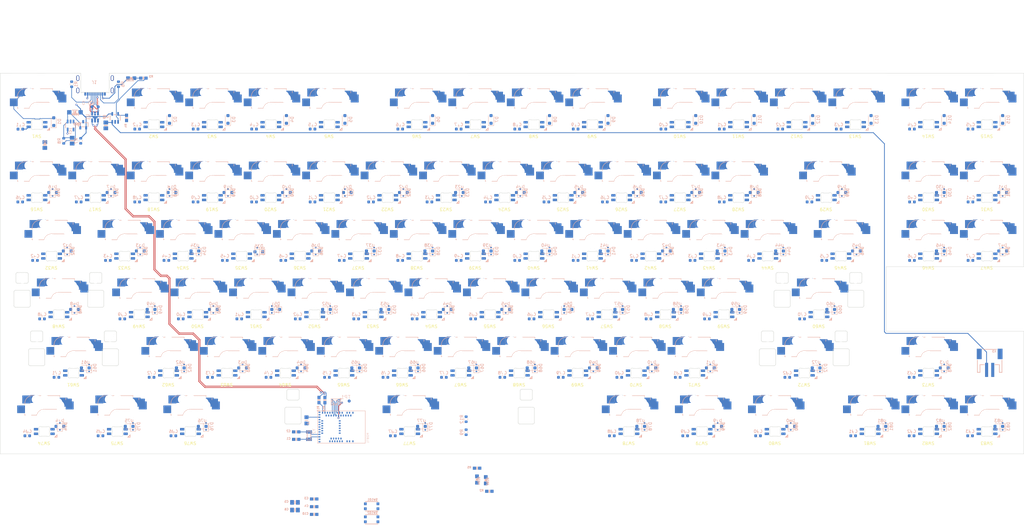
<source format=kicad_pcb>
(kicad_pcb (version 20221018) (generator pcbnew)
  (layers (0 "F.Cu" signal) (1 "In1.Cu" signal) (2 "In2.Cu" signal) (31 "B.Cu" signal) (34 "B.Paste" user) (35 "F.Paste" user) (36 "B.SilkS" user "B.Silkscreen") (37 "F.SilkS" user "F.Silkscreen") (38 "B.Mask" user) (39 "F.Mask" user) (44 "Edge.Cuts" user))
  (net 0 "")
  (net 1 "GND")
  (net 2 "VBUS")
  (net 3 "3.3V")
  (net 4 "VBAT")
  (net 5 "Net-(MDBT1-P0.00{slash}XL1)")
  (net 6 "Net-(MDBT1-P0.01{slash}XL2)")
  (net 7 "Net-(Q3-S)")
  (net 8 "/AREF")
  (net 9 "Net-(D+0-PadTP)")
  (net 10 "Net-(D-0-PadTP)")
  (net 11 "Net-(D102-PadA)")
  (net 12 "Net-(D103-PadC)")
  (net 13 "/LED2")
  (net 14 "Net-(D104-PadC)")
  (net 15 "/QSPI_CS")
  (net 16 "/QSPI_DATA1")
  (net 17 "/QSPI_DATA2")
  (net 18 "/QSPI_DATA0")
  (net 19 "/QSPI_SCK")
  (net 20 "/QSPI_DATA3")
  (net 21 "Net-(J1-CC1)")
  (net 23 "Net-(J1-CC2)")
  (net 25 "/DCCH")
  (net 26 "/NEOPIX")
  (net 31 "/LED1")
  (net 32 "/A5")
  (net 33 "/VDIV")
  (net 34 "/A4")
  (net 35 "/A3")
  (net 36 "/A2")
  (net 37 "/D10")
  (net 38 "/D9")
  (net 39 "/A0")
  (net 40 "/A1")
  (net 41 "/D11")
  (net 42 "/D6")
  (net 43 "/D12")
  (net 44 "/D5")
  (net 45 "/D13")
  (net 46 "/SCL")
  (net 47 "/SDA")
  (net 48 "/USBD+")
  (net 49 "/SCK")
  (net 50 "/MOSI")
  (net 51 "/MISO")
  (net 54 "/RXD")
  (net 55 "/TXD")
  (net 56 "/SWITCH")
  (net 58 "Net-(MDBT1-P0.09{slash}NFC1)")
  (net 60 "/D2")
  (net 67 "/RESET")
  (net 68 "/EN")
  (net 69 "Net-(U3-STAT)")
  (net 70 "Net-(U3-PROG)")
  (net 72 "Net-(D1-K)")
  (net 73 "Net-(D1-A)")
  (net 74 "Net-(D17-K)")
  (net 75 "Net-(D2-A)")
  (net 76 "Net-(D18-K)")
  (net 77 "Net-(D3-A)")
  (net 78 "Net-(D19-K)")
  (net 79 "Net-(D4-A)")
  (net 80 "Net-(D20-K)")
  (net 81 "Net-(D5-A)")
  (net 82 "Net-(D22-K)")
  (net 83 "Net-(D6-A)")
  (net 84 "Net-(D23-K)")
  (net 85 "Net-(D7-A)")
  (net 86 "Net-(D24-K)")
  (net 87 "Net-(D8-A)")
  (net 88 "Net-(D25-K)")
  (net 89 "Net-(D9-A)")
  (net 90 "Net-(D10-K)")
  (net 91 "Net-(D10-A)")
  (net 92 "Net-(D11-K)")
  (net 93 "Net-(D11-A)")
  (net 94 "Net-(D12-K)")
  (net 95 "Net-(D12-A)")
  (net 96 "Net-(D13-K)")
  (net 97 "Net-(D13-A)")
  (net 98 "Net-(D14-K)")
  (net 99 "Net-(D14-A)")
  (net 100 "Net-(D15-K)")
  (net 101 "Net-(D15-A)")
  (net 102 "Net-(D16-A)")
  (net 103 "Net-(D17-A)")
  (net 104 "Net-(D18-A)")
  (net 105 "Net-(D19-A)")
  (net 106 "Net-(D20-A)")
  (net 107 "Net-(D21-K)")
  (net 108 "Net-(D21-A)")
  (net 109 "Net-(D22-A)")
  (net 110 "Net-(D23-A)")
  (net 111 "Net-(D24-A)")
  (net 112 "Net-(D25-A)")
  (net 113 "Net-(D26-A)")
  (net 114 "Net-(D27-A)")
  (net 115 "Net-(D28-A)")
  (net 116 "Net-(D29-A)")
  (net 117 "Net-(D30-A)")
  (net 118 "Net-(D31-A)")
  (net 119 "Net-(D32-A)")
  (net 120 "Net-(D33-A)")
  (net 121 "Net-(D34-A)")
  (net 122 "Net-(D35-A)")
  (net 123 "Net-(D36-A)")
  (net 124 "Net-(D37-A)")
  (net 125 "Net-(D38-A)")
  (net 126 "Net-(D39-A)")
  (net 127 "Net-(D40-A)")
  (net 128 "Net-(D41-A)")
  (net 129 "Net-(D42-A)")
  (net 130 "Net-(D43-A)")
  (net 131 "Net-(D44-A)")
  (net 132 "Net-(D45-A)")
  (net 133 "Net-(D46-A)")
  (net 134 "Net-(D47-A)")
  (net 135 "Net-(D48-A)")
  (net 136 "Net-(D49-A)")
  (net 137 "Net-(D50-A)")
  (net 138 "Net-(D51-A)")
  (net 139 "Net-(D52-A)")
  (net 140 "Net-(D53-A)")
  (net 141 "Net-(D54-A)")
  (net 142 "Net-(D55-A)")
  (net 143 "Net-(D56-A)")
  (net 144 "Net-(D57-A)")
  (net 145 "Net-(D58-A)")
  (net 146 "Net-(D59-A)")
  (net 147 "Net-(D60-A)")
  (net 148 "Net-(D61-A)")
  (net 149 "Net-(D62-A)")
  (net 150 "Net-(D63-A)")
  (net 151 "Net-(D64-A)")
  (net 152 "Net-(D65-A)")
  (net 153 "Net-(D66-A)")
  (net 154 "Net-(D67-A)")
  (net 155 "Net-(D68-A)")
  (net 156 "Net-(D69-A)")
  (net 157 "Net-(D70-A)")
  (net 158 "Net-(D71-A)")
  (net 159 "Net-(D72-A)")
  (net 160 "Net-(D74-A)")
  (net 161 "Net-(D75-A)")
  (net 162 "Net-(D76-A)")
  (net 163 "Net-(D77-A)")
  (net 164 "Net-(D78-A)")
  (net 165 "Net-(D79-A)")
  (net 166 "Net-(D80-A)")
  (net 167 "Net-(D81-A)")
  (net 168 "Net-(D82-A)")
  (net 169 "Net-(D83-A)")
  (net 170 "Net-(SW1-Pad1)")
  (net 171 "Net-(SW16-Pad1)")
  (net 172 "Net-(SW32-Pad1)")
  (net 173 "Net-(SW48-Pad1)")
  (net 174 "Net-(SW61-Pad1)")
  (net 175 "Net-(SW74-Pad1)")
  (net 177 "/Keyboard_Matrix/NEOPIX")
  (net 178 "Net-(SW1B-DO)")
  (net 179 "Net-(SW2B-DO)")
  (net 180 "Net-(SW3B-DO)")
  (net 181 "Net-(SW4B-DO)")
  (net 182 "Net-(SW5B-DO)")
  (net 183 "Net-(SW6B-DO)")
  (net 184 "Net-(SW7B-DO)")
  (net 185 "Net-(SW8B-DO)")
  (net 186 "Net-(SW10B-DI)")
  (net 187 "Net-(SW10B-DO)")
  (net 188 "Net-(SW11B-DO)")
  (net 189 "Net-(SW12B-DO)")
  (net 190 "Net-(SW13B-DO)")
  (net 191 "Net-(SW14B-DO)")
  (net 192 "Net-(SW15B-DO)")
  (net 193 "Net-(SW16B-DO)")
  (net 194 "Net-(SW17B-DO)")
  (net 195 "Net-(SW18B-DO)")
  (net 196 "Net-(SW19B-DO)")
  (net 197 "Net-(SW20B-DO)")
  (net 198 "Net-(SW21B-DO)")
  (net 199 "Net-(SW22B-DO)")
  (net 200 "Net-(SW23B-DO)")
  (net 201 "Net-(SW24B-DO)")
  (net 202 "Net-(SW25B-DO)")
  (net 203 "Net-(SW26B-DO)")
  (net 204 "Net-(SW27B-DO)")
  (net 205 "Net-(SW28B-DO)")
  (net 206 "Net-(SW29B-DO)")
  (net 207 "Net-(SW30B-DO)")
  (net 208 "Net-(SW31B-DO)")
  (net 209 "Net-(SW32B-DO)")
  (net 210 "Net-(SW33B-DO)")
  (net 211 "Net-(SW34B-DO)")
  (net 212 "Net-(SW35B-DO)")
  (net 213 "Net-(SW36B-DO)")
  (net 214 "Net-(SW37B-DO)")
  (net 215 "Net-(SW38B-DO)")
  (net 216 "Net-(SW39B-DO)")
  (net 217 "Net-(SW40B-DO)")
  (net 218 "Net-(SW41B-DO)")
  (net 219 "Net-(SW42B-DO)")
  (net 220 "Net-(SW43B-DO)")
  (net 221 "Net-(SW44B-DO)")
  (net 222 "Net-(SW45B-DO)")
  (net 223 "Net-(SW46B-DO)")
  (net 224 "Net-(SW47B-DO)")
  (net 225 "Net-(SW48B-DO)")
  (net 226 "Net-(SW49B-DO)")
  (net 227 "Net-(SW50B-DO)")
  (net 228 "Net-(SW51B-DO)")
  (net 229 "Net-(SW52B-DO)")
  (net 230 "Net-(SW53B-DO)")
  (net 231 "Net-(SW54B-DO)")
  (net 232 "Net-(SW55B-DO)")
  (net 233 "Net-(SW56B-DO)")
  (net 234 "Net-(SW57B-DO)")
  (net 235 "Net-(SW58B-DO)")
  (net 236 "Net-(SW59B-DO)")
  (net 237 "Net-(SW60B-DO)")
  (net 238 "Net-(SW61B-DO)")
  (net 239 "Net-(SW62B-DO)")
  (net 240 "Net-(SW63B-DO)")
  (net 241 "Net-(SW64B-DO)")
  (net 242 "Net-(SW65B-DO)")
  (net 243 "Net-(SW66B-DO)")
  (net 244 "Net-(SW67B-DO)")
  (net 245 "Net-(SW68B-DO)")
  (net 246 "Net-(SW69B-DO)")
  (net 247 "Net-(SW70B-DO)")
  (net 248 "Net-(SW71B-DO)")
  (net 249 "Net-(SW72B-DO)")
  (net 250 "Net-(SW73B-DO)")
  (net 251 "Net-(SW74B-DO)")
  (net 252 "Net-(SW75B-DO)")
  (net 253 "Net-(SW76B-DO)")
  (net 254 "Net-(SW77B-DO)")
  (net 255 "Net-(SW78B-DO)")
  (net 256 "Net-(SW79B-DO)")
  (net 257 "Net-(SW80B-DO)")
  (net 258 "Net-(SW81B-DO)")
  (net 259 "Net-(SW82B-DO)")
  (net 262 "Net-(MDBT1-D-)")
  (net 263 "Net-(MDBT1-D+)")
  (net 264 "/USBD-")
  (footprint "fingerpunch:gateron-ks27-choc-v1-mx-hotswap" (layer "F.Cu") (at 302.133 48.3235 180)
    (fp_text reference "SW12")
    (fp_text value "~")
    (fp_line (start -1.699999 -3.996157) (end -1.699999 -5.401841) (stroke (width 0.1)) (layer "Edge.Cuts"))
    (fp_line (start -0.794452 -6.198999) (end 0.794452 -6.198999) (stroke (width 0.1)) (layer "Edge.Cuts"))
    (fp_line (start 0.794452 -3.199) (end -0.794453 -3.199) (stroke (width 0.1)) (layer "Edge.Cuts"))
    (fp_line (start 1.699999 -5.401841) (end 1.699999 -3.996157) (stroke (width 0.1)) (layer "Edge.Cuts"))
    (fp_arc (start -1.749484 -5.618719) (mid -1.712518 -5.513069) (end -1.699999 -5.401841) (stroke (width 0.1)) (layer "Edge.Cuts"))
    (fp_arc (start -1.749484 -5.618718) (mid -1.638068 -6.20303) (end -1.046711 -6.267298) (stroke (width 0.1)) (layer "Edge.Cuts"))
    (fp_arc (start -1.699999 -3.996156) (mid -1.712536 -3.884933) (end -1.749484 -3.779279) (stroke (width 0.1)) (layer "Edge.Cuts"))
    (fp_arc (start -1.046711 -3.130701) (mid -1.638095 -3.194939) (end -1.749484 -3.779279) (stroke (width 0.1)) (layer "Edge.Cuts"))
    (fp_arc (start -1.046711 -3.130701) (mid -0.92512 -3.181613) (end -0.794453 -3.199) (stroke (width 0.1)) (layer "Edge.Cuts"))
    (fp_arc (start -0.794452 -6.198999) (mid -0.925126 -6.216364) (end -1.046711 -6.267298) (stroke (width 0.1)) (layer "Edge.Cuts"))
    (fp_arc (start 0.794453 -3.198999) (mid 0.925126 -3.181633) (end 1.046711 -3.1307) (stroke (width 0.1)) (layer "Edge.Cuts"))
    (fp_arc (start 1.04671 -6.267298) (mid 0.925126 -6.216363) (end 0.794452 -6.198999) (stroke (width 0.1)) (layer "Edge.Cuts"))
    (fp_arc (start 1.046711 -6.267296) (mid 1.638105 -6.203049) (end 1.749484 -5.618719) (stroke (width 0.1)) (layer "Edge.Cuts"))
    (fp_arc (start 1.699999 -5.401842) (mid 1.712536 -5.513065) (end 1.749484 -5.618719) (stroke (width 0.1)) (layer "Edge.Cuts"))
    (fp_arc (start 1.749484 -3.779279) (mid 1.638067 -3.194969) (end 1.046711 -3.1307) (stroke (width 0.1)) (layer "Edge.Cuts"))
    (fp_arc (start 1.749484 -3.779279) (mid 1.712509 -3.884927) (end 1.699999 -3.996157) (stroke (width 0.1)) (layer "Edge.Cuts"))
  )
  (footprint "fingerpunch:gateron-ks27-choc-v1-mx-hotswap" (layer "F.Cu") (at 164.0205 110.236 180)
    (fp_text reference "SW53")
    (fp_text value "~")
    (fp_line (start -1.699999 -3.996157) (end -1.699999 -5.401841) (stroke (width 0.1)) (layer "Edge.Cuts"))
    (fp_line (start -0.794452 -6.198999) (end 0.794452 -6.198999) (stroke (width 0.1)) (layer "Edge.Cuts"))
    (fp_line (start 0.794452 -3.199) (end -0.794453 -3.199) (stroke (width 0.1)) (layer "Edge.Cuts"))
    (fp_line (start 1.699999 -5.401841) (end 1.699999 -3.996157) (stroke (width 0.1)) (layer "Edge.Cuts"))
    (fp_arc (start -1.749484 -5.618719) (mid -1.712518 -5.513069) (end -1.699999 -5.401841) (stroke (width 0.1)) (layer "Edge.Cuts"))
    (fp_arc (start -1.749484 -5.618718) (mid -1.638068 -6.20303) (end -1.046711 -6.267298) (stroke (width 0.1)) (layer "Edge.Cuts"))
    (fp_arc (start -1.699999 -3.996156) (mid -1.712536 -3.884933) (end -1.749484 -3.779279) (stroke (width 0.1)) (layer "Edge.Cuts"))
    (fp_arc (start -1.046711 -3.130701) (mid -1.638095 -3.194939) (end -1.749484 -3.779279) (stroke (width 0.1)) (layer "Edge.Cuts"))
    (fp_arc (start -1.046711 -3.130701) (mid -0.92512 -3.181613) (end -0.794453 -3.199) (stroke (width 0.1)) (layer "Edge.Cuts"))
    (fp_arc (start -0.794452 -6.198999) (mid -0.925126 -6.216364) (end -1.046711 -6.267298) (stroke (width 0.1)) (layer "Edge.Cuts"))
    (fp_arc (start 0.794453 -3.198999) (mid 0.925126 -3.181633) (end 1.046711 -3.1307) (stroke (width 0.1)) (layer "Edge.Cuts"))
    (fp_arc (start 1.04671 -6.267298) (mid 0.925126 -6.216363) (end 0.794452 -6.198999) (stroke (width 0.1)) (layer "Edge.Cuts"))
    (fp_arc (start 1.046711 -6.267296) (mid 1.638105 -6.203049) (end 1.749484 -5.618719) (stroke (width 0.1)) (layer "Edge.Cuts"))
    (fp_arc (start 1.699999 -5.401842) (mid 1.712536 -5.513065) (end 1.749484 -5.618719) (stroke (width 0.1)) (layer "Edge.Cuts"))
    (fp_arc (start 1.749484 -3.779279) (mid 1.638067 -3.194969) (end 1.046711 -3.1307) (stroke (width 0.1)) (layer "Edge.Cuts"))
    (fp_arc (start 1.749484 -3.779279) (mid 1.712509 -3.884927) (end 1.699999 -3.996157) (stroke (width 0.1)) (layer "Edge.Cuts"))
  )
  (footprint "fingerpunch:gateron-ks27-choc-v1-mx-hotswap" (layer "F.Cu") (at 202.1205 110.236 180)
    (fp_text reference "SW55")
    (fp_text value "~")
    (fp_line (start -1.699999 -3.996157) (end -1.699999 -5.401841) (stroke (width 0.1)) (layer "Edge.Cuts"))
    (fp_line (start -0.794452 -6.198999) (end 0.794452 -6.198999) (stroke (width 0.1)) (layer "Edge.Cuts"))
    (fp_line (start 0.794452 -3.199) (end -0.794453 -3.199) (stroke (width 0.1)) (layer "Edge.Cuts"))
    (fp_line (start 1.699999 -5.401841) (end 1.699999 -3.996157) (stroke (width 0.1)) (layer "Edge.Cuts"))
    (fp_arc (start -1.749484 -5.618719) (mid -1.712518 -5.513069) (end -1.699999 -5.401841) (stroke (width 0.1)) (layer "Edge.Cuts"))
    (fp_arc (start -1.749484 -5.618718) (mid -1.638068 -6.20303) (end -1.046711 -6.267298) (stroke (width 0.1)) (layer "Edge.Cuts"))
    (fp_arc (start -1.699999 -3.996156) (mid -1.712536 -3.884933) (end -1.749484 -3.779279) (stroke (width 0.1)) (layer "Edge.Cuts"))
    (fp_arc (start -1.046711 -3.130701) (mid -1.638095 -3.194939) (end -1.749484 -3.779279) (stroke (width 0.1)) (layer "Edge.Cuts"))
    (fp_arc (start -1.046711 -3.130701) (mid -0.92512 -3.181613) (end -0.794453 -3.199) (stroke (width 0.1)) (layer "Edge.Cuts"))
    (fp_arc (start -0.794452 -6.198999) (mid -0.925126 -6.216364) (end -1.046711 -6.267298) (stroke (width 0.1)) (layer "Edge.Cuts"))
    (fp_arc (start 0.794453 -3.198999) (mid 0.925126 -3.181633) (end 1.046711 -3.1307) (stroke (width 0.1)) (layer "Edge.Cuts"))
    (fp_arc (start 1.04671 -6.267298) (mid 0.925126 -6.216363) (end 0.794452 -6.198999) (stroke (width 0.1)) (layer "Edge.Cuts"))
    (fp_arc (start 1.046711 -6.267296) (mid 1.638105 -6.203049) (end 1.749484 -5.618719) (stroke (width 0.1)) (layer "Edge.Cuts"))
    (fp_arc (start 1.699999 -5.401842) (mid 1.712536 -5.513065) (end 1.749484 -5.618719) (stroke (width 0.1)) (layer "Edge.Cuts"))
    (fp_arc (start 1.749484 -3.779279) (mid 1.638067 -3.194969) (end 1.046711 -3.1307) (stroke (width 0.1)) (layer "Edge.Cuts"))
    (fp_arc (start 1.749484 -3.779279) (mid 1.712509 -3.884927) (end 1.699999 -3.996157) (stroke (width 0.1)) (layer "Edge.Cuts"))
  )
  (footprint "fingerpunch:gateron-ks27-choc-v1-mx-hotswap" (layer "F.Cu") (at 206.883 72.136 180)
    (fp_text reference "SW24")
    (fp_text value "~")
    (fp_line (start -1.699999 -3.996157) (end -1.699999 -5.401841) (stroke (width 0.1)) (layer "Edge.Cuts"))
    (fp_line (start -0.794452 -6.198999) (end 0.794452 -6.198999) (stroke (width 0.1)) (layer "Edge.Cuts"))
    (fp_line (start 0.794452 -3.199) (end -0.794453 -3.199) (stroke (width 0.1)) (layer "Edge.Cuts"))
    (fp_line (start 1.699999 -5.401841) (end 1.699999 -3.996157) (stroke (width 0.1)) (layer "Edge.Cuts"))
    (fp_arc (start -1.749484 -5.618719) (mid -1.712518 -5.513069) (end -1.699999 -5.401841) (stroke (width 0.1)) (layer "Edge.Cuts"))
    (fp_arc (start -1.749484 -5.618718) (mid -1.638068 -6.20303) (end -1.046711 -6.267298) (stroke (width 0.1)) (layer "Edge.Cuts"))
    (fp_arc (start -1.699999 -3.996156) (mid -1.712536 -3.884933) (end -1.749484 -3.779279) (stroke (width 0.1)) (layer "Edge.Cuts"))
    (fp_arc (start -1.046711 -3.130701) (mid -1.638095 -3.194939) (end -1.749484 -3.779279) (stroke (width 0.1)) (layer "Edge.Cuts"))
    (fp_arc (start -1.046711 -3.130701) (mid -0.92512 -3.181613) (end -0.794453 -3.199) (stroke (width 0.1)) (layer "Edge.Cuts"))
    (fp_arc (start -0.794452 -6.198999) (mid -0.925126 -6.216364) (end -1.046711 -6.267298) (stroke (width 0.1)) (layer "Edge.Cuts"))
    (fp_arc (start 0.794453 -3.198999) (mid 0.925126 -3.181633) (end 1.046711 -3.1307) (stroke (width 0.1)) (layer "Edge.Cuts"))
    (fp_arc (start 1.04671 -6.267298) (mid 0.925126 -6.216363) (end 0.794452 -6.198999) (stroke (width 0.1)) (layer "Edge.Cuts"))
    (fp_arc (start 1.046711 -6.267296) (mid 1.638105 -6.203049) (end 1.749484 -5.618719) (stroke (width 0.1)) (layer "Edge.Cuts"))
    (fp_arc (start 1.699999 -5.401842) (mid 1.712536 -5.513065) (end 1.749484 -5.618719) (stroke (width 0.1)) (layer "Edge.Cuts"))
    (fp_arc (start 1.749484 -3.779279) (mid 1.638067 -3.194969) (end 1.046711 -3.1307) (stroke (width 0.1)) (layer "Edge.Cuts"))
    (fp_arc (start 1.749484 -3.779279) (mid 1.712509 -3.884927) (end 1.699999 -3.996157) (stroke (width 0.1)) (layer "Edge.Cuts"))
  )
  (footprint "fingerpunch:gateron-ks27-choc-v1-mx-hotswap" (layer "F.Cu") (at 135.4455 129.286 180)
    (fp_text reference "SW64")
    (fp_text value "~")
    (fp_line (start -1.699999 -3.996157) (end -1.699999 -5.401841) (stroke (width 0.1)) (layer "Edge.Cuts"))
    (fp_line (start -0.794452 -6.198999) (end 0.794452 -6.198999) (stroke (width 0.1)) (layer "Edge.Cuts"))
    (fp_line (start 0.794452 -3.199) (end -0.794453 -3.199) (stroke (width 0.1)) (layer "Edge.Cuts"))
    (fp_line (start 1.699999 -5.401841) (end 1.699999 -3.996157) (stroke (width 0.1)) (layer "Edge.Cuts"))
    (fp_arc (start -1.749484 -5.618719) (mid -1.712518 -5.513069) (end -1.699999 -5.401841) (stroke (width 0.1)) (layer "Edge.Cuts"))
    (fp_arc (start -1.749484 -5.618718) (mid -1.638068 -6.20303) (end -1.046711 -6.267298) (stroke (width 0.1)) (layer "Edge.Cuts"))
    (fp_arc (start -1.699999 -3.996156) (mid -1.712536 -3.884933) (end -1.749484 -3.779279) (stroke (width 0.1)) (layer "Edge.Cuts"))
    (fp_arc (start -1.046711 -3.130701) (mid -1.638095 -3.194939) (end -1.749484 -3.779279) (stroke (width 0.1)) (layer "Edge.Cuts"))
    (fp_arc (start -1.046711 -3.130701) (mid -0.92512 -3.181613) (end -0.794453 -3.199) (stroke (width 0.1)) (layer "Edge.Cuts"))
    (fp_arc (start -0.794452 -6.198999) (mid -0.925126 -6.216364) (end -1.046711 -6.267298) (stroke (width 0.1)) (layer "Edge.Cuts"))
    (fp_arc (start 0.794453 -3.198999) (mid 0.925126 -3.181633) (end 1.046711 -3.1307) (stroke (width 0.1)) (layer "Edge.Cuts"))
    (fp_arc (start 1.04671 -6.267298) (mid 0.925126 -6.216363) (end 0.794452 -6.198999) (stroke (width 0.1)) (layer "Edge.Cuts"))
    (fp_arc (start 1.046711 -6.267296) (mid 1.638105 -6.203049) (end 1.749484 -5.618719) (stroke (width 0.1)) (layer "Edge.Cuts"))
    (fp_arc (start 1.699999 -5.401842) (mid 1.712536 -5.513065) (end 1.749484 -5.618719) (stroke (width 0.1)) (layer "Edge.Cuts"))
    (fp_arc (start 1.749484 -3.779279) (mid 1.638067 -3.194969) (end 1.046711 -3.1307) (stroke (width 0.1)) (layer "Edge.Cuts"))
    (fp_arc (start 1.749484 -3.779279) (mid 1.712509 -3.884927) (end 1.699999 -3.996157) (stroke (width 0.1)) (layer "Edge.Cuts"))
  )
  (footprint "fingerpunch:gateron-ks27-choc-v1-mx-hotswap" (layer "F.Cu") (at 121.158 91.186 180)
    (fp_text reference "SW35")
    (fp_text value "~")
    (fp_line (start -1.699999 -3.996157) (end -1.699999 -5.401841) (stroke (width 0.1)) (layer "Edge.Cuts"))
    (fp_line (start -0.794452 -6.198999) (end 0.794452 -6.198999) (stroke (width 0.1)) (layer "Edge.Cuts"))
    (fp_line (start 0.794452 -3.199) (end -0.794453 -3.199) (stroke (width 0.1)) (layer "Edge.Cuts"))
    (fp_line (start 1.699999 -5.401841) (end 1.699999 -3.996157) (stroke (width 0.1)) (layer "Edge.Cuts"))
    (fp_arc (start -1.749484 -5.618719) (mid -1.712518 -5.513069) (end -1.699999 -5.401841) (stroke (width 0.1)) (layer "Edge.Cuts"))
    (fp_arc (start -1.749484 -5.618718) (mid -1.638068 -6.20303) (end -1.046711 -6.267298) (stroke (width 0.1)) (layer "Edge.Cuts"))
    (fp_arc (start -1.699999 -3.996156) (mid -1.712536 -3.884933) (end -1.749484 -3.779279) (stroke (width 0.1)) (layer "Edge.Cuts"))
    (fp_arc (start -1.046711 -3.130701) (mid -1.638095 -3.194939) (end -1.749484 -3.779279) (stroke (width 0.1)) (layer "Edge.Cuts"))
    (fp_arc (start -1.046711 -3.130701) (mid -0.92512 -3.181613) (end -0.794453 -3.199) (stroke (width 0.1)) (layer "Edge.Cuts"))
    (fp_arc (start -0.794452 -6.198999) (mid -0.925126 -6.216364) (end -1.046711 -6.267298) (stroke (width 0.1)) (layer "Edge.Cuts"))
    (fp_arc (start 0.794453 -3.198999) (mid 0.925126 -3.181633) (end 1.046711 -3.1307) (stroke (width 0.1)) (layer "Edge.Cuts"))
    (fp_arc (start 1.04671 -6.267298) (mid 0.925126 -6.216363) (end 0.794452 -6.198999) (stroke (width 0.1)) (layer "Edge.Cuts"))
    (fp_arc (start 1.046711 -6.267296) (mid 1.638105 -6.203049) (end 1.749484 -5.618719) (stroke (width 0.1)) (layer "Edge.Cuts"))
    (fp_arc (start 1.699999 -5.401842) (mid 1.712536 -5.513065) (end 1.749484 -5.618719) (stroke (width 0.1)) (layer "Edge.Cuts"))
    (fp_arc (start 1.749484 -3.779279) (mid 1.638067 -3.194969) (end 1.046711 -3.1307) (stroke (width 0.1)) (layer "Edge.Cuts"))
    (fp_arc (start 1.749484 -3.779279) (mid 1.712509 -3.884927) (end 1.699999 -3.996157) (stroke (width 0.1)) (layer "Edge.Cuts"))
  )
  (footprint "fingerpunch:gateron-ks27-choc-v1-mx-hotswap" (layer "F.Cu") (at 66.38925 129.286 180)
    (fp_text reference "SW61")
    (fp_text value "~")
    (fp_line (start -1.699999 -3.996157) (end -1.699999 -5.401841) (stroke (width 0.1)) (layer "Edge.Cuts"))
    (fp_line (start -0.794452 -6.198999) (end 0.794452 -6.198999) (stroke (width 0.1)) (layer "Edge.Cuts"))
    (fp_line (start 0.794452 -3.199) (end -0.794453 -3.199) (stroke (width 0.1)) (layer "Edge.Cuts"))
    (fp_line (start 1.699999 -5.401841) (end 1.699999 -3.996157) (stroke (width 0.1)) (layer "Edge.Cuts"))
    (fp_arc (start -1.749484 -5.618719) (mid -1.712518 -5.513069) (end -1.699999 -5.401841) (stroke (width 0.1)) (layer "Edge.Cuts"))
    (fp_arc (start -1.749484 -5.618718) (mid -1.638068 -6.20303) (end -1.046711 -6.267298) (stroke (width 0.1)) (layer "Edge.Cuts"))
    (fp_arc (start -1.699999 -3.996156) (mid -1.712536 -3.884933) (end -1.749484 -3.779279) (stroke (width 0.1)) (layer "Edge.Cuts"))
    (fp_arc (start -1.046711 -3.130701) (mid -1.638095 -3.194939) (end -1.749484 -3.779279) (stroke (width 0.1)) (layer "Edge.Cuts"))
    (fp_arc (start -1.046711 -3.130701) (mid -0.92512 -3.181613) (end -0.794453 -3.199) (stroke (width 0.1)) (layer "Edge.Cuts"))
    (fp_arc (start -0.794452 -6.198999) (mid -0.925126 -6.216364) (end -1.046711 -6.267298) (stroke (width 0.1)) (layer "Edge.Cuts"))
    (fp_arc (start 0.794453 -3.198999) (mid 0.925126 -3.181633) (end 1.046711 -3.1307) (stroke (width 0.1)) (layer "Edge.Cuts"))
    (fp_arc (start 1.04671 -6.267298) (mid 0.925126 -6.216363) (end 0.794452 -6.198999) (stroke (width 0.1)) (layer "Edge.Cuts"))
    (fp_arc (start 1.046711 -6.267296) (mid 1.638105 -6.203049) (end 1.749484 -5.618719) (stroke (width 0.1)) (layer "Edge.Cuts"))
    (fp_arc (start 1.699999 -5.401842) (mid 1.712536 -5.513065) (end 1.749484 -5.618719) (stroke (width 0.1)) (layer "Edge.Cuts"))
    (fp_arc (start 1.749484 -3.779279) (mid 1.638067 -3.194969) (end 1.046711 -3.1307) (stroke (width 0.1)) (layer "Edge.Cuts"))
    (fp_arc (start 1.749484 -3.779279) (mid 1.712509 -3.884927) (end 1.699999 -3.996157) (stroke (width 0.1)) (layer "Edge.Cuts"))
  )
  (footprint "fingerpunch:gateron-ks27-choc-v1-mx-hotswap" (layer "F.Cu") (at 111.633 72.136 180)
    (fp_text reference "SW19")
    (fp_text value "~")
    (fp_line (start -1.699999 -3.996157) (end -1.699999 -5.401841) (stroke (width 0.1)) (layer "Edge.Cuts"))
    (fp_line (start -0.794452 -6.198999) (end 0.794452 -6.198999) (stroke (width 0.1)) (layer "Edge.Cuts"))
    (fp_line (start 0.794452 -3.199) (end -0.794453 -3.199) (stroke (width 0.1)) (layer "Edge.Cuts"))
    (fp_line (start 1.699999 -5.401841) (end 1.699999 -3.996157) (stroke (width 0.1)) (layer "Edge.Cuts"))
    (fp_arc (start -1.749484 -5.618719) (mid -1.712518 -5.513069) (end -1.699999 -5.401841) (stroke (width 0.1)) (layer "Edge.Cuts"))
    (fp_arc (start -1.749484 -5.618718) (mid -1.638068 -6.20303) (end -1.046711 -6.267298) (stroke (width 0.1)) (layer "Edge.Cuts"))
    (fp_arc (start -1.699999 -3.996156) (mid -1.712536 -3.884933) (end -1.749484 -3.779279) (stroke (width 0.1)) (layer "Edge.Cuts"))
    (fp_arc (start -1.046711 -3.130701) (mid -1.638095 -3.194939) (end -1.749484 -3.779279) (stroke (width 0.1)) (layer "Edge.Cuts"))
    (fp_arc (start -1.046711 -3.130701) (mid -0.92512 -3.181613) (end -0.794453 -3.199) (stroke (width 0.1)) (layer "Edge.Cuts"))
    (fp_arc (start -0.794452 -6.198999) (mid -0.925126 -6.216364) (end -1.046711 -6.267298) (stroke (width 0.1)) (layer "Edge.Cuts"))
    (fp_arc (start 0.794453 -3.198999) (mid 0.925126 -3.181633) (end 1.046711 -3.1307) (stroke (width 0.1)) (layer "Edge.Cuts"))
    (fp_arc (start 1.04671 -6.267298) (mid 0.925126 -6.216363) (end 0.794452 -6.198999) (stroke (width 0.1)) (layer "Edge.Cuts"))
    (fp_arc (start 1.046711 -6.267296) (mid 1.638105 -6.203049) (end 1.749484 -5.618719) (stroke (width 0.1)) (layer "Edge.Cuts"))
    (fp_arc (start 1.699999 -5.401842) (mid 1.712536 -5.513065) (end 1.749484 -5.618719) (stroke (width 0.1)) (layer "Edge.Cuts"))
    (fp_arc (start 1.749484 -3.779279) (mid 1.638067 -3.194969) (end 1.046711 -3.1307) (stroke (width 0.1)) (layer "Edge.Cuts"))
    (fp_arc (start 1.749484 -3.779279) (mid 1.712509 -3.884927) (end 1.699999 -3.996157) (stroke (width 0.1)) (layer "Edge.Cuts"))
  )
  (footprint "marbastlib-mx:STAB_MX_2u" (layer "F.Cu") (at 61.62675 110.236)
    (fp_text reference "REF**" hide)
    (fp_text value "STAB_MX_2u")
  )
  (footprint "fingerpunch:gateron-ks27-choc-v1-mx-hotswap" (layer "F.Cu") (at 83.058 91.186 180)
    (fp_text reference "SW33")
    (fp_text value "~")
    (fp_line (start -1.699999 -3.996157) (end -1.699999 -5.401841) (stroke (width 0.1)) (layer "Edge.Cuts"))
    (fp_line (start -0.794452 -6.198999) (end 0.794452 -6.198999) (stroke (width 0.1)) (layer "Edge.Cuts"))
    (fp_line (start 0.794452 -3.199) (end -0.794453 -3.199) (stroke (width 0.1)) (layer "Edge.Cuts"))
    (fp_line (start 1.699999 -5.401841) (end 1.699999 -3.996157) (stroke (width 0.1)) (layer "Edge.Cuts"))
    (fp_arc (start -1.749484 -5.618719) (mid -1.712518 -5.513069) (end -1.699999 -5.401841) (stroke (width 0.1)) (layer "Edge.Cuts"))
    (fp_arc (start -1.749484 -5.618718) (mid -1.638068 -6.20303) (end -1.046711 -6.267298) (stroke (width 0.1)) (layer "Edge.Cuts"))
    (fp_arc (start -1.699999 -3.996156) (mid -1.712536 -3.884933) (end -1.749484 -3.779279) (stroke (width 0.1)) (layer "Edge.Cuts"))
    (fp_arc (start -1.046711 -3.130701) (mid -1.638095 -3.194939) (end -1.749484 -3.779279) (stroke (width 0.1)) (layer "Edge.Cuts"))
    (fp_arc (start -1.046711 -3.130701) (mid -0.92512 -3.181613) (end -0.794453 -3.199) (stroke (width 0.1)) (layer "Edge.Cuts"))
    (fp_arc (start -0.794452 -6.198999) (mid -0.925126 -6.216364) (end -1.046711 -6.267298) (stroke (width 0.1)) (layer "Edge.Cuts"))
    (fp_arc (start 0.794453 -3.198999) (mid 0.925126 -3.181633) (end 1.046711 -3.1307) (stroke (width 0.1)) (layer "Edge.Cuts"))
    (fp_arc (start 1.04671 -6.267298) (mid 0.925126 -6.216363) (end 0.794452 -6.198999) (stroke (width 0.1)) (layer "Edge.Cuts"))
    (fp_arc (start 1.046711 -6.267296) (mid 1.638105 -6.203049) (end 1.749484 -5.618719) (stroke (width 0.1)) (layer "Edge.Cuts"))
    (fp_arc (start 1.699999 -5.401842) (mid 1.712536 -5.513065) (end 1.749484 -5.618719) (stroke (width 0.1)) (layer "Edge.Cuts"))
    (fp_arc (start 1.749484 -3.779279) (mid 1.638067 -3.194969) (end 1.046711 -3.1307) (stroke (width 0.1)) (layer "Edge.Cuts"))
    (fp_arc (start 1.749484 -3.779279) (mid 1.712509 -3.884927) (end 1.699999 -3.996157) (stroke (width 0.1)) (layer "Edge.Cuts"))
  )
  (footprint "fingerpunch:gateron-ks27-choc-v1-mx-hotswap" (layer "F.Cu") (at 273.558 91.186 180)
    (fp_text reference "SW43")
    (fp_text value "~")
    (fp_line (start -1.699999 -3.996157) (end -1.699999 -5.401841) (stroke (width 0.1)) (layer "Edge.Cuts"))
    (fp_line (start -0.794452 -6.198999) (end 0.794452 -6.198999) (stroke (width 0.1)) (layer "Edge.Cuts"))
    (fp_line (start 0.794452 -3.199) (end -0.794453 -3.199) (stroke (width 0.1)) (layer "Edge.Cuts"))
    (fp_line (start 1.699999 -5.401841) (end 1.699999 -3.996157) (stroke (width 0.1)) (layer "Edge.Cuts"))
    (fp_arc (start -1.749484 -5.618719) (mid -1.712518 -5.513069) (end -1.699999 -5.401841) (stroke (width 0.1)) (layer "Edge.Cuts"))
    (fp_arc (start -1.749484 -5.618718) (mid -1.638068 -6.20303) (end -1.046711 -6.267298) (stroke (width 0.1)) (layer "Edge.Cuts"))
    (fp_arc (start -1.699999 -3.996156) (mid -1.712536 -3.884933) (end -1.749484 -3.779279) (stroke (width 0.1)) (layer "Edge.Cuts"))
    (fp_arc (start -1.046711 -3.130701) (mid -1.638095 -3.194939) (end -1.749484 -3.779279) (stroke (width 0.1)) (layer "Edge.Cuts"))
    (fp_arc (start -1.046711 -3.130701) (mid -0.92512 -3.181613) (end -0.794453 -3.199) (stroke (width 0.1)) (layer "Edge.Cuts"))
    (fp_arc (start -0.794452 -6.198999) (mid -0.925126 -6.216364) (end -1.046711 -6.267298) (stroke (width 0.1)) (layer "Edge.Cuts"))
    (fp_arc (start 0.794453 -3.198999) (mid 0.925126 -3.181633) (end 1.046711 -3.1307) (stroke (width 0.1)) (layer "Edge.Cuts"))
    (fp_arc (start 1.04671 -6.267298) (mid 0.925126 -6.216363) (end 0.794452 -6.198999) (stroke (width 0.1)) (layer "Edge.Cuts"))
    (fp_arc (start 1.046711 -6.267296) (mid 1.638105 -6.203049) (end 1.749484 -5.618719) (stroke (width 0.1)) (layer "Edge.Cuts"))
    (fp_arc (start 1.699999 -5.401842) (mid 1.712536 -5.513065) (end 1.749484 -5.618719) (stroke (width 0.1)) (layer "Edge.Cuts"))
    (fp_arc (start 1.749484 -3.779279) (mid 1.638067 -3.194969) (end 1.046711 -3.1307) (stroke (width 0.1)) (layer "Edge.Cuts"))
    (fp_arc (start 1.749484 -3.779279) (mid 1.712509 -3.884927) (end 1.699999 -3.996157) (stroke (width 0.1)) (layer "Edge.Cuts"))
  )
  (footprint "fingerpunch:gateron-ks27-choc-v1-mx-hotswap" (layer "F.Cu") (at 173.5455 129.286 180)
    (fp_text reference "SW66")
    (fp_text value "~")
    (fp_line (start -1.699999 -3.996157) (end -1.699999 -5.401841) (stroke (width 0.1)) (layer "Edge.Cuts"))
    (fp_line (start -0.794452 -6.198999) (end 0.794452 -6.198999) (stroke (width 0.1)) (layer "Edge.Cuts"))
    (fp_line (start 0.794452 -3.199) (end -0.794453 -3.199) (stroke (width 0.1)) (layer "Edge.Cuts"))
    (fp_line (start 1.699999 -5.401841) (end 1.699999 -3.996157) (stroke (width 0.1)) (layer "Edge.Cuts"))
    (fp_arc (start -1.749484 -5.618719) (mid -1.712518 -5.513069) (end -1.699999 -5.401841) (stroke (width 0.1)) (layer "Edge.Cuts"))
    (fp_arc (start -1.749484 -5.618718) (mid -1.638068 -6.20303) (end -1.046711 -6.267298) (stroke (width 0.1)) (layer "Edge.Cuts"))
    (fp_arc (start -1.699999 -3.996156) (mid -1.712536 -3.884933) (end -1.749484 -3.779279) (stroke (width 0.1)) (layer "Edge.Cuts"))
    (fp_arc (start -1.046711 -3.130701) (mid -1.638095 -3.194939) (end -1.749484 -3.779279) (stroke (width 0.1)) (layer "Edge.Cuts"))
    (fp_arc (start -1.046711 -3.130701) (mid -0.92512 -3.181613) (end -0.794453 -3.199) (stroke (width 0.1)) (layer "Edge.Cuts"))
    (fp_arc (start -0.794452 -6.198999) (mid -0.925126 -6.216364) (end -1.046711 -6.267298) (stroke (width 0.1)) (layer "Edge.Cuts"))
    (fp_arc (start 0.794453 -3.198999) (mid 0.925126 -3.181633) (end 1.046711 -3.1307) (stroke (width 0.1)) (layer "Edge.Cuts"))
    (fp_arc (start 1.04671 -6.267298) (mid 0.925126 -6.216363) (end 0.794452 -6.198999) (stroke (width 0.1)) (layer "Edge.Cuts"))
    (fp_arc (start 1.046711 -6.267296) (mid 1.638105 -6.203049) (end 1.749484 -5.618719) (stroke (width 0.1)) (layer "Edge.Cuts"))
    (fp_arc (start 1.699999 -5.401842) (mid 1.712536 -5.513065) (end 1.749484 -5.618719) (stroke (width 0.1)) (layer "Edge.Cuts"))
    (fp_arc (start 1.749484 -3.779279) (mid 1.638067 -3.194969) (end 1.046711 -3.1307) (stroke (width 0.1)) (layer "Edge.Cuts"))
    (fp_arc (start 1.749484 -3.779279) (mid 1.712509 -3.884927) (end 1.699999 -3.996157) (stroke (width 0.1)) (layer "Edge.Cuts"))
  )
  (footprint "fingerpunch:gateron-ks27-choc-v1-mx-hotswap" (layer "F.Cu") (at 87.8205 110.236 180)
    (fp_text reference "SW49")
    (fp_text value "~")
    (fp_line (start -1.699999 -3.996157) (end -1.699999 -5.401841) (stroke (width 0.1)) (layer "Edge.Cuts"))
    (fp_line (start -0.794452 -6.198999) (end 0.794452 -6.198999) (stroke (width 0.1)) (layer "Edge.Cuts"))
    (fp_line (start 0.794452 -3.199) (end -0.794453 -3.199) (stroke (width 0.1)) (layer "Edge.Cuts"))
    (fp_line (start 1.699999 -5.401841) (end 1.699999 -3.996157) (stroke (width 0.1)) (layer "Edge.Cuts"))
    (fp_arc (start -1.749484 -5.618719) (mid -1.712518 -5.513069) (end -1.699999 -5.401841) (stroke (width 0.1)) (layer "Edge.Cuts"))
    (fp_arc (start -1.749484 -5.618718) (mid -1.638068 -6.20303) (end -1.046711 -6.267298) (stroke (width 0.1)) (layer "Edge.Cuts"))
    (fp_arc (start -1.699999 -3.996156) (mid -1.712536 -3.884933) (end -1.749484 -3.779279) (stroke (width 0.1)) (layer "Edge.Cuts"))
    (fp_arc (start -1.046711 -3.130701) (mid -1.638095 -3.194939) (end -1.749484 -3.779279) (stroke (width 0.1)) (layer "Edge.Cuts"))
    (fp_arc (start -1.046711 -3.130701) (mid -0.92512 -3.181613) (end -0.794453 -3.199) (stroke (width 0.1)) (layer "Edge.Cuts"))
    (fp_arc (start -0.794452 -6.198999) (mid -0.925126 -6.216364) (end -1.046711 -6.267298) (stroke (width 0.1)) (layer "Edge.Cuts"))
    (fp_arc (start 0.794453 -3.198999) (mid 0.925126 -3.181633) (end 1.046711 -3.1307) (stroke (width 0.1)) (layer "Edge.Cuts"))
    (fp_arc (start 1.04671 -6.267298) (mid 0.925126 -6.216363) (end 0.794452 -6.198999) (stroke (width 0.1)) (layer "Edge.Cuts"))
    (fp_arc (start 1.046711 -6.267296) (mid 1.638105 -6.203049) (end 1.749484 -5.618719) (stroke (width 0.1)) (layer "Edge.Cuts"))
    (fp_arc (start 1.699999 -5.401842) (mid 1.712536 -5.513065) (end 1.749484 -5.618719) (stroke (width 0.1)) (layer "Edge.Cuts"))
    (fp_arc (start 1.749484 -3.779279) (mid 1.638067 -3.194969) (end 1.046711 -3.1307) (stroke (width 0.1)) (layer "Edge.Cuts"))
    (fp_arc (start 1.749484 -3.779279) (mid 1.712509 -3.884927) (end 1.699999 -3.996157) (stroke (width 0.1)) (layer "Edge.Cuts"))
  )
  (footprint "marbastlib-xp-choc:STAB_choc_6.25u" (layer "F.Cu") (at 175.9 148.3)
    (fp_text reference "REF**" hide)
    (fp_text value "STAB_choc_6.25u" hide)
    (fp_line (start -40.65 1.8) (end -40.65 -2.7) (stroke (width 0.12)) (layer "Edge.Cuts"))
    (fp_line (start -40.15 -3.2) (end -35.85 -3.2) (stroke (width 0.12)) (layer "Edge.Cuts"))
    (fp_line (start -40.15 2.3) (end -35.85 2.3) (stroke (width 0.12)) (layer "Edge.Cuts"))
    (fp_line (start -40 -6) (end -40 -8.5) (stroke (width 0.12)) (layer "Edge.Cuts"))
    (fp_line (start -39.5 -9) (end -36.5 -9) (stroke (width 0.12)) (layer "Edge.Cuts"))
    (fp_line (start -39.5 -5.5) (end -36.5 -5.5) (stroke (width 0.12)) (layer "Edge.Cuts"))
    (fp_line (start -36 -6) (end -36 -8.5) (stroke (width 0.12)) (layer "Edge.Cuts"))
    (fp_line (start -35.35 1.8) (end -35.35 -2.7) (stroke (width 0.12)) (layer "Edge.Cuts"))
    (fp_line (start 35.35 1.8) (end 35.35 -2.7) (stroke (width 0.12)) (layer "Edge.Cuts"))
    (fp_line (start 36 -6) (end 36 -8.5) (stroke (width 0.12)) (layer "Edge.Cuts"))
    (fp_line (start 39.5 -9) (end 36.5 -9) (stroke (width 0.12)) (layer "Edge.Cuts"))
    (fp_line (start 39.5 -5.5) (end 36.5 -5.5) (stroke (width 0.12)) (layer "Edge.Cuts"))
    (fp_line (start 40 -6) (end 40 -8.5) (stroke (width 0.12)) (layer "Edge.Cuts"))
    (fp_line (start 40.15 -3.2) (end 35.85 -3.2) (stroke (width 0.12)) (layer "Edge.Cuts"))
    (fp_line (start 40.15 2.3) (end 35.85 2.3) (stroke (width 0.12)) (layer "Edge.Cuts"))
    (fp_line (start 40.65 1.8) (end 40.65 -2.7) (stroke (width 0.12)) (layer "Edge.Cuts"))
    (fp_arc (start -40.65 -2.7) (mid -40.503553 -3.053553) (end -40.15 -3.2) (stroke (width 0.12)) (layer "Edge.Cuts"))
    (fp_arc (start -40.15 2.3) (mid -40.503553 2.153553) (end -40.65 1.8) (stroke (width 0.12)) (layer "Edge.Cuts"))
    (fp_arc (start -40 -8.5) (mid -39.853553 -8.853553) (end -39.5 -9) (stroke (width 0.12)) (layer "Edge.Cuts"))
    (fp_arc (start -39.5 -5.5) (mid -39.853553 -5.646447) (end -40 -6) (stroke (width 0.12)) (layer "Edge.Cuts"))
    (fp_arc (start -36.5 -9) (mid -36.146447 -8.853553) (end -36 -8.5) (stroke (width 0.12)) (layer "Edge.Cuts"))
    (fp_arc (start -36 -6) (mid -36.146447 -5.646447) (end -36.5 -5.5) (stroke (width 0.12)) (layer "Edge.Cuts"))
    (fp_arc (start -35.85 -3.2) (mid -35.496447 -3.053553) (end -35.35 -2.7) (stroke (width 0.12)) (layer "Edge.Cuts"))
    (fp_arc (start -35.35 1.8) (mid -35.496447 2.153553) (end -35.85 2.3) (stroke (width 0.12)) (layer "Edge.Cuts"))
    (fp_arc (start 35.35 -2.7) (mid 35.496447 -3.053553) (end 35.85 -3.2) (stroke (width 0.12)) (layer "Edge.Cuts"))
    (fp_arc (start 35.85 2.3) (mid 35.496447 2.153553) (end 35.35 1.8) (stroke (width 0.12)) (layer "Edge.Cuts"))
    (fp_arc (start 36 -8.5) (mid 36.146447 -8.853553) (end 36.5 -9) (stroke (width 0.12)) (layer "Edge.Cuts"))
    (fp_arc (start 36.5 -5.5) (mid 36.146447 -5.646447) (end 36 -6) (stroke (width 0.12)) (layer "Edge.Cuts"))
    (fp_arc (start 39.5 -9) (mid 39.853553 -8.853553) (end 40 -8.5) (stroke (width 0.12)) (layer "Edge.Cuts"))
    (fp_arc (start 40 -6) (mid 39.853553 -5.646447) (end 39.5 -5.5) (stroke (width 0.12)) (layer "Edge.Cuts"))
    (fp_arc (start 40.15 -3.2) (mid 40.503553 -3.053553) (end 40.65 -2.7) (stroke (width 0.12)) (layer "Edge.Cuts"))
    (fp_arc (start 40.65 1.8) (mid 40.503553 2.153553) (end 40.15 2.3) (stroke (width 0.12)) (layer "Edge.Cuts"))
  )
  (footprint "marbastlib-xp-choc:STAB_choc_2u" (layer "F.Cu") (at 61.62675 110.236)
    (fp_text reference "REF**" hide)
    (fp_text value "STAB_choc_2u" hide)
    (fp_line (start -14.65 1.8) (end -14.65 -2.7) (stroke (width 0.12)) (layer "Edge.Cuts"))
    (fp_line (start -14.15 -3.2) (end -9.85 -3.2) (stroke (width 0.12)) (layer "Edge.Cuts"))
    (fp_line (start -14.15 2.3) (end -9.85 2.3) (stroke (width 0.12)) (layer "Edge.Cuts"))
    (fp_line (start -14 -6) (end -14 -8.5) (stroke (width 0.12)) (layer "Edge.Cuts"))
    (fp_line (start -13.5 -9) (end -10.5 -9) (stroke (width 0.12)) (layer "Edge.Cuts"))
    (fp_line (start -13.5 -5.5) (end -10.5 -5.5) (stroke (width 0.12)) (layer "Edge.Cuts"))
    (fp_line (start -10 -6) (end -10 -8.5) (stroke (width 0.12)) (layer "Edge.Cuts"))
    (fp_line (start -9.35 1.8) (end -9.35 -2.7) (stroke (width 0.12)) (layer "Edge.Cuts"))
    (fp_line (start 9.35 1.8) (end 9.35 -2.7) (stroke (width 0.12)) (layer "Edge.Cuts"))
    (fp_line (start 10 -6) (end 10 -8.5) (stroke (width 0.12)) (layer "Edge.Cuts"))
    (fp_line (start 13.5 -9) (end 10.5 -9) (stroke (width 0.12)) (layer "Edge.Cuts"))
    (fp_line (start 13.5 -5.5) (end 10.5 -5.5) (stroke (width 0.12)) (layer "Edge.Cuts"))
    (fp_line (start 14 -6) (end 14 -8.5) (stroke (width 0.12)) (layer "Edge.Cuts"))
    (fp_line (start 14.15 -3.2) (end 9.85 -3.2) (stroke (width 0.12)) (layer "Edge.Cuts"))
    (fp_line (start 14.15 2.3) (end 9.85 2.3) (stroke (width 0.12)) (layer "Edge.Cuts"))
    (fp_line (start 14.65 1.8) (end 14.65 -2.7) (stroke (width 0.12)) (layer "Edge.Cuts"))
    (fp_arc (start -14.65 -2.7) (mid -14.503553 -3.053553) (end -14.15 -3.2) (stroke (width 0.12)) (layer "Edge.Cuts"))
    (fp_arc (start -14.15 2.3) (mid -14.503553 2.153553) (end -14.65 1.8) (stroke (width 0.12)) (layer "Edge.Cuts"))
    (fp_arc (start -14 -8.5) (mid -13.853553 -8.853553) (end -13.5 -9) (stroke (width 0.12)) (layer "Edge.Cuts"))
    (fp_arc (start -13.5 -5.5) (mid -13.853553 -5.646447) (end -14 -6) (stroke (width 0.12)) (layer "Edge.Cuts"))
    (fp_arc (start -10.5 -9) (mid -10.146447 -8.853553) (end -10 -8.5) (stroke (width 0.12)) (layer "Edge.Cuts"))
    (fp_arc (start -10 -6) (mid -10.146447 -5.646447) (end -10.5 -5.5) (stroke (width 0.12)) (layer "Edge.Cuts"))
    (fp_arc (start -9.85 -3.2) (mid -9.496447 -3.053553) (end -9.35 -2.7) (stroke (width 0.12)) (layer "Edge.Cuts"))
    (fp_arc (start -9.35 1.8) (mid -9.496447 2.153553) (end -9.85 2.3) (stroke (width 0.12)) (layer "Edge.Cuts"))
    (fp_arc (start 9.35 -2.7) (mid 9.496447 -3.053553) (end 9.85 -3.2) (stroke (width 0.12)) (layer "Edge.Cuts"))
    (fp_arc (start 9.85 2.3) (mid 9.496447 2.153553) (end 9.35 1.8) (stroke (width 0.12)) (layer "Edge.Cuts"))
    (fp_arc (start 10 -8.5) (mid 10.146447 -8.853553) (end 10.5 -9) (stroke (width 0.12)) (layer "Edge.Cuts"))
    (fp_arc (start 10.5 -5.5) (mid 10.146447 -5.646447) (end 10 -6) (stroke (width 0.12)) (layer "Edge.Cuts"))
    (fp_arc (start 13.5 -9) (mid 13.853553 -8.853553) (end 14 -8.5) (stroke (width 0.12)) (layer "Edge.Cuts"))
    (fp_arc (start 14 -6) (mid 13.853553 -5.646447) (end 13.5 -5.5) (stroke (width 0.12)) (layer "Edge.Cuts"))
    (fp_arc (start 14.15 -3.2) (mid 14.503553 -3.053553) (end 14.65 -2.7) (stroke (width 0.12)) (layer "Edge.Cuts"))
    (fp_arc (start 14.65 1.8) (mid 14.503553 2.153553) (end 14.15 2.3) (stroke (width 0.12)) (layer "Edge.Cuts"))
  )
  (footprint "fingerpunch:gateron-ks27-choc-v1-mx-hotswap" (layer "F.Cu") (at 311.658 72.136 180)
    (fp_text reference "SW29")
    (fp_text value "~")
    (fp_line (start -1.699999 -3.996157) (end -1.699999 -5.401841) (stroke (width 0.1)) (layer "Edge.Cuts"))
    (fp_line (start -0.794452 -6.198999) (end 0.794452 -6.198999) (stroke (width 0.1)) (layer "Edge.Cuts"))
    (fp_line (start 0.794452 -3.199) (end -0.794453 -3.199) (stroke (width 0.1)) (layer "Edge.Cuts"))
    (fp_line (start 1.699999 -5.401841) (end 1.699999 -3.996157) (stroke (width 0.1)) (layer "Edge.Cuts"))
    (fp_arc (start -1.749484 -5.618719) (mid -1.712518 -5.513069) (end -1.699999 -5.401841) (stroke (width 0.1)) (layer "Edge.Cuts"))
    (fp_arc (start -1.749484 -5.618718) (mid -1.638068 -6.20303) (end -1.046711 -6.267298) (stroke (width 0.1)) (layer "Edge.Cuts"))
    (fp_arc (start -1.699999 -3.996156) (mid -1.712536 -3.884933) (end -1.749484 -3.779279) (stroke (width 0.1)) (layer "Edge.Cuts"))
    (fp_arc (start -1.046711 -3.130701) (mid -1.638095 -3.194939) (end -1.749484 -3.779279) (stroke (width 0.1)) (layer "Edge.Cuts"))
    (fp_arc (start -1.046711 -3.130701) (mid -0.92512 -3.181613) (end -0.794453 -3.199) (stroke (width 0.1)) (layer "Edge.Cuts"))
    (fp_arc (start -0.794452 -6.198999) (mid -0.925126 -6.216364) (end -1.046711 -6.267298) (stroke (width 0.1)) (layer "Edge.Cuts"))
    (fp_arc (start 0.794453 -3.198999) (mid 0.925126 -3.181633) (end 1.046711 -3.1307) (stroke (width 0.1)) (layer "Edge.Cuts"))
    (fp_arc (start 1.04671 -6.267298) (mid 0.925126 -6.216363) (end 0.794452 -6.198999) (stroke (width 0.1)) (layer "Edge.Cuts"))
    (fp_arc (start 1.046711 -6.267296) (mid 1.638105 -6.203049) (end 1.749484 -5.618719) (stroke (width 0.1)) (layer "Edge.Cuts"))
    (fp_arc (start 1.699999 -5.401842) (mid 1.712536 -5.513065) (end 1.749484 -5.618719) (stroke (width 0.1)) (layer "Edge.Cuts"))
    (fp_arc (start 1.749484 -3.779279) (mid 1.638067 -3.194969) (end 1.046711 -3.1307) (stroke (width 0.1)) (layer "Edge.Cuts"))
    (fp_arc (start 1.749484 -3.779279) (mid 1.712509 -3.884927) (end 1.699999 -3.996157) (stroke (width 0.1)) (layer "Edge.Cuts"))
  )
  (footprint "fingerpunch:gateron-ks27-choc-v1-mx-hotswap" (layer "F.Cu") (at 111.633 48.3235 180)
    (fp_text reference "SW3")
    (fp_text value "~")
    (fp_line (start -1.699999 -3.996157) (end -1.699999 -5.401841) (stroke (width 0.1)) (layer "Edge.Cuts"))
    (fp_line (start -0.794452 -6.198999) (end 0.794452 -6.198999) (stroke (width 0.1)) (layer "Edge.Cuts"))
    (fp_line (start 0.794452 -3.199) (end -0.794453 -3.199) (stroke (width 0.1)) (layer "Edge.Cuts"))
    (fp_line (start 1.699999 -5.401841) (end 1.699999 -3.996157) (stroke (width 0.1)) (layer "Edge.Cuts"))
    (fp_arc (start -1.749484 -5.618719) (mid -1.712518 -5.513069) (end -1.699999 -5.401841) (stroke (width 0.1)) (layer "Edge.Cuts"))
    (fp_arc (start -1.749484 -5.618718) (mid -1.638068 -6.20303) (end -1.046711 -6.267298) (stroke (width 0.1)) (layer "Edge.Cuts"))
    (fp_arc (start -1.699999 -3.996156) (mid -1.712536 -3.884933) (end -1.749484 -3.779279) (stroke (width 0.1)) (layer "Edge.Cuts"))
    (fp_arc (start -1.046711 -3.130701) (mid -1.638095 -3.194939) (end -1.749484 -3.779279) (stroke (width 0.1)) (layer "Edge.Cuts"))
    (fp_arc (start -1.046711 -3.130701) (mid -0.92512 -3.181613) (end -0.794453 -3.199) (stroke (width 0.1)) (layer "Edge.Cuts"))
    (fp_arc (start -0.794452 -6.198999) (mid -0.925126 -6.216364) (end -1.046711 -6.267298) (stroke (width 0.1)) (layer "Edge.Cuts"))
    (fp_arc (start 0.794453 -3.198999) (mid 0.925126 -3.181633) (end 1.046711 -3.1307) (stroke (width 0.1)) (layer "Edge.Cuts"))
    (fp_arc (start 1.04671 -6.267298) (mid 0.925126 -6.216363) (end 0.794452 -6.198999) (stroke (width 0.1)) (layer "Edge.Cuts"))
    (fp_arc (start 1.046711 -6.267296) (mid 1.638105 -6.203049) (end 1.749484 -5.618719) (stroke (width 0.1)) (layer "Edge.Cuts"))
    (fp_arc (start 1.699999 -5.401842) (mid 1.712536 -5.513065) (end 1.749484 -5.618719) (stroke (width 0.1)) (layer "Edge.Cuts"))
    (fp_arc (start 1.749484 -3.779279) (mid 1.638067 -3.194969) (end 1.046711 -3.1307) (stroke (width 0.1)) (layer "Edge.Cuts"))
    (fp_arc (start 1.749484 -3.779279) (mid 1.712509 -3.884927) (end 1.699999 -3.996157) (stroke (width 0.1)) (layer "Edge.Cuts"))
  )
  (footprint "fingerpunch:gateron-ks27-choc-v1-mx-hotswap" (layer "F.Cu") (at 216.408 91.186 180)
    (fp_text reference "SW40")
    (fp_text value "~")
    (fp_line (start -1.699999 -3.996157) (end -1.699999 -5.401841) (stroke (width 0.1)) (layer "Edge.Cuts"))
    (fp_line (start -0.794452 -6.198999) (end 0.794452 -6.198999) (stroke (width 0.1)) (layer "Edge.Cuts"))
    (fp_line (start 0.794452 -3.199) (end -0.794453 -3.199) (stroke (width 0.1)) (layer "Edge.Cuts"))
    (fp_line (start 1.699999 -5.401841) (end 1.699999 -3.996157) (stroke (width 0.1)) (layer "Edge.Cuts"))
    (fp_arc (start -1.749484 -5.618719) (mid -1.712518 -5.513069) (end -1.699999 -5.401841) (stroke (width 0.1)) (layer "Edge.Cuts"))
    (fp_arc (start -1.749484 -5.618718) (mid -1.638068 -6.20303) (end -1.046711 -6.267298) (stroke (width 0.1)) (layer "Edge.Cuts"))
    (fp_arc (start -1.699999 -3.996156) (mid -1.712536 -3.884933) (end -1.749484 -3.779279) (stroke (width 0.1)) (layer "Edge.Cuts"))
    (fp_arc (start -1.046711 -3.130701) (mid -1.638095 -3.194939) (end -1.749484 -3.779279) (stroke (width 0.1)) (layer "Edge.Cuts"))
    (fp_arc (start -1.046711 -3.130701) (mid -0.92512 -3.181613) (end -0.794453 -3.199) (stroke (width 0.1)) (layer "Edge.Cuts"))
    (fp_arc (start -0.794452 -6.198999) (mid -0.925126 -6.216364) (end -1.046711 -6.267298) (stroke (width 0.1)) (layer "Edge.Cuts"))
    (fp_arc (start 0.794453 -3.198999) (mid 0.925126 -3.181633) (end 1.046711 -3.1307) (stroke (width 0.1)) (layer "Edge.Cuts"))
    (fp_arc (start 1.04671 -6.267298) (mid 0.925126 -6.216363) (end 0.794452 -6.198999) (stroke (width 0.1)) (layer "Edge.Cuts"))
    (fp_arc (start 1.046711 -6.267296) (mid 1.638105 -6.203049) (end 1.749484 -5.618719) (stroke (width 0.1)) (layer "Edge.Cuts"))
    (fp_arc (start 1.699999 -5.401842) (mid 1.712536 -5.513065) (end 1.749484 -5.618719) (stroke (width 0.1)) (layer "Edge.Cuts"))
    (fp_arc (start 1.749484 -3.779279) (mid 1.638067 -3.194969) (end 1.046711 -3.1307) (stroke (width 0.1)) (layer "Edge.Cuts"))
    (fp_arc (start 1.749484 -3.779279) (mid 1.712509 -3.884927) (end 1.699999 -3.996157) (stroke (width 0.1)) (layer "Edge.Cuts"))
  )
  (footprint "fingerpunch:gateron-ks27-choc-v1-mx-hotswap" (layer "F.Cu") (at 56.86425 148.336 180)
    (fp_text reference "SW74")
    (fp_text value "~")
    (fp_line (start -1.699999 -3.996157) (end -1.699999 -5.401841) (stroke (width 0.1)) (layer "Edge.Cuts"))
    (fp_line (start -0.794452 -6.198999) (end 0.794452 -6.198999) (stroke (width 0.1)) (layer "Edge.Cuts"))
    (fp_line (start 0.794452 -3.199) (end -0.794453 -3.199) (stroke (width 0.1)) (layer "Edge.Cuts"))
    (fp_line (start 1.699999 -5.401841) (end 1.699999 -3.996157) (stroke (width 0.1)) (layer "Edge.Cuts"))
    (fp_arc (start -1.749484 -5.618719) (mid -1.712518 -5.513069) (end -1.699999 -5.401841) (stroke (width 0.1)) (layer "Edge.Cuts"))
    (fp_arc (start -1.749484 -5.618718) (mid -1.638068 -6.20303) (end -1.046711 -6.267298) (stroke (width 0.1)) (layer "Edge.Cuts"))
    (fp_arc (start -1.699999 -3.996156) (mid -1.712536 -3.884933) (end -1.749484 -3.779279) (stroke (width 0.1)) (layer "Edge.Cuts"))
    (fp_arc (start -1.046711 -3.130701) (mid -1.638095 -3.194939) (end -1.749484 -3.779279) (stroke (width 0.1)) (layer "Edge.Cuts"))
    (fp_arc (start -1.046711 -3.130701) (mid -0.92512 -3.181613) (end -0.794453 -3.199) (stroke (width 0.1)) (layer "Edge.Cuts"))
    (fp_arc (start -0.794452 -6.198999) (mid -0.925126 -6.216364) (end -1.046711 -6.267298) (stroke (width 0.1)) (layer "Edge.Cuts"))
    (fp_arc (start 0.794453 -3.198999) (mid 0.925126 -3.181633) (end 1.046711 -3.1307) (stroke (width 0.1)) (layer "Edge.Cuts"))
    (fp_arc (start 1.04671 -6.267298) (mid 0.925126 -6.216363) (end 0.794452 -6.198999) (stroke (width 0.1)) (layer "Edge.Cuts"))
    (fp_arc (start 1.046711 -6.267296) (mid 1.638105 -6.203049) (end 1.749484 -5.618719) (stroke (width 0.1)) (layer "Edge.Cuts"))
    (fp_arc (start 1.699999 -5.401842) (mid 1.712536 -5.513065) (end 1.749484 -5.618719) (stroke (width 0.1)) (layer "Edge.Cuts"))
    (fp_arc (start 1.749484 -3.779279) (mid 1.638067 -3.194969) (end 1.046711 -3.1307) (stroke (width 0.1)) (layer "Edge.Cuts"))
    (fp_arc (start 1.749484 -3.779279) (mid 1.712509 -3.884927) (end 1.699999 -3.996157) (stroke (width 0.1)) (layer "Edge.Cuts"))
  )
  (footprint "fingerpunch:gateron-ks27-choc-v1-mx-hotswap" (layer "F.Cu") (at 225.933 72.136 180)
    (fp_text reference "SW25")
    (fp_text value "~")
    (fp_line (start -1.699999 -3.996157) (end -1.699999 -5.401841) (stroke (width 0.1)) (layer "Edge.Cuts"))
    (fp_line (start -0.794452 -6.198999) (end 0.794452 -6.198999) (stroke (width 0.1)) (layer "Edge.Cuts"))
    (fp_line (start 0.794452 -3.199) (end -0.794453 -3.199) (stroke (width 0.1)) (layer "Edge.Cuts"))
    (fp_line (start 1.699999 -5.401841) (end 1.699999 -3.996157) (stroke (width 0.1)) (layer "Edge.Cuts"))
    (fp_arc (start -1.749484 -5.618719) (mid -1.712518 -5.513069) (end -1.699999 -5.401841) (stroke (width 0.1)) (layer "Edge.Cuts"))
    (fp_arc (start -1.749484 -5.618718) (mid -1.638068 -6.20303) (end -1.046711 -6.267298) (stroke (width 0.1)) (layer "Edge.Cuts"))
    (fp_arc (start -1.699999 -3.996156) (mid -1.712536 -3.884933) (end -1.749484 -3.779279) (stroke (width 0.1)) (layer "Edge.Cuts"))
    (fp_arc (start -1.046711 -3.130701) (mid -1.638095 -3.194939) (end -1.749484 -3.779279) (stroke (width 0.1)) (layer "Edge.Cuts"))
    (fp_arc (start -1.046711 -3.130701) (mid -0.92512 -3.181613) (end -0.794453 -3.199) (stroke (width 0.1)) (layer "Edge.Cuts"))
    (fp_arc (start -0.794452 -6.198999) (mid -0.925126 -6.216364) (end -1.046711 -6.267298) (stroke (width 0.1)) (layer "Edge.Cuts"))
    (fp_arc (start 0.794453 -3.198999) (mid 0.925126 -3.181633) (end 1.046711 -3.1307) (stroke (width 0.1)) (layer "Edge.Cuts"))
    (fp_arc (start 1.04671 -6.267298) (mid 0.925126 -6.216363) (end 0.794452 -6.198999) (stroke (width 0.1)) (layer "Edge.Cuts"))
    (fp_arc (start 1.046711 -6.267296) (mid 1.638105 -6.203049) (end 1.749484 -5.618719) (stroke (width 0.1)) (layer "Edge.Cuts"))
    (fp_arc (start 1.699999 -5.401842) (mid 1.712536 -5.513065) (end 1.749484 -5.618719) (stroke (width 0.1)) (layer "Edge.Cuts"))
    (fp_arc (start 1.749484 -3.779279) (mid 1.638067 -3.194969) (end 1.046711 -3.1307) (stroke (width 0.1)) (layer "Edge.Cuts"))
    (fp_arc (start 1.749484 -3.779279) (mid 1.712509 -3.884927) (end 1.699999 -3.996157) (stroke (width 0.1)) (layer "Edge.Cuts"))
  )
  (footprint "fingerpunch:gateron-ks27-choc-v1-mx-hotswap" (layer "F.Cu") (at 125.9205 110.236 180)
    (fp_text reference "SW51")
    (fp_text value "~")
    (fp_line (start -1.699999 -3.996157) (end -1.699999 -5.401841) (stroke (width 0.1)) (layer "Edge.Cuts"))
    (fp_line (start -0.794452 -6.198999) (end 0.794452 -6.198999) (stroke (width 0.1)) (layer "Edge.Cuts"))
    (fp_line (start 0.794452 -3.199) (end -0.794453 -3.199) (stroke (width 0.1)) (layer "Edge.Cuts"))
    (fp_line (start 1.699999 -5.401841) (end 1.699999 -3.996157) (stroke (width 0.1)) (layer "Edge.Cuts"))
    (fp_arc (start -1.749484 -5.618719) (mid -1.712518 -5.513069) (end -1.699999 -5.401841) (stroke (width 0.1)) (layer "Edge.Cuts"))
    (fp_arc (start -1.749484 -5.618718) (mid -1.638068 -6.20303) (end -1.046711 -6.267298) (stroke (width 0.1)) (layer "Edge.Cuts"))
    (fp_arc (start -1.699999 -3.996156) (mid -1.712536 -3.884933) (end -1.749484 -3.779279) (stroke (width 0.1)) (layer "Edge.Cuts"))
    (fp_arc (start -1.046711 -3.130701) (mid -1.638095 -3.194939) (end -1.749484 -3.779279) (stroke (width 0.1)) (layer "Edge.Cuts"))
    (fp_arc (start -1.046711 -3.130701) (mid -0.92512 -3.181613) (end -0.794453 -3.199) (stroke (width 0.1)) (layer "Edge.Cuts"))
    (fp_arc (start -0.794452 -6.198999) (mid -0.925126 -6.216364) (end -1.046711 -6.267298) (stroke (width 0.1)) (layer "Edge.Cuts"))
    (fp_arc (start 0.794453 -3.198999) (mid 0.925126 -3.181633) (end 1.046711 -3.1307) (stroke (width 0.1)) (layer "Edge.Cuts"))
    (fp_arc (start 1.04671 -6.267298) (mid 0.925126 -6.216363) (end 0.794452 -6.198999) (stroke (width 0.1)) (layer "Edge.Cuts"))
    (fp_arc (start 1.046711 -6.267296) (mid 1.638105 -6.203049) (end 1.749484 -5.618719) (stroke (width 0.1)) (layer "Edge.Cuts"))
    (fp_arc (start 1.699999 -5.401842) (mid 1.712536 -5.513065) (end 1.749484 -5.618719) (stroke (width 0.1)) (layer "Edge.Cuts"))
    (fp_arc (start 1.749484 -3.779279) (mid 1.638067 -3.194969) (end 1.046711 -3.1307) (stroke (width 0.1)) (layer "Edge.Cuts"))
    (fp_arc (start 1.749484 -3.779279) (mid 1.712509 -3.884927) (end 1.699999 -3.996157) (stroke (width 0.1)) (layer "Edge.Cuts"))
  )
  (footprint "fingerpunch:gateron-ks27-choc-v1-mx-hotswap" (layer "F.Cu") (at 97.3455 129.286 180)
    (fp_text reference "SW62")
    (fp_text value "~")
    (fp_line (start -1.699999 -3.996157) (end -1.699999 -5.401841) (stroke (width 0.1)) (layer "Edge.Cuts"))
    (fp_line (start -0.794452 -6.198999) (end 0.794452 -6.198999) (stroke (width 0.1)) (layer "Edge.Cuts"))
    (fp_line (start 0.794452 -3.199) (end -0.794453 -3.199) (stroke (width 0.1)) (layer "Edge.Cuts"))
    (fp_line (start 1.699999 -5.401841) (end 1.699999 -3.996157) (stroke (width 0.1)) (layer "Edge.Cuts"))
    (fp_arc (start -1.749484 -5.618719) (mid -1.712518 -5.513069) (end -1.699999 -5.401841) (stroke (width 0.1)) (layer "Edge.Cuts"))
    (fp_arc (start -1.749484 -5.618718) (mid -1.638068 -6.20303) (end -1.046711 -6.267298) (stroke (width 0.1)) (layer "Edge.Cuts"))
    (fp_arc (start -1.699999 -3.996156) (mid -1.712536 -3.884933) (end -1.749484 -3.779279) (stroke (width 0.1)) (layer "Edge.Cuts"))
    (fp_arc (start -1.046711 -3.130701) (mid -1.638095 -3.194939) (end -1.749484 -3.779279) (stroke (width 0.1)) (layer "Edge.Cuts"))
    (fp_arc (start -1.046711 -3.130701) (mid -0.92512 -3.181613) (end -0.794453 -3.199) (stroke (width 0.1)) (layer "Edge.Cuts"))
    (fp_arc (start -0.794452 -6.198999) (mid -0.925126 -6.216364) (end -1.046711 -6.267298) (stroke (width 0.1)) (layer "Edge.Cuts"))
    (fp_arc (start 0.794453 -3.198999) (mid 0.925126 -3.181633) (end 1.046711 -3.1307) (stroke (width 0.1)) (layer "Edge.Cuts"))
    (fp_arc (start 1.04671 -6.267298) (mid 0.925126 -6.216363) (end 0.794452 -6.198999) (stroke (width 0.1)) (layer "Edge.Cuts"))
    (fp_arc (start 1.046711 -6.267296) (mid 1.638105 -6.203049) (end 1.749484 -5.618719) (stroke (width 0.1)) (layer "Edge.Cuts"))
    (fp_arc (start 1.699999 -5.401842) (mid 1.712536 -5.513065) (end 1.749484 -5.618719) (stroke (width 0.1)) (layer "Edge.Cuts"))
    (fp_arc (start 1.749484 -3.779279) (mid 1.638067 -3.194969) (end 1.046711 -3.1307) (stroke (width 0.1)) (layer "Edge.Cuts"))
    (fp_arc (start 1.749484 -3.779279) (mid 1.712509 -3.884927) (end 1.699999 -3.996157) (stroke (width 0.1)) (layer "Edge.Cuts"))
  )
  (footprint "fingerpunch:gateron-ks27-choc-v1-mx-hotswap" (layer "F.Cu") (at 130.683 48.3235 180)
    (fp_text reference "SW4")
    (fp_text value "~")
    (fp_line (start -1.699999 -3.996157) (end -1.699999 -5.401841) (stroke (width 0.1)) (layer "Edge.Cuts"))
    (fp_line (start -0.794452 -6.198999) (end 0.794452 -6.198999) (stroke (width 0.1)) (layer "Edge.Cuts"))
    (fp_line (start 0.794452 -3.199) (end -0.794453 -3.199) (stroke (width 0.1)) (layer "Edge.Cuts"))
    (fp_line (start 1.699999 -5.401841) (end 1.699999 -3.996157) (stroke (width 0.1)) (layer "Edge.Cuts"))
    (fp_arc (start -1.749484 -5.618719) (mid -1.712518 -5.513069) (end -1.699999 -5.401841) (stroke (width 0.1)) (layer "Edge.Cuts"))
    (fp_arc (start -1.749484 -5.618718) (mid -1.638068 -6.20303) (end -1.046711 -6.267298) (stroke (width 0.1)) (layer "Edge.Cuts"))
    (fp_arc (start -1.699999 -3.996156) (mid -1.712536 -3.884933) (end -1.749484 -3.779279) (stroke (width 0.1)) (layer "Edge.Cuts"))
    (fp_arc (start -1.046711 -3.130701) (mid -1.638095 -3.194939) (end -1.749484 -3.779279) (stroke (width 0.1)) (layer "Edge.Cuts"))
    (fp_arc (start -1.046711 -3.130701) (mid -0.92512 -3.181613) (end -0.794453 -3.199) (stroke (width 0.1)) (layer "Edge.Cuts"))
    (fp_arc (start -0.794452 -6.198999) (mid -0.925126 -6.216364) (end -1.046711 -6.267298) (stroke (width 0.1)) (layer "Edge.Cuts"))
    (fp_arc (start 0.794453 -3.198999) (mid 0.925126 -3.181633) (end 1.046711 -3.1307) (stroke (width 0.1)) (layer "Edge.Cuts"))
    (fp_arc (start 1.04671 -6.267298) (mid 0.925126 -6.216363) (end 0.794452 -6.198999) (stroke (width 0.1)) (layer "Edge.Cuts"))
    (fp_arc (start 1.046711 -6.267296) (mid 1.638105 -6.203049) (end 1.749484 -5.618719) (stroke (width 0.1)) (layer "Edge.Cuts"))
    (fp_arc (start 1.699999 -5.401842) (mid 1.712536 -5.513065) (end 1.749484 -5.618719) (stroke (width 0.1)) (layer "Edge.Cuts"))
    (fp_arc (start 1.749484 -3.779279) (mid 1.638067 -3.194969) (end 1.046711 -3.1307) (stroke (width 0.1)) (layer "Edge.Cuts"))
    (fp_arc (start 1.749484 -3.779279) (mid 1.712509 -3.884927) (end 1.699999 -3.996157) (stroke (width 0.1)) (layer "Edge.Cuts"))
  )
  (footprint "fingerpunch:gateron-ks27-choc-v1-mx-hotswap" (layer "F.Cu") (at 159.258 91.186 180)
    (fp_text reference "SW37")
    (fp_text value "~")
    (fp_line (start -1.699999 -3.996157) (end -1.699999 -5.401841) (stroke (width 0.1)) (layer "Edge.Cuts"))
    (fp_line (start -0.794452 -6.198999) (end 0.794452 -6.198999) (stroke (width 0.1)) (layer "Edge.Cuts"))
    (fp_line (start 0.794452 -3.199) (end -0.794453 -3.199) (stroke (width 0.1)) (layer "Edge.Cuts"))
    (fp_line (start 1.699999 -5.401841) (end 1.699999 -3.996157) (stroke (width 0.1)) (layer "Edge.Cuts"))
    (fp_arc (start -1.749484 -5.618719) (mid -1.712518 -5.513069) (end -1.699999 -5.401841) (stroke (width 0.1)) (layer "Edge.Cuts"))
    (fp_arc (start -1.749484 -5.618718) (mid -1.638068 -6.20303) (end -1.046711 -6.267298) (stroke (width 0.1)) (layer "Edge.Cuts"))
    (fp_arc (start -1.699999 -3.996156) (mid -1.712536 -3.884933) (end -1.749484 -3.779279) (stroke (width 0.1)) (layer "Edge.Cuts"))
    (fp_arc (start -1.046711 -3.130701) (mid -1.638095 -3.194939) (end -1.749484 -3.779279) (stroke (width 0.1)) (layer "Edge.Cuts"))
    (fp_arc (start -1.046711 -3.130701) (mid -0.92512 -3.181613) (end -0.794453 -3.199) (stroke (width 0.1)) (layer "Edge.Cuts"))
    (fp_arc (start -0.794452 -6.198999) (mid -0.925126 -6.216364) (end -1.046711 -6.267298) (stroke (width 0.1)) (layer "Edge.Cuts"))
    (fp_arc (start 0.794453 -3.198999) (mid 0.925126 -3.181633) (end 1.046711 -3.1307) (stroke (width 0.1)) (layer "Edge.Cuts"))
    (fp_arc (start 1.04671 -6.267298) (mid 0.925126 -6.216363) (end 0.794452 -6.198999) (stroke (width 0.1)) (layer "Edge.Cuts"))
    (fp_arc (start 1.046711 -6.267296) (mid 1.638105 -6.203049) (end 1.749484 -5.618719) (stroke (width 0.1)) (layer "Edge.Cuts"))
    (fp_arc (start 1.699999 -5.401842) (mid 1.712536 -5.513065) (end 1.749484 -5.618719) (stroke (width 0.1)) (layer "Edge.Cuts"))
    (fp_arc (start 1.749484 -3.779279) (mid 1.638067 -3.194969) (end 1.046711 -3.1307) (stroke (width 0.1)) (layer "Edge.Cuts"))
    (fp_arc (start 1.749484 -3.779279) (mid 1.712509 -3.884927) (end 1.699999 -3.996157) (stroke (width 0.1)) (layer "Edge.Cuts"))
  )
  (footprint "fingerpunch:gateron-ks27-choc-v1-mx-hotswap" (layer "F.Cu") (at 259.2705 110.236 180)
    (fp_text reference "SW58")
    (fp_text value "~")
    (fp_line (start -1.699999 -3.996157) (end -1.699999 -5.401841) (stroke (width 0.1)) (layer "Edge.Cuts"))
    (fp_line (start -0.794452 -6.198999) (end 0.794452 -6.198999) (stroke (width 0.1)) (layer "Edge.Cuts"))
    (fp_line (start 0.794452 -3.199) (end -0.794453 -3.199) (stroke (width 0.1)) (layer "Edge.Cuts"))
    (fp_line (start 1.699999 -5.401841) (end 1.699999 -3.996157) (stroke (width 0.1)) (layer "Edge.Cuts"))
    (fp_arc (start -1.749484 -5.618719) (mid -1.712518 -5.513069) (end -1.699999 -5.401841) (stroke (width 0.1)) (layer "Edge.Cuts"))
    (fp_arc (start -1.749484 -5.618718) (mid -1.638068 -6.20303) (end -1.046711 -6.267298) (stroke (width 0.1)) (layer "Edge.Cuts"))
    (fp_arc (start -1.699999 -3.996156) (mid -1.712536 -3.884933) (end -1.749484 -3.779279) (stroke (width 0.1)) (layer "Edge.Cuts"))
    (fp_arc (start -1.046711 -3.130701) (mid -1.638095 -3.194939) (end -1.749484 -3.779279) (stroke (width 0.1)) (layer "Edge.Cuts"))
    (fp_arc (start -1.046711 -3.130701) (mid -0.92512 -3.181613) (end -0.794453 -3.199) (stroke (width 0.1)) (layer "Edge.Cuts"))
    (fp_arc (start -0.794452 -6.198999) (mid -0.925126 -6.216364) (end -1.046711 -6.267298) (stroke (width 0.1)) (layer "Edge.Cuts"))
    (fp_arc (start 0.794453 -3.198999) (mid 0.925126 -3.181633) (end 1.046711 -3.1307) (stroke (width 0.1)) (layer "Edge.Cuts"))
    (fp_arc (start 1.04671 -6.267298) (mid 0.925126 -6.216363) (end 0.794452 -6.198999) (stroke (width 0.1)) (layer "Edge.Cuts"))
    (fp_arc (start 1.046711 -6.267296) (mid 1.638105 -6.203049) (end 1.749484 -5.618719) (stroke (width 0.1)) (layer "Edge.Cuts"))
    (fp_arc (start 1.699999 -5.401842) (mid 1.712536 -5.513065) (end 1.749484 -5.618719) (stroke (width 0.1)) (layer "Edge.Cuts"))
    (fp_arc (start 1.749484 -3.779279) (mid 1.638067 -3.194969) (end 1.046711 -3.1307) (stroke (width 0.1)) (layer "Edge.Cuts"))
    (fp_arc (start 1.749484 -3.779279) (mid 1.712509 -3.884927) (end 1.699999 -3.996157) (stroke (width 0.1)) (layer "Edge.Cuts"))
  )
  (footprint "fingerpunch:gateron-ks27-choc-v1-mx-hotswap" (layer "F.Cu") (at 325.9455 148.336 180)
    (fp_text reference "SW81")
    (fp_text value "~")
    (fp_line (start -1.699999 -3.996157) (end -1.699999 -5.401841) (stroke (width 0.1)) (layer "Edge.Cuts"))
    (fp_line (start -0.794452 -6.198999) (end 0.794452 -6.198999) (stroke (width 0.1)) (layer "Edge.Cuts"))
    (fp_line (start 0.794452 -3.199) (end -0.794453 -3.199) (stroke (width 0.1)) (layer "Edge.Cuts"))
    (fp_line (start 1.699999 -5.401841) (end 1.699999 -3.996157) (stroke (width 0.1)) (layer "Edge.Cuts"))
    (fp_arc (start -1.749484 -5.618719) (mid -1.712518 -5.513069) (end -1.699999 -5.401841) (stroke (width 0.1)) (layer "Edge.Cuts"))
    (fp_arc (start -1.749484 -5.618718) (mid -1.638068 -6.20303) (end -1.046711 -6.267298) (stroke (width 0.1)) (layer "Edge.Cuts"))
    (fp_arc (start -1.699999 -3.996156) (mid -1.712536 -3.884933) (end -1.749484 -3.779279) (stroke (width 0.1)) (layer "Edge.Cuts"))
    (fp_arc (start -1.046711 -3.130701) (mid -1.638095 -3.194939) (end -1.749484 -3.779279) (stroke (width 0.1)) (layer "Edge.Cuts"))
    (fp_arc (start -1.046711 -3.130701) (mid -0.92512 -3.181613) (end -0.794453 -3.199) (stroke (width 0.1)) (layer "Edge.Cuts"))
    (fp_arc (start -0.794452 -6.198999) (mid -0.925126 -6.216364) (end -1.046711 -6.267298) (stroke (width 0.1)) (layer "Edge.Cuts"))
    (fp_arc (start 0.794453 -3.198999) (mid 0.925126 -3.181633) (end 1.046711 -3.1307) (stroke (width 0.1)) (layer "Edge.Cuts"))
    (fp_arc (start 1.04671 -6.267298) (mid 0.925126 -6.216363) (end 0.794452 -6.198999) (stroke (width 0.1)) (layer "Edge.Cuts"))
    (fp_arc (start 1.046711 -6.267296) (mid 1.638105 -6.203049) (end 1.749484 -5.618719) (stroke (width 0.1)) (layer "Edge.Cuts"))
    (fp_arc (start 1.699999 -5.401842) (mid 1.712536 -5.513065) (end 1.749484 -5.618719) (stroke (width 0.1)) (layer "Edge.Cuts"))
    (fp_arc (start 1.749484 -3.779279) (mid 1.638067 -3.194969) (end 1.046711 -3.1307) (stroke (width 0.1)) (layer "Edge.Cuts"))
    (fp_arc (start 1.749484 -3.779279) (mid 1.712509 -3.884927) (end 1.699999 -3.996157) (stroke (width 0.1)) (layer "Edge.Cuts"))
  )
  (footprint "fingerpunch:gateron-ks27-choc-v1-mx-hotswap" (layer "F.Cu") (at 235.458 48.3235 180)
    (fp_text reference "SW9")
    (fp_text value "~")
    (fp_line (start -1.699999 -3.996157) (end -1.699999 -5.401841) (stroke (width 0.1)) (layer "Edge.Cuts"))
    (fp_line (start -0.794452 -6.198999) (end 0.794452 -6.198999) (stroke (width 0.1)) (layer "Edge.Cuts"))
    (fp_line (start 0.794452 -3.199) (end -0.794453 -3.199) (stroke (width 0.1)) (layer "Edge.Cuts"))
    (fp_line (start 1.699999 -5.401841) (end 1.699999 -3.996157) (stroke (width 0.1)) (layer "Edge.Cuts"))
    (fp_arc (start -1.749484 -5.618719) (mid -1.712518 -5.513069) (end -1.699999 -5.401841) (stroke (width 0.1)) (layer "Edge.Cuts"))
    (fp_arc (start -1.749484 -5.618718) (mid -1.638068 -6.20303) (end -1.046711 -6.267298) (stroke (width 0.1)) (layer "Edge.Cuts"))
    (fp_arc (start -1.699999 -3.996156) (mid -1.712536 -3.884933) (end -1.749484 -3.779279) (stroke (width 0.1)) (layer "Edge.Cuts"))
    (fp_arc (start -1.046711 -3.130701) (mid -1.638095 -3.194939) (end -1.749484 -3.779279) (stroke (width 0.1)) (layer "Edge.Cuts"))
    (fp_arc (start -1.046711 -3.130701) (mid -0.92512 -3.181613) (end -0.794453 -3.199) (stroke (width 0.1)) (layer "Edge.Cuts"))
    (fp_arc (start -0.794452 -6.198999) (mid -0.925126 -6.216364) (end -1.046711 -6.267298) (stroke (width 0.1)) (layer "Edge.Cuts"))
    (fp_arc (start 0.794453 -3.198999) (mid 0.925126 -3.181633) (end 1.046711 -3.1307) (stroke (width 0.1)) (layer "Edge.Cuts"))
    (fp_arc (start 1.04671 -6.267298) (mid 0.925126 -6.216363) (end 0.794452 -6.198999) (stroke (width 0.1)) (layer "Edge.Cuts"))
    (fp_arc (start 1.046711 -6.267296) (mid 1.638105 -6.203049) (end 1.749484 -5.618719) (stroke (width 0.1)) (layer "Edge.Cuts"))
    (fp_arc (start 1.699999 -5.401842) (mid 1.712536 -5.513065) (end 1.749484 -5.618719) (stroke (width 0.1)) (layer "Edge.Cuts"))
    (fp_arc (start 1.749484 -3.779279) (mid 1.638067 -3.194969) (end 1.046711 -3.1307) (stroke (width 0.1)) (layer "Edge.Cuts"))
    (fp_arc (start 1.749484 -3.779279) (mid 1.712509 -3.884927) (end 1.699999 -3.996157) (stroke (width 0.1)) (layer "Edge.Cuts"))
  )
  (footprint "fingerpunch:gateron-ks27-choc-v1-mx-hotswap" (layer "F.Cu") (at 140.208 91.186 180)
    (fp_text reference "SW36")
    (fp_text value "~")
    (fp_line (start -1.699999 -3.996157) (end -1.699999 -5.401841) (stroke (width 0.1)) (layer "Edge.Cuts"))
    (fp_line (start -0.794452 -6.198999) (end 0.794452 -6.198999) (stroke (width 0.1)) (layer "Edge.Cuts"))
    (fp_line (start 0.794452 -3.199) (end -0.794453 -3.199) (stroke (width 0.1)) (layer "Edge.Cuts"))
    (fp_line (start 1.699999 -5.401841) (end 1.699999 -3.996157) (stroke (width 0.1)) (layer "Edge.Cuts"))
    (fp_arc (start -1.749484 -5.618719) (mid -1.712518 -5.513069) (end -1.699999 -5.401841) (stroke (width 0.1)) (layer "Edge.Cuts"))
    (fp_arc (start -1.749484 -5.618718) (mid -1.638068 -6.20303) (end -1.046711 -6.267298) (stroke (width 0.1)) (layer "Edge.Cuts"))
    (fp_arc (start -1.699999 -3.996156) (mid -1.712536 -3.884933) (end -1.749484 -3.779279) (stroke (width 0.1)) (layer "Edge.Cuts"))
    (fp_arc (start -1.046711 -3.130701) (mid -1.638095 -3.194939) (end -1.749484 -3.779279) (stroke (width 0.1)) (layer "Edge.Cuts"))
    (fp_arc (start -1.046711 -3.130701) (mid -0.92512 -3.181613) (end -0.794453 -3.199) (stroke (width 0.1)) (layer "Edge.Cuts"))
    (fp_arc (start -0.794452 -6.198999) (mid -0.925126 -6.216364) (end -1.046711 -6.267298) (stroke (width 0.1)) (layer "Edge.Cuts"))
    (fp_arc (start 0.794453 -3.198999) (mid 0.925126 -3.181633) (end 1.046711 -3.1307) (stroke (width 0.1)) (layer "Edge.Cuts"))
    (fp_arc (start 1.04671 -6.267298) (mid 0.925126 -6.216363) (end 0.794452 -6.198999) (stroke (width 0.1)) (layer "Edge.Cuts"))
    (fp_arc (start 1.046711 -6.267296) (mid 1.638105 -6.203049) (end 1.749484 -5.618719) (stroke (width 0.1)) (layer "Edge.Cuts"))
    (fp_arc (start 1.699999 -5.401842) (mid 1.712536 -5.513065) (end 1.749484 -5.618719) (stroke (width 0.1)) (layer "Edge.Cuts"))
    (fp_arc (start 1.749484 -3.779279) (mid 1.638067 -3.194969) (end 1.046711 -3.1307) (stroke (width 0.1)) (layer "Edge.Cuts"))
    (fp_arc (start 1.749484 -3.779279) (mid 1.712509 -3.884927) (end 1.699999 -3.996157) (stroke (width 0.1)) (layer "Edge.Cuts"))
  )
  (footprint "marbastlib-mx:STAB_MX_2u" (layer "F.Cu") (at 304.51425 129.286)
    (fp_text reference "REF**" hide)
    (fp_text value "STAB_MX_2u")
  )
  (footprint "fingerpunch:gateron-ks27-choc-v1-mx-hotswap" (layer "F.Cu") (at 59.2455 91.186 180)
    (fp_text reference "SW32")
    (fp_text value "~")
    (fp_line (start -1.699999 -3.996157) (end -1.699999 -5.401841) (stroke (width 0.1)) (layer "Edge.Cuts"))
    (fp_line (start -0.794452 -6.198999) (end 0.794452 -6.198999) (stroke (width 0.1)) (layer "Edge.Cuts"))
    (fp_line (start 0.794452 -3.199) (end -0.794453 -3.199) (stroke (width 0.1)) (layer "Edge.Cuts"))
    (fp_line (start 1.699999 -5.401841) (end 1.699999 -3.996157) (stroke (width 0.1)) (layer "Edge.Cuts"))
    (fp_arc (start -1.749484 -5.618719) (mid -1.712518 -5.513069) (end -1.699999 -5.401841) (stroke (width 0.1)) (layer "Edge.Cuts"))
    (fp_arc (start -1.749484 -5.618718) (mid -1.638068 -6.20303) (end -1.046711 -6.267298) (stroke (width 0.1)) (layer "Edge.Cuts"))
    (fp_arc (start -1.699999 -3.996156) (mid -1.712536 -3.884933) (end -1.749484 -3.779279) (stroke (width 0.1)) (layer "Edge.Cuts"))
    (fp_arc (start -1.046711 -3.130701) (mid -1.638095 -3.194939) (end -1.749484 -3.779279) (stroke (width 0.1)) (layer "Edge.Cuts"))
    (fp_arc (start -1.046711 -3.130701) (mid -0.92512 -3.181613) (end -0.794453 -3.199) (stroke (width 0.1)) (layer "Edge.Cuts"))
    (fp_arc (start -0.794452 -6.198999) (mid -0.925126 -6.216364) (end -1.046711 -6.267298) (stroke (width 0.1)) (layer "Edge.Cuts"))
    (fp_arc (start 0.794453 -3.198999) (mid 0.925126 -3.181633) (end 1.046711 -3.1307) (stroke (width 0.1)) (layer "Edge.Cuts"))
    (fp_arc (start 1.04671 -6.267298) (mid 0.925126 -6.216363) (end 0.794452 -6.198999) (stroke (width 0.1)) (layer "Edge.Cuts"))
    (fp_arc (start 1.046711 -6.267296) (mid 1.638105 -6.203049) (end 1.749484 -5.618719) (stroke (width 0.1)) (layer "Edge.Cuts"))
    (fp_arc (start 1.699999 -5.401842) (mid 1.712536 -5.513065) (end 1.749484 -5.618719) (stroke (width 0.1)) (layer "Edge.Cuts"))
    (fp_arc (start 1.749484 -3.779279) (mid 1.638067 -3.194969) (end 1.046711 -3.1307) (stroke (width 0.1)) (layer "Edge.Cuts"))
    (fp_arc (start 1.749484 -3.779279) (mid 1.712509 -3.884927) (end 1.699999 -3.996157) (stroke (width 0.1)) (layer "Edge.Cuts"))
  )
  (footprint "fingerpunch:gateron-ks27-choc-v1-mx-hotswap" (layer "F.Cu") (at 254.508 91.186 180)
    (fp_text reference "SW42")
    (fp_text value "~")
    (fp_line (start -1.699999 -3.996157) (end -1.699999 -5.401841) (stroke (width 0.1)) (layer "Edge.Cuts"))
    (fp_line (start -0.794452 -6.198999) (end 0.794452 -6.198999) (stroke (width 0.1)) (layer "Edge.Cuts"))
    (fp_line (start 0.794452 -3.199) (end -0.794453 -3.199) (stroke (width 0.1)) (layer "Edge.Cuts"))
    (fp_line (start 1.699999 -5.401841) (end 1.699999 -3.996157) (stroke (width 0.1)) (layer "Edge.Cuts"))
    (fp_arc (start -1.749484 -5.618719) (mid -1.712518 -5.513069) (end -1.699999 -5.401841) (stroke (width 0.1)) (layer "Edge.Cuts"))
    (fp_arc (start -1.749484 -5.618718) (mid -1.638068 -6.20303) (end -1.046711 -6.267298) (stroke (width 0.1)) (layer "Edge.Cuts"))
    (fp_arc (start -1.699999 -3.996156) (mid -1.712536 -3.884933) (end -1.749484 -3.779279) (stroke (width 0.1)) (layer "Edge.Cuts"))
    (fp_arc (start -1.046711 -3.130701) (mid -1.638095 -3.194939) (end -1.749484 -3.779279) (stroke (width 0.1)) (layer "Edge.Cuts"))
    (fp_arc (start -1.046711 -3.130701) (mid -0.92512 -3.181613) (end -0.794453 -3.199) (stroke (width 0.1)) (layer "Edge.Cuts"))
    (fp_arc (start -0.794452 -6.198999) (mid -0.925126 -6.216364) (end -1.046711 -6.267298) (stroke (width 0.1)) (layer "Edge.Cuts"))
    (fp_arc (start 0.794453 -3.198999) (mid 0.925126 -3.181633) (end 1.046711 -3.1307) (stroke (width 0.1)) (layer "Edge.Cuts"))
    (fp_arc (start 1.04671 -6.267298) (mid 0.925126 -6.216363) (end 0.794452 -6.198999) (stroke (width 0.1)) (layer "Edge.Cuts"))
    (fp_arc (start 1.046711 -6.267296) (mid 1.638105 -6.203049) (end 1.749484 -5.618719) (stroke (width 0.1)) (layer "Edge.Cuts"))
    (fp_arc (start 1.699999 -5.401842) (mid 1.712536 -5.513065) (end 1.749484 -5.618719) (stroke (width 0.1)) (layer "Edge.Cuts"))
    (fp_arc (start 1.749484 -3.779279) (mid 1.638067 -3.194969) (end 1.046711 -3.1307) (stroke (width 0.1)) (layer "Edge.Cuts"))
    (fp_arc (start 1.749484 -3.779279) (mid 1.712509 -3.884927) (end 1.699999 -3.996157) (stroke (width 0.1)) (layer "Edge.Cuts"))
  )
  (footprint "fingerpunch:gateron-ks27-choc-v1-mx-hotswap" (layer "F.Cu") (at 344.9955 48.3235 180)
    (fp_text reference "SW14")
    (fp_text value "~")
    (fp_line (start -1.699999 -3.996157) (end -1.699999 -5.401841) (stroke (width 0.1)) (layer "Edge.Cuts"))
    (fp_line (start -0.794452 -6.198999) (end 0.794452 -6.198999) (stroke (width 0.1)) (layer "Edge.Cuts"))
    (fp_line (start 0.794452 -3.199) (end -0.794453 -3.199) (stroke (width 0.1)) (layer "Edge.Cuts"))
    (fp_line (start 1.699999 -5.401841) (end 1.699999 -3.996157) (stroke (width 0.1)) (layer "Edge.Cuts"))
    (fp_arc (start -1.749484 -5.618719) (mid -1.712518 -5.513069) (end -1.699999 -5.401841) (stroke (width 0.1)) (layer "Edge.Cuts"))
    (fp_arc (start -1.749484 -5.618718) (mid -1.638068 -6.20303) (end -1.046711 -6.267298) (stroke (width 0.1)) (layer "Edge.Cuts"))
    (fp_arc (start -1.699999 -3.996156) (mid -1.712536 -3.884933) (end -1.749484 -3.779279) (stroke (width 0.1)) (layer "Edge.Cuts"))
    (fp_arc (start -1.046711 -3.130701) (mid -1.638095 -3.194939) (end -1.749484 -3.779279) (stroke (width 0.1)) (layer "Edge.Cuts"))
    (fp_arc (start -1.046711 -3.130701) (mid -0.92512 -3.181613) (end -0.794453 -3.199) (stroke (width 0.1)) (layer "Edge.Cuts"))
    (fp_arc (start -0.794452 -6.198999) (mid -0.925126 -6.216364) (end -1.046711 -6.267298) (stroke (width 0.1)) (layer "Edge.Cuts"))
    (fp_arc (start 0.794453 -3.198999) (mid 0.925126 -3.181633) (end 1.046711 -3.1307) (stroke (width 0.1)) (layer "Edge.Cuts"))
    (fp_arc (start 1.04671 -6.267298) (mid 0.925126 -6.216363) (end 0.794452 -6.198999) (stroke (width 0.1)) (layer "Edge.Cuts"))
    (fp_arc (start 1.046711 -6.267296) (mid 1.638105 -6.203049) (end 1.749484 -5.618719) (stroke (width 0.1)) (layer "Edge.Cuts"))
    (fp_arc (start 1.699999 -5.401842) (mid 1.712536 -5.513065) (end 1.749484 -5.618719) (stroke (width 0.1)) (layer "Edge.Cuts"))
    (fp_arc (start 1.749484 -3.779279) (mid 1.638067 -3.194969) (end 1.046711 -3.1307) (stroke (width 0.1)) (layer "Edge.Cuts"))
    (fp_arc (start 1.749484 -3.779279) (mid 1.712509 -3.884927) (end 1.699999 -3.996157) (stroke (width 0.1)) (layer "Edge.Cuts"))
  )
  (footprint "fingerpunch:gateron-ks27-choc-v1-mx-hotswap" (layer "F.Cu") (at 80.67675 148.336 180)
    (fp_text reference "SW75")
    (fp_text value "~")
    (fp_line (start -1.699999 -3.996157) (end -1.699999 -5.401841) (stroke (width 0.1)) (layer "Edge.Cuts"))
    (fp_line (start -0.794452 -6.198999) (end 0.794452 -6.198999) (stroke (width 0.1)) (layer "Edge.Cuts"))
    (fp_line (start 0.794452 -3.199) (end -0.794453 -3.199) (stroke (width 0.1)) (layer "Edge.Cuts"))
    (fp_line (start 1.699999 -5.401841) (end 1.699999 -3.996157) (stroke (width 0.1)) (layer "Edge.Cuts"))
    (fp_arc (start -1.749484 -5.618719) (mid -1.712518 -5.513069) (end -1.699999 -5.401841) (stroke (width 0.1)) (layer "Edge.Cuts"))
    (fp_arc (start -1.749484 -5.618718) (mid -1.638068 -6.20303) (end -1.046711 -6.267298) (stroke (width 0.1)) (layer "Edge.Cuts"))
    (fp_arc (start -1.699999 -3.996156) (mid -1.712536 -3.884933) (end -1.749484 -3.779279) (stroke (width 0.1)) (layer "Edge.Cuts"))
    (fp_arc (start -1.046711 -3.130701) (mid -1.638095 -3.194939) (end -1.749484 -3.779279) (stroke (width 0.1)) (layer "Edge.Cuts"))
    (fp_arc (start -1.046711 -3.130701) (mid -0.92512 -3.181613) (end -0.794453 -3.199) (stroke (width 0.1)) (layer "Edge.Cuts"))
    (fp_arc (start -0.794452 -6.198999) (mid -0.925126 -6.216364) (end -1.046711 -6.267298) (stroke (width 0.1)) (layer "Edge.Cuts"))
    (fp_arc (start 0.794453 -3.198999) (mid 0.925126 -3.181633) (end 1.046711 -3.1307) (stroke (width 0.1)) (layer "Edge.Cuts"))
    (fp_arc (start 1.04671 -6.267298) (mid 0.925126 -6.216363) (end 0.794452 -6.198999) (stroke (width 0.1)) (layer "Edge.Cuts"))
    (fp_arc (start 1.046711 -6.267296) (mid 1.638105 -6.203049) (end 1.749484 -5.618719) (stroke (width 0.1)) (layer "Edge.Cuts"))
    (fp_arc (start 1.699999 -5.401842) (mid 1.712536 -5.513065) (end 1.749484 -5.618719) (stroke (width 0.1)) (layer "Edge.Cuts"))
    (fp_arc (start 1.749484 -3.779279) (mid 1.638067 -3.194969) (end 1.046711 -3.1307) (stroke (width 0.1)) (layer "Edge.Cuts"))
    (fp_arc (start 1.749484 -3.779279) (mid 1.712509 -3.884927) (end 1.699999 -3.996157) (stroke (width 0.1)) (layer "Edge.Cuts"))
  )
  (footprint "fingerpunch:gateron-ks27-choc-v1-mx-hotswap" (layer "F.Cu") (at 92.583 72.136 180)
    (fp_text reference "SW18")
    (fp_text value "~")
    (fp_line (start -1.699999 -3.996157) (end -1.699999 -5.401841) (stroke (width 0.1)) (layer "Edge.Cuts"))
    (fp_line (start -0.794452 -6.198999) (end 0.794452 -6.198999) (stroke (width 0.1)) (layer "Edge.Cuts"))
    (fp_line (start 0.794452 -3.199) (end -0.794453 -3.199) (stroke (width 0.1)) (layer "Edge.Cuts"))
    (fp_line (start 1.699999 -5.401841) (end 1.699999 -3.996157) (stroke (width 0.1)) (layer "Edge.Cuts"))
    (fp_arc (start -1.749484 -5.618719) (mid -1.712518 -5.513069) (end -1.699999 -5.401841) (stroke (width 0.1)) (layer "Edge.Cuts"))
    (fp_arc (start -1.749484 -5.618718) (mid -1.638068 -6.20303) (end -1.046711 -6.267298) (stroke (width 0.1)) (layer "Edge.Cuts"))
    (fp_arc (start -1.699999 -3.996156) (mid -1.712536 -3.884933) (end -1.749484 -3.779279) (stroke (width 0.1)) (layer "Edge.Cuts"))
    (fp_arc (start -1.046711 -3.130701) (mid -1.638095 -3.194939) (end -1.749484 -3.779279) (stroke (width 0.1)) (layer "Edge.Cuts"))
    (fp_arc (start -1.046711 -3.130701) (mid -0.92512 -3.181613) (end -0.794453 -3.199) (stroke (width 0.1)) (layer "Edge.Cuts"))
    (fp_arc (start -0.794452 -6.198999) (mid -0.925126 -6.216364) (end -1.046711 -6.267298) (stroke (width 0.1)) (layer "Edge.Cuts"))
    (fp_arc (start 0.794453 -3.198999) (mid 0.925126 -3.181633) (end 1.046711 -3.1307) (stroke (width 0.1)) (layer "Edge.Cuts"))
    (fp_arc (start 1.04671 -6.267298) (mid 0.925126 -6.216363) (end 0.794452 -6.198999) (stroke (width 0.1)) (layer "Edge.Cuts"))
    (fp_arc (start 1.046711 -6.267296) (mid 1.638105 -6.203049) (end 1.749484 -5.618719) (stroke (width 0.1)) (layer "Edge.Cuts"))
    (fp_arc (start 1.699999 -5.401842) (mid 1.712536 -5.513065) (end 1.749484 -5.618719) (stroke (width 0.1)) (layer "Edge.Cuts"))
    (fp_arc (start 1.749484 -3.779279) (mid 1.638067 -3.194969) (end 1.046711 -3.1307) (stroke (width 0.1)) (layer "Edge.Cuts"))
    (fp_arc (start 1.749484 -3.779279) (mid 1.712509 -3.884927) (end 1.699999 -3.996157) (stroke (width 0.1)) (layer "Edge.Cuts"))
  )
  (footprint "fingerpunch:gateron-ks27-choc-v1-mx-hotswap" (layer "F.Cu") (at 175.92675 148.336 180)
    (fp_text reference "SW77")
    (fp_text value "~")
    (fp_line (start -1.699999 -3.996157) (end -1.699999 -5.401841) (stroke (width 0.1)) (layer "Edge.Cuts"))
    (fp_line (start -0.794452 -6.198999) (end 0.794452 -6.198999) (stroke (width 0.1)) (layer "Edge.Cuts"))
    (fp_line (start 0.794452 -3.199) (end -0.794453 -3.199) (stroke (width 0.1)) (layer "Edge.Cuts"))
    (fp_line (start 1.699999 -5.401841) (end 1.699999 -3.996157) (stroke (width 0.1)) (layer "Edge.Cuts"))
    (fp_arc (start -1.749484 -5.618719) (mid -1.712518 -5.513069) (end -1.699999 -5.401841) (stroke (width 0.1)) (layer "Edge.Cuts"))
    (fp_arc (start -1.749484 -5.618718) (mid -1.638068 -6.20303) (end -1.046711 -6.267298) (stroke (width 0.1)) (layer "Edge.Cuts"))
    (fp_arc (start -1.699999 -3.996156) (mid -1.712536 -3.884933) (end -1.749484 -3.779279) (stroke (width 0.1)) (layer "Edge.Cuts"))
    (fp_arc (start -1.046711 -3.130701) (mid -1.638095 -3.194939) (end -1.749484 -3.779279) (stroke (width 0.1)) (layer "Edge.Cuts"))
    (fp_arc (start -1.046711 -3.130701) (mid -0.92512 -3.181613) (end -0.794453 -3.199) (stroke (width 0.1)) (layer "Edge.Cuts"))
    (fp_arc (start -0.794452 -6.198999) (mid -0.925126 -6.216364) (end -1.046711 -6.267298) (stroke (width 0.1)) (layer "Edge.Cuts"))
    (fp_arc (start 0.794453 -3.198999) (mid 0.925126 -3.181633) (end 1.046711 -3.1307) (stroke (width 0.1)) (layer "Edge.Cuts"))
    (fp_arc (start 1.04671 -6.267298) (mid 0.925126 -6.216363) (end 0.794452 -6.198999) (stroke (width 0.1)) (layer "Edge.Cuts"))
    (fp_arc (start 1.046711 -6.267296) (mid 1.638105 -6.203049) (end 1.749484 -5.618719) (stroke (width 0.1)) (layer "Edge.Cuts"))
    (fp_arc (start 1.699999 -5.401842) (mid 1.712536 -5.513065) (end 1.749484 -5.618719) (stroke (width 0.1)) (layer "Edge.Cuts"))
    (fp_arc (start 1.749484 -3.779279) (mid 1.638067 -3.194969) (end 1.046711 -3.1307) (stroke (width 0.1)) (layer "Edge.Cuts"))
    (fp_arc (start 1.749484 -3.779279) (mid 1.712509 -3.884927) (end 1.699999 -3.996157) (stroke (width 0.1)) (layer "Edge.Cuts"))
  )
  (footprint "fingerpunch:gateron-ks27-choc-v1-mx-hotswap" (layer "F.Cu") (at 249.7455 129.286 180)
    (fp_text reference "SW70")
    (fp_text value "~")
    (fp_line (start -1.699999 -3.996157) (end -1.699999 -5.401841) (stroke (width 0.1)) (layer "Edge.Cuts"))
    (fp_line (start -0.794452 -6.198999) (end 0.794452 -6.198999) (stroke (width 0.1)) (layer "Edge.Cuts"))
    (fp_line (start 0.794452 -3.199) (end -0.794453 -3.199) (stroke (width 0.1)) (layer "Edge.Cuts"))
    (fp_line (start 1.699999 -5.401841) (end 1.699999 -3.996157) (stroke (width 0.1)) (layer "Edge.Cuts"))
    (fp_arc (start -1.749484 -5.618719) (mid -1.712518 -5.513069) (end -1.699999 -5.401841) (stroke (width 0.1)) (layer "Edge.Cuts"))
    (fp_arc (start -1.749484 -5.618718) (mid -1.638068 -6.20303) (end -1.046711 -6.267298) (stroke (width 0.1)) (layer "Edge.Cuts"))
    (fp_arc (start -1.699999 -3.996156) (mid -1.712536 -3.884933) (end -1.749484 -3.779279) (stroke (width 0.1)) (layer "Edge.Cuts"))
    (fp_arc (start -1.046711 -3.130701) (mid -1.638095 -3.194939) (end -1.749484 -3.779279) (stroke (width 0.1)) (layer "Edge.Cuts"))
    (fp_arc (start -1.046711 -3.130701) (mid -0.92512 -3.181613) (end -0.794453 -3.199) (stroke (width 0.1)) (layer "Edge.Cuts"))
    (fp_arc (start -0.794452 -6.198999) (mid -0.925126 -6.216364) (end -1.046711 -6.267298) (stroke (width 0.1)) (layer "Edge.Cuts"))
    (fp_arc (start 0.794453 -3.198999) (mid 0.925126 -3.181633) (end 1.046711 -3.1307) (stroke (width 0.1)) (layer "Edge.Cuts"))
    (fp_arc (start 1.04671 -6.267298) (mid 0.925126 -6.216363) (end 0.794452 -6.198999) (stroke (width 0.1)) (layer "Edge.Cuts"))
    (fp_arc (start 1.046711 -6.267296) (mid 1.638105 -6.203049) (end 1.749484 -5.618719) (stroke (width 0.1)) (layer "Edge.Cuts"))
    (fp_arc (start 1.699999 -5.401842) (mid 1.712536 -5.513065) (end 1.749484 -5.618719) (stroke (width 0.1)) (layer "Edge.Cuts"))
    (fp_arc (start 1.749484 -3.779279) (mid 1.638067 -3.194969) (end 1.046711 -3.1307) (stroke (width 0.1)) (layer "Edge.Cuts"))
    (fp_arc (start 1.749484 -3.779279) (mid 1.712509 -3.884927) (end 1.699999 -3.996157) (stroke (width 0.1)) (layer "Edge.Cuts"))
  )
  (footprint "fingerpunch:gateron-ks27-choc-v1-mx-hotswap" (layer "F.Cu") (at 178.308 91.186 180)
    (fp_text reference "SW38")
    (fp_text value "~")
    (fp_line (start -1.699999 -3.996157) (end -1.699999 -5.401841) (stroke (width 0.1)) (layer "Edge.Cuts"))
    (fp_line (start -0.794452 -6.198999) (end 0.794452 -6.198999) (stroke (width 0.1)) (layer "Edge.Cuts"))
    (fp_line (start 0.794452 -3.199) (end -0.794453 -3.199) (stroke (width 0.1)) (layer "Edge.Cuts"))
    (fp_line (start 1.699999 -5.401841) (end 1.699999 -3.996157) (stroke (width 0.1)) (layer "Edge.Cuts"))
    (fp_arc (start -1.749484 -5.618719) (mid -1.712518 -5.513069) (end -1.699999 -5.401841) (stroke (width 0.1)) (layer "Edge.Cuts"))
    (fp_arc (start -1.749484 -5.618718) (mid -1.638068 -6.20303) (end -1.046711 -6.267298) (stroke (width 0.1)) (layer "Edge.Cuts"))
    (fp_arc (start -1.699999 -3.996156) (mid -1.712536 -3.884933) (end -1.749484 -3.779279) (stroke (width 0.1)) (layer "Edge.Cuts"))
    (fp_arc (start -1.046711 -3.130701) (mid -1.638095 -3.194939) (end -1.749484 -3.779279) (stroke (width 0.1)) (layer "Edge.Cuts"))
    (fp_arc (start -1.046711 -3.130701) (mid -0.92512 -3.181613) (end -0.794453 -3.199) (stroke (width 0.1)) (layer "Edge.Cuts"))
    (fp_arc (start -0.794452 -6.198999) (mid -0.925126 -6.216364) (end -1.046711 -6.267298) (stroke (width 0.1)) (layer "Edge.Cuts"))
    (fp_arc (start 0.794453 -3.198999) (mid 0.925126 -3.181633) (end 1.046711 -3.1307) (stroke (width 0.1)) (layer "Edge.Cuts"))
    (fp_arc (start 1.04671 -6.267298) (mid 0.925126 -6.216363) (end 0.794452 -6.198999) (stroke (width 0.1)) (layer "Edge.Cuts"))
    (fp_arc (start 1.046711 -6.267296) (mid 1.638105 -6.203049) (end 1.749484 -5.618719) (stroke (width 0.1)) (layer "Edge.Cuts"))
    (fp_arc (start 1.699999 -5.401842) (mid 1.712536 -5.513065) (end 1.749484 -5.618719) (stroke (width 0.1)) (layer "Edge.Cuts"))
    (fp_arc (start 1.749484 -3.779279) (mid 1.638067 -3.194969) (end 1.046711 -3.1307) (stroke (width 0.1)) (layer "Edge.Cuts"))
    (fp_arc (start 1.749484 -3.779279) (mid 1.712509 -3.884927) (end 1.699999 -3.996157) (stroke (width 0.1)) (layer "Edge.Cuts"))
  )
  (footprint "fingerpunch:gateron-ks27-choc-v1-mx-hotswap" (layer "F.Cu") (at 149.733 48.3235 180)
    (fp_text reference "SW5")
    (fp_text value "~")
    (fp_line (start -1.699999 -3.996157) (end -1.699999 -5.401841) (stroke (width 0.1)) (layer "Edge.Cuts"))
    (fp_line (start -0.794452 -6.198999) (end 0.794452 -6.198999) (stroke (width 0.1)) (layer "Edge.Cuts"))
    (fp_line (start 0.794452 -3.199) (end -0.794453 -3.199) (stroke (width 0.1)) (layer "Edge.Cuts"))
    (fp_line (start 1.699999 -5.401841) (end 1.699999 -3.996157) (stroke (width 0.1)) (layer "Edge.Cuts"))
    (fp_arc (start -1.749484 -5.618719) (mid -1.712518 -5.513069) (end -1.699999 -5.401841) (stroke (width 0.1)) (layer "Edge.Cuts"))
    (fp_arc (start -1.749484 -5.618718) (mid -1.638068 -6.20303) (end -1.046711 -6.267298) (stroke (width 0.1)) (layer "Edge.Cuts"))
    (fp_arc (start -1.699999 -3.996156) (mid -1.712536 -3.884933) (end -1.749484 -3.779279) (stroke (width 0.1)) (layer "Edge.Cuts"))
    (fp_arc (start -1.046711 -3.130701) (mid -1.638095 -3.194939) (end -1.749484 -3.779279) (stroke (width 0.1)) (layer "Edge.Cuts"))
    (fp_arc (start -1.046711 -3.130701) (mid -0.92512 -3.181613) (end -0.794453 -3.199) (stroke (width 0.1)) (layer "Edge.Cuts"))
    (fp_arc (start -0.794452 -6.198999) (mid -0.925126 -6.216364) (end -1.046711 -6.267298) (stroke (width 0.1)) (layer "Edge.Cuts"))
    (fp_arc (start 0.794453 -3.198999) (mid 0.925126 -3.181633) (end 1.046711 -3.1307) (stroke (width 0.1)) (layer "Edge.Cuts"))
    (fp_arc (start 1.04671 -6.267298) (mid 0.925126 -6.216363) (end 0.794452 -6.198999) (stroke (width 0.1)) (layer "Edge.Cuts"))
    (fp_arc (start 1.046711 -6.267296) (mid 1.638105 -6.203049) (end 1.749484 -5.618719) (stroke (width 0.1)) (layer "Edge.Cuts"))
    (fp_arc (start 1.699999 -5.401842) (mid 1.712536 -5.513065) (end 1.749484 -5.618719) (stroke (width 0.1)) (layer "Edge.Cuts"))
    (fp_arc (start 1.749484 -3.779279) (mid 1.638067 -3.194969) (end 1.046711 -3.1307) (stroke (width 0.1)) (layer "Edge.Cuts"))
    (fp_arc (start 1.749484 -3.779279) (mid 1.712509 -3.884927) (end 1.699999 -3.996157) (stroke (width 0.1)) (layer "Edge.Cuts"))
  )
  (footprint "fingerpunch:gateron-ks27-choc-v1-mx-hotswap" (layer "F.Cu") (at 178.308 48.3235 180)
    (fp_text reference "SW6")
    (fp_text value "~")
    (fp_line (start -1.699999 -3.996157) (end -1.699999 -5.401841) (stroke (width 0.1)) (layer "Edge.Cuts"))
    (fp_line (start -0.794452 -6.198999) (end 0.794452 -6.198999) (stroke (width 0.1)) (layer "Edge.Cuts"))
    (fp_line (start 0.794452 -3.199) (end -0.794453 -3.199) (stroke (width 0.1)) (layer "Edge.Cuts"))
    (fp_line (start 1.699999 -5.401841) (end 1.699999 -3.996157) (stroke (width 0.1)) (layer "Edge.Cuts"))
    (fp_arc (start -1.749484 -5.618719) (mid -1.712518 -5.513069) (end -1.699999 -5.401841) (stroke (width 0.1)) (layer "Edge.Cuts"))
    (fp_arc (start -1.749484 -5.618718) (mid -1.638068 -6.20303) (end -1.046711 -6.267298) (stroke (width 0.1)) (layer "Edge.Cuts"))
    (fp_arc (start -1.699999 -3.996156) (mid -1.712536 -3.884933) (end -1.749484 -3.779279) (stroke (width 0.1)) (layer "Edge.Cuts"))
    (fp_arc (start -1.046711 -3.130701) (mid -1.638095 -3.194939) (end -1.749484 -3.779279) (stroke (width 0.1)) (layer "Edge.Cuts"))
    (fp_arc (start -1.046711 -3.130701) (mid -0.92512 -3.181613) (end -0.794453 -3.199) (stroke (width 0.1)) (layer "Edge.Cuts"))
    (fp_arc (start -0.794452 -6.198999) (mid -0.925126 -6.216364) (end -1.046711 -6.267298) (stroke (width 0.1)) (layer "Edge.Cuts"))
    (fp_arc (start 0.794453 -3.198999) (mid 0.925126 -3.181633) (end 1.046711 -3.1307) (stroke (width 0.1)) (layer "Edge.Cuts"))
    (fp_arc (start 1.04671 -6.267298) (mid 0.925126 -6.216363) (end 0.794452 -6.198999) (stroke (width 0.1)) (layer "Edge.Cuts"))
    (fp_arc (start 1.046711 -6.267296) (mid 1.638105 -6.203049) (end 1.749484 -5.618719) (stroke (width 0.1)) (layer "Edge.Cuts"))
    (fp_arc (start 1.699999 -5.401842) (mid 1.712536 -5.513065) (end 1.749484 -5.618719) (stroke (width 0.1)) (layer "Edge.Cuts"))
    (fp_arc (start 1.749484 -3.779279) (mid 1.638067 -3.194969) (end 1.046711 -3.1307) (stroke (width 0.1)) (layer "Edge.Cuts"))
    (fp_arc (start 1.749484 -3.779279) (mid 1.712509 -3.884927) (end 1.699999 -3.996157) (stroke (width 0.1)) (layer "Edge.Cuts"))
  )
  (footprint "fingerpunch:gateron-ks27-choc-v1-mx-hotswap" (layer "F.Cu") (at 144.9705 110.236 180)
    (fp_text reference "SW52")
    (fp_text value "~")
    (fp_line (start -1.699999 -3.996157) (end -1.699999 -5.401841) (stroke (width 0.1)) (layer "Edge.Cuts"))
    (fp_line (start -0.794452 -6.198999) (end 0.794452 -6.198999) (stroke (width 0.1)) (layer "Edge.Cuts"))
    (fp_line (start 0.794452 -3.199) (end -0.794453 -3.199) (stroke (width 0.1)) (layer "Edge.Cuts"))
    (fp_line (start 1.699999 -5.401841) (end 1.699999 -3.996157) (stroke (width 0.1)) (layer "Edge.Cuts"))
    (fp_arc (start -1.749484 -5.618719) (mid -1.712518 -5.513069) (end -1.699999 -5.401841) (stroke (width 0.1)) (layer "Edge.Cuts"))
    (fp_arc (start -1.749484 -5.618718) (mid -1.638068 -6.20303) (end -1.046711 -6.267298) (stroke (width 0.1)) (layer "Edge.Cuts"))
    (fp_arc (start -1.699999 -3.996156) (mid -1.712536 -3.884933) (end -1.749484 -3.779279) (stroke (width 0.1)) (layer "Edge.Cuts"))
    (fp_arc (start -1.046711 -3.130701) (mid -1.638095 -3.194939) (end -1.749484 -3.779279) (stroke (width 0.1)) (layer "Edge.Cuts"))
    (fp_arc (start -1.046711 -3.130701) (mid -0.92512 -3.181613) (end -0.794453 -3.199) (stroke (width 0.1)) (layer "Edge.Cuts"))
    (fp_arc (start -0.794452 -6.198999) (mid -0.925126 -6.216364) (end -1.046711 -6.267298) (stroke (width 0.1)) (layer "Edge.Cuts"))
    (fp_arc (start 0.794453 -3.198999) (mid 0.925126 -3.181633) (end 1.046711 -3.1307) (stroke (width 0.1)) (layer "Edge.Cuts"))
    (fp_arc (start 1.04671 -6.267298) (mid 0.925126 -6.216363) (end 0.794452 -6.198999) (stroke (width 0.1)) (layer "Edge.Cuts"))
    (fp_arc (start 1.046711 -6.267296) (mid 1.638105 -6.203049) (end 1.749484 -5.618719) (stroke (width 0.1)) (layer "Edge.Cuts"))
    (fp_arc (start 1.699999 -5.401842) (mid 1.712536 -5.513065) (end 1.749484 -5.618719) (stroke (width 0.1)) (layer "Edge.Cuts"))
    (fp_arc (start 1.749484 -3.779279) (mid 1.638067 -3.194969) (end 1.046711 -3.1307) (stroke (width 0.1)) (layer "Edge.Cuts"))
    (fp_arc (start 1.749484 -3.779279) (mid 1.712509 -3.884927) (end 1.699999 -3.996157) (stroke (width 0.1)) (layer "Edge.Cuts"))
  )
  (footprint "fingerpunch:gateron-ks27-choc-v1-mx-hotswap" (layer "F.Cu") (at 364.0455 48.3235 180)
    (fp_text reference "SW15")
    (fp_text value "~")
    (fp_line (start -1.699999 -3.996157) (end -1.699999 -5.401841) (stroke (width 0.1)) (layer "Edge.Cuts"))
    (fp_line (start -0.794452 -6.198999) (end 0.794452 -6.198999) (stroke (width 0.1)) (layer "Edge.Cuts"))
    (fp_line (start 0.794452 -3.199) (end -0.794453 -3.199) (stroke (width 0.1)) (layer "Edge.Cuts"))
    (fp_line (start 1.699999 -5.401841) (end 1.699999 -3.996157) (stroke (width 0.1)) (layer "Edge.Cuts"))
    (fp_arc (start -1.749484 -5.618719) (mid -1.712518 -5.513069) (end -1.699999 -5.401841) (stroke (width 0.1)) (layer "Edge.Cuts"))
    (fp_arc (start -1.749484 -5.618718) (mid -1.638068 -6.20303) (end -1.046711 -6.267298) (stroke (width 0.1)) (layer "Edge.Cuts"))
    (fp_arc (start -1.699999 -3.996156) (mid -1.712536 -3.884933) (end -1.749484 -3.779279) (stroke (width 0.1)) (layer "Edge.Cuts"))
    (fp_arc (start -1.046711 -3.130701) (mid -1.638095 -3.194939) (end -1.749484 -3.779279) (stroke (width 0.1)) (layer "Edge.Cuts"))
    (fp_arc (start -1.046711 -3.130701) (mid -0.92512 -3.181613) (end -0.794453 -3.199) (stroke (width 0.1)) (layer "Edge.Cuts"))
    (fp_arc (start -0.794452 -6.198999) (mid -0.925126 -6.216364) (end -1.046711 -6.267298) (stroke (width 0.1)) (layer "Edge.Cuts"))
    (fp_arc (start 0.794453 -3.198999) (mid 0.925126 -3.181633) (end 1.046711 -3.1307) (stroke (width 0.1)) (layer "Edge.Cuts"))
    (fp_arc (start 1.04671 -6.267298) (mid 0.925126 -6.216363) (end 0.794452 -6.198999) (stroke (width 0.1)) (layer "Edge.Cuts"))
    (fp_arc (start 1.046711 -6.267296) (mid 1.638105 -6.203049) (end 1.749484 -5.618719) (stroke (width 0.1)) (layer "Edge.Cuts"))
    (fp_arc (start 1.699999 -5.401842) (mid 1.712536 -5.513065) (end 1.749484 -5.618719) (stroke (width 0.1)) (layer "Edge.Cuts"))
    (fp_arc (start 1.749484 -3.779279) (mid 1.638067 -3.194969) (end 1.046711 -3.1307) (stroke (width 0.1)) (layer "Edge.Cuts"))
    (fp_arc (start 1.749484 -3.779279) (mid 1.712509 -3.884927) (end 1.699999 -3.996157) (stroke (width 0.1)) (layer "Edge.Cuts"))
  )
  (footprint "fingerpunch:gateron-ks27-choc-v1-mx-hotswap" (layer "F.Cu") (at 264.033 48.3235 180)
    (fp_text reference "SW10")
    (fp_text value "~")
    (fp_line (start -1.699999 -3.996157) (end -1.699999 -5.401841) (stroke (width 0.1)) (layer "Edge.Cuts"))
    (fp_line (start -0.794452 -6.198999) (end 0.794452 -6.198999) (stroke (width 0.1)) (layer "Edge.Cuts"))
    (fp_line (start 0.794452 -3.199) (end -0.794453 -3.199) (stroke (width 0.1)) (layer "Edge.Cuts"))
    (fp_line (start 1.699999 -5.401841) (end 1.699999 -3.996157) (stroke (width 0.1)) (layer "Edge.Cuts"))
    (fp_arc (start -1.749484 -5.618719) (mid -1.712518 -5.513069) (end -1.699999 -5.401841) (stroke (width 0.1)) (layer "Edge.Cuts"))
    (fp_arc (start -1.749484 -5.618718) (mid -1.638068 -6.20303) (end -1.046711 -6.267298) (stroke (width 0.1)) (layer "Edge.Cuts"))
    (fp_arc (start -1.699999 -3.996156) (mid -1.712536 -3.884933) (end -1.749484 -3.779279) (stroke (width 0.1)) (layer "Edge.Cuts"))
    (fp_arc (start -1.046711 -3.130701) (mid -1.638095 -3.194939) (end -1.749484 -3.779279) (stroke (width 0.1)) (layer "Edge.Cuts"))
    (fp_arc (start -1.046711 -3.130701) (mid -0.92512 -3.181613) (end -0.794453 -3.199) (stroke (width 0.1)) (layer "Edge.Cuts"))
    (fp_arc (start -0.794452 -6.198999) (mid -0.925126 -6.216364) (end -1.046711 -6.267298) (stroke (width 0.1)) (layer "Edge.Cuts"))
    (fp_arc (start 0.794453 -3.198999) (mid 0.925126 -3.181633) (end 1.046711 -3.1307) (stroke (width 0.1)) (layer "Edge.Cuts"))
    (fp_arc (start 1.04671 -6.267298) (mid 0.925126 -6.216363) (end 0.794452 -6.198999) (stroke (width 0.1)) (layer "Edge.Cuts"))
    (fp_arc (start 1.046711 -6.267296) (mid 1.638105 -6.203049) (end 1.749484 -5.618719) (stroke (width 0.1)) (layer "Edge.Cuts"))
    (fp_arc (start 1.699999 -5.401842) (mid 1.712536 -5.513065) (end 1.749484 -5.618719) (stroke (width 0.1)) (layer "Edge.Cuts"))
    (fp_arc (start 1.749484 -3.779279) (mid 1.638067 -3.194969) (end 1.046711 -3.1307) (stroke (width 0.1)) (layer "Edge.Cuts"))
    (fp_arc (start 1.749484 -3.779279) (mid 1.712509 -3.884927) (end 1.699999 -3.996157) (stroke (width 0.1)) (layer "Edge.Cuts"))
  )
  (footprint "fingerpunch:gateron-ks27-choc-v1-mx-hotswap" (layer "F.Cu") (at 344.9955 129.286 180)
    (fp_text reference "SW73")
    (fp_text value "~")
    (fp_line (start -1.699999 -3.996157) (end -1.699999 -5.401841) (stroke (width 0.1)) (layer "Edge.Cuts"))
    (fp_line (start -0.794452 -6.198999) (end 0.794452 -6.198999) (stroke (width 0.1)) (layer "Edge.Cuts"))
    (fp_line (start 0.794452 -3.199) (end -0.794453 -3.199) (stroke (width 0.1)) (layer "Edge.Cuts"))
    (fp_line (start 1.699999 -5.401841) (end 1.699999 -3.996157) (stroke (width 0.1)) (layer "Edge.Cuts"))
    (fp_arc (start -1.749484 -5.618719) (mid -1.712518 -5.513069) (end -1.699999 -5.401841) (stroke (width 0.1)) (layer "Edge.Cuts"))
    (fp_arc (start -1.749484 -5.618718) (mid -1.638068 -6.20303) (end -1.046711 -6.267298) (stroke (width 0.1)) (layer "Edge.Cuts"))
    (fp_arc (start -1.699999 -3.996156) (mid -1.712536 -3.884933) (end -1.749484 -3.779279) (stroke (width 0.1)) (layer "Edge.Cuts"))
    (fp_arc (start -1.046711 -3.130701) (mid -1.638095 -3.194939) (end -1.749484 -3.779279) (stroke (width 0.1)) (layer "Edge.Cuts"))
    (fp_arc (start -1.046711 -3.130701) (mid -0.92512 -3.181613) (end -0.794453 -3.199) (stroke (width 0.1)) (layer "Edge.Cuts"))
    (fp_arc (start -0.794452 -6.198999) (mid -0.925126 -6.216364) (end -1.046711 -6.267298) (stroke (width 0.1)) (layer "Edge.Cuts"))
    (fp_arc (start 0.794453 -3.198999) (mid 0.925126 -3.181633) (end 1.046711 -3.1307) (stroke (width 0.1)) (layer "Edge.Cuts"))
    (fp_arc (start 1.04671 -6.267298) (mid 0.925126 -6.216363) (end 0.794452 -6.198999) (stroke (width 0.1)) (layer "Edge.Cuts"))
    (fp_arc (start 1.046711 -6.267296) (mid 1.638105 -6.203049) (end 1.749484 -5.618719) (stroke (width 0.1)) (layer "Edge.Cuts"))
    (fp_arc (start 1.699999 -5.401842) (mid 1.712536 -5.513065) (end 1.749484 -5.618719) (stroke (width 0.1)) (layer "Edge.Cuts"))
    (fp_arc (start 1.749484 -3.779279) (mid 1.638067 -3.194969) (end 1.046711 -3.1307) (stroke (width 0.1)) (layer "Edge.Cuts"))
    (fp_arc (start 1.749484 -3.779279) (mid 1.712509 -3.884927) (end 1.699999 -3.996157) (stroke (width 0.1)) (layer "Edge.Cuts"))
  )
  (footprint "fingerpunch:gateron-ks27-choc-v1-mx-hotswap" (layer "F.Cu") (at 244.983 72.136 180)
    (fp_text reference "SW26")
    (fp_text value "~")
    (fp_line (start -1.699999 -3.996157) (end -1.699999 -5.401841) (stroke (width 0.1)) (layer "Edge.Cuts"))
    (fp_line (start -0.794452 -6.198999) (end 0.794452 -6.198999) (stroke (width 0.1)) (layer "Edge.Cuts"))
    (fp_line (start 0.794452 -3.199) (end -0.794453 -3.199) (stroke (width 0.1)) (layer "Edge.Cuts"))
    (fp_line (start 1.699999 -5.401841) (end 1.699999 -3.996157) (stroke (width 0.1)) (layer "Edge.Cuts"))
    (fp_arc (start -1.749484 -5.618719) (mid -1.712518 -5.513069) (end -1.699999 -5.401841) (stroke (width 0.1)) (layer "Edge.Cuts"))
    (fp_arc (start -1.749484 -5.618718) (mid -1.638068 -6.20303) (end -1.046711 -6.267298) (stroke (width 0.1)) (layer "Edge.Cuts"))
    (fp_arc (start -1.699999 -3.996156) (mid -1.712536 -3.884933) (end -1.749484 -3.779279) (stroke (width 0.1)) (layer "Edge.Cuts"))
    (fp_arc (start -1.046711 -3.130701) (mid -1.638095 -3.194939) (end -1.749484 -3.779279) (stroke (width 0.1)) (layer "Edge.Cuts"))
    (fp_arc (start -1.046711 -3.130701) (mid -0.92512 -3.181613) (end -0.794453 -3.199) (stroke (width 0.1)) (layer "Edge.Cuts"))
    (fp_arc (start -0.794452 -6.198999) (mid -0.925126 -6.216364) (end -1.046711 -6.267298) (stroke (width 0.1)) (layer "Edge.Cuts"))
    (fp_arc (start 0.794453 -3.198999) (mid 0.925126 -3.181633) (end 1.046711 -3.1307) (stroke (width 0.1)) (layer "Edge.Cuts"))
    (fp_arc (start 1.04671 -6.267298) (mid 0.925126 -6.216363) (end 0.794452 -6.198999) (stroke (width 0.1)) (layer "Edge.Cuts"))
    (fp_arc (start 1.046711 -6.267296) (mid 1.638105 -6.203049) (end 1.749484 -5.618719) (stroke (width 0.1)) (layer "Edge.Cuts"))
    (fp_arc (start 1.699999 -5.401842) (mid 1.712536 -5.513065) (end 1.749484 -5.618719) (stroke (width 0.1)) (layer "Edge.Cuts"))
    (fp_arc (start 1.749484 -3.779279) (mid 1.638067 -3.194969) (end 1.046711 -3.1307) (stroke (width 0.1)) (layer "Edge.Cuts"))
    (fp_arc (start 1.749484 -3.779279) (mid 1.712509 -3.884927) (end 1.699999 -3.996157) (stroke (width 0.1)) (layer "Edge.Cuts"))
  )
  (footprint "marbastlib-mx:STAB_MX_2u" (layer "F.Cu") (at 309.27675 110.236)
    (fp_text reference "REF**" hide)
    (fp_text value "STAB_MX_2u")
  )
  (footprint "fingerpunch:gateron-ks27-choc-v1-mx-hotswap" (layer "F.Cu") (at 316.4205 91.186 180)
    (fp_text reference "SW45")
    (fp_text value "~")
    (fp_line (start -1.699999 -3.996157) (end -1.699999 -5.401841) (stroke (width 0.1)) (layer "Edge.Cuts"))
    (fp_line (start -0.794452 -6.198999) (end 0.794452 -6.198999) (stroke (width 0.1)) (layer "Edge.Cuts"))
    (fp_line (start 0.794452 -3.199) (end -0.794453 -3.199) (stroke (width 0.1)) (layer "Edge.Cuts"))
    (fp_line (start 1.699999 -5.401841) (end 1.699999 -3.996157) (stroke (width 0.1)) (layer "Edge.Cuts"))
    (fp_arc (start -1.749484 -5.618719) (mid -1.712518 -5.513069) (end -1.699999 -5.401841) (stroke (width 0.1)) (layer "Edge.Cuts"))
    (fp_arc (start -1.749484 -5.618718) (mid -1.638068 -6.20303) (end -1.046711 -6.267298) (stroke (width 0.1)) (layer "Edge.Cuts"))
    (fp_arc (start -1.699999 -3.996156) (mid -1.712536 -3.884933) (end -1.749484 -3.779279) (stroke (width 0.1)) (layer "Edge.Cuts"))
    (fp_arc (start -1.046711 -3.130701) (mid -1.638095 -3.194939) (end -1.749484 -3.779279) (stroke (width 0.1)) (layer "Edge.Cuts"))
    (fp_arc (start -1.046711 -3.130701) (mid -0.92512 -3.181613) (end -0.794453 -3.199) (stroke (width 0.1)) (layer "Edge.Cuts"))
    (fp_arc (start -0.794452 -6.198999) (mid -0.925126 -6.216364) (end -1.046711 -6.267298) (stroke (width 0.1)) (layer "Edge.Cuts"))
    (fp_arc (start 0.794453 -3.198999) (mid 0.925126 -3.181633) (end 1.046711 -3.1307) (stroke (width 0.1)) (layer "Edge.Cuts"))
    (fp_arc (start 1.04671 -6.267298) (mid 0.925126 -6.216363) (end 0.794452 -6.198999) (stroke (width 0.1)) (layer "Edge.Cuts"))
    (fp_arc (start 1.046711 -6.267296) (mid 1.638105 -6.203049) (end 1.749484 -5.618719) (stroke (width 0.1)) (layer "Edge.Cuts"))
    (fp_arc (start 1.699999 -5.401842) (mid 1.712536 -5.513065) (end 1.749484 -5.618719) (stroke (width 0.1)) (layer "Edge.Cuts"))
    (fp_arc (start 1.749484 -3.779279) (mid 1.638067 -3.194969) (end 1.046711 -3.1307) (stroke (width 0.1)) (layer "Edge.Cuts"))
    (fp_arc (start 1.749484 -3.779279) (mid 1.712509 -3.884927) (end 1.699999 -3.996157) (stroke (width 0.1)) (layer "Edge.Cuts"))
  )
  (footprint "marbastlib-mx:STAB_MX_6.25u" (layer "F.Cu") (at 175.9 148.3)
    (fp_text reference "REF**" hide)
    (fp_text value "STAB_MX_6.25u")
  )
  (footprint "fingerpunch:gateron-ks27-choc-v1-mx-hotswap" (layer "F.Cu") (at 271.17675 148.336 180)
    (fp_text reference "SW79")
    (fp_text value "~")
    (fp_line (start -1.699999 -3.996157) (end -1.699999 -5.401841) (stroke (width 0.1)) (layer "Edge.Cuts"))
    (fp_line (start -0.794452 -6.198999) (end 0.794452 -6.198999) (stroke (width 0.1)) (layer "Edge.Cuts"))
    (fp_line (start 0.794452 -3.199) (end -0.794453 -3.199) (stroke (width 0.1)) (layer "Edge.Cuts"))
    (fp_line (start 1.699999 -5.401841) (end 1.699999 -3.996157) (stroke (width 0.1)) (layer "Edge.Cuts"))
    (fp_arc (start -1.749484 -5.618719) (mid -1.712518 -5.513069) (end -1.699999 -5.401841) (stroke (width 0.1)) (layer "Edge.Cuts"))
    (fp_arc (start -1.749484 -5.618718) (mid -1.638068 -6.20303) (end -1.046711 -6.267298) (stroke (width 0.1)) (layer "Edge.Cuts"))
    (fp_arc (start -1.699999 -3.996156) (mid -1.712536 -3.884933) (end -1.749484 -3.779279) (stroke (width 0.1)) (layer "Edge.Cuts"))
    (fp_arc (start -1.046711 -3.130701) (mid -1.638095 -3.194939) (end -1.749484 -3.779279) (stroke (width 0.1)) (layer "Edge.Cuts"))
    (fp_arc (start -1.046711 -3.130701) (mid -0.92512 -3.181613) (end -0.794453 -3.199) (stroke (width 0.1)) (layer "Edge.Cuts"))
    (fp_arc (start -0.794452 -6.198999) (mid -0.925126 -6.216364) (end -1.046711 -6.267298) (stroke (width 0.1)) (layer "Edge.Cuts"))
    (fp_arc (start 0.794453 -3.198999) (mid 0.925126 -3.181633) (end 1.046711 -3.1307) (stroke (width 0.1)) (layer "Edge.Cuts"))
    (fp_arc (start 1.04671 -6.267298) (mid 0.925126 -6.216363) (end 0.794452 -6.198999) (stroke (width 0.1)) (layer "Edge.Cuts"))
    (fp_arc (start 1.046711 -6.267296) (mid 1.638105 -6.203049) (end 1.749484 -5.618719) (stroke (width 0.1)) (layer "Edge.Cuts"))
    (fp_arc (start 1.699999 -5.401842) (mid 1.712536 -5.513065) (end 1.749484 -5.618719) (stroke (width 0.1)) (layer "Edge.Cuts"))
    (fp_arc (start 1.749484 -3.779279) (mid 1.638067 -3.194969) (end 1.046711 -3.1307) (stroke (width 0.1)) (layer "Edge.Cuts"))
    (fp_arc (start 1.749484 -3.779279) (mid 1.712509 -3.884927) (end 1.699999 -3.996157) (stroke (width 0.1)) (layer "Edge.Cuts"))
  )
  (footprint "fingerpunch:gateron-ks27-choc-v1-mx-hotswap" (layer "F.Cu") (at 216.408 48.3235 180)
    (fp_text reference "SW8")
    (fp_text value "~")
    (fp_line (start -1.699999 -3.996157) (end -1.699999 -5.401841) (stroke (width 0.1)) (layer "Edge.Cuts"))
    (fp_line (start -0.794452 -6.198999) (end 0.794452 -6.198999) (stroke (width 0.1)) (layer "Edge.Cuts"))
    (fp_line (start 0.794452 -3.199) (end -0.794453 -3.199) (stroke (width 0.1)) (layer "Edge.Cuts"))
    (fp_line (start 1.699999 -5.401841) (end 1.699999 -3.996157) (stroke (width 0.1)) (layer "Edge.Cuts"))
    (fp_arc (start -1.749484 -5.618719) (mid -1.712518 -5.513069) (end -1.699999 -5.401841) (stroke (width 0.1)) (layer "Edge.Cuts"))
    (fp_arc (start -1.749484 -5.618718) (mid -1.638068 -6.20303) (end -1.046711 -6.267298) (stroke (width 0.1)) (layer "Edge.Cuts"))
    (fp_arc (start -1.699999 -3.996156) (mid -1.712536 -3.884933) (end -1.749484 -3.779279) (stroke (width 0.1)) (layer "Edge.Cuts"))
    (fp_arc (start -1.046711 -3.130701) (mid -1.638095 -3.194939) (end -1.749484 -3.779279) (stroke (width 0.1)) (layer "Edge.Cuts"))
    (fp_arc (start -1.046711 -3.130701) (mid -0.92512 -3.181613) (end -0.794453 -3.199) (stroke (width 0.1)) (layer "Edge.Cuts"))
    (fp_arc (start -0.794452 -6.198999) (mid -0.925126 -6.216364) (end -1.046711 -6.267298) (stroke (width 0.1)) (layer "Edge.Cuts"))
    (fp_arc (start 0.794453 -3.198999) (mid 0.925126 -3.181633) (end 1.046711 -3.1307) (stroke (width 0.1)) (layer "Edge.Cuts"))
    (fp_arc (start 1.04671 -6.267298) (mid 0.925126 -6.216363) (end 0.794452 -6.198999) (stroke (width 0.1)) (layer "Edge.Cuts"))
    (fp_arc (start 1.046711 -6.267296) (mid 1.638105 -6.203049) (end 1.749484 -5.618719) (stroke (width 0.1)) (layer "Edge.Cuts"))
    (fp_arc (start 1.699999 -5.401842) (mid 1.712536 -5.513065) (end 1.749484 -5.618719) (stroke (width 0.1)) (layer "Edge.Cuts"))
    (fp_arc (start 1.749484 -3.779279) (mid 1.638067 -3.194969) (end 1.046711 -3.1307) (stroke (width 0.1)) (layer "Edge.Cuts"))
    (fp_arc (start 1.749484 -3.779279) (mid 1.712509 -3.884927) (end 1.699999 -3.996157) (stroke (width 0.1)) (layer "Edge.Cuts"))
  )
  (footprint "fingerpunch:gateron-ks27-choc-v1-mx-hotswap" (layer "F.Cu") (at 73.533 72.136 180)
    (fp_text reference "SW17")
    (fp_text value "~")
    (fp_line (start -1.699999 -3.996157) (end -1.699999 -5.401841) (stroke (width 0.1)) (layer "Edge.Cuts"))
    (fp_line (start -0.794452 -6.198999) (end 0.794452 -6.198999) (stroke (width 0.1)) (layer "Edge.Cuts"))
    (fp_line (start 0.794452 -3.199) (end -0.794453 -3.199) (stroke (width 0.1)) (layer "Edge.Cuts"))
    (fp_line (start 1.699999 -5.401841) (end 1.699999 -3.996157) (stroke (width 0.1)) (layer "Edge.Cuts"))
    (fp_arc (start -1.749484 -5.618719) (mid -1.712518 -5.513069) (end -1.699999 -5.401841) (stroke (width 0.1)) (layer "Edge.Cuts"))
    (fp_arc (start -1.749484 -5.618718) (mid -1.638068 -6.20303) (end -1.046711 -6.267298) (stroke (width 0.1)) (layer "Edge.Cuts"))
    (fp_arc (start -1.699999 -3.996156) (mid -1.712536 -3.884933) (end -1.749484 -3.779279) (stroke (width 0.1)) (layer "Edge.Cuts"))
    (fp_arc (start -1.046711 -3.130701) (mid -1.638095 -3.194939) (end -1.749484 -3.779279) (stroke (width 0.1)) (layer "Edge.Cuts"))
    (fp_arc (start -1.046711 -3.130701) (mid -0.92512 -3.181613) (end -0.794453 -3.199) (stroke (width 0.1)) (layer "Edge.Cuts"))
    (fp_arc (start -0.794452 -6.198999) (mid -0.925126 -6.216364) (end -1.046711 -6.267298) (stroke (width 0.1)) (layer "Edge.Cuts"))
    (fp_arc (start 0.794453 -3.198999) (mid 0.925126 -3.181633) (end 1.046711 -3.1307) (stroke (width 0.1)) (layer "Edge.Cuts"))
    (fp_arc (start 1.04671 -6.267298) (mid 0.925126 -6.216363) (end 0.794452 -6.198999) (stroke (width 0.1)) (layer "Edge.Cuts"))
    (fp_arc (start 1.046711 -6.267296) (mid 1.638105 -6.203049) (end 1.749484 -5.618719) (stroke (width 0.1)) (layer "Edge.Cuts"))
    (fp_arc (start 1.699999 -5.401842) (mid 1.712536 -5.513065) (end 1.749484 -5.618719) (stroke (width 0.1)) (layer "Edge.Cuts"))
    (fp_arc (start 1.749484 -3.779279) (mid 1.638067 -3.194969) (end 1.046711 -3.1307) (stroke (width 0.1)) (layer "Edge.Cuts"))
    (fp_arc (start 1.749484 -3.779279) (mid 1.712509 -3.884927) (end 1.699999 -3.996157) (stroke (width 0.1)) (layer "Edge.Cuts"))
  )
  (footprint "fingerpunch:gateron-ks27-choc-v1-mx-hotswap" (layer "F.Cu") (at 54.483 48.3235 180)
    (fp_text reference "SW1")
    (fp_text value "~")
    (fp_line (start -1.699999 -3.996157) (end -1.699999 -5.401841) (stroke (width 0.1)) (layer "Edge.Cuts"))
    (fp_line (start -0.794452 -6.198999) (end 0.794452 -6.198999) (stroke (width 0.1)) (layer "Edge.Cuts"))
    (fp_line (start 0.794452 -3.199) (end -0.794453 -3.199) (stroke (width 0.1)) (layer "Edge.Cuts"))
    (fp_line (start 1.699999 -5.401841) (end 1.699999 -3.996157) (stroke (width 0.1)) (layer "Edge.Cuts"))
    (fp_arc (start -1.749484 -5.618719) (mid -1.712518 -5.513069) (end -1.699999 -5.401841) (stroke (width 0.1)) (layer "Edge.Cuts"))
    (fp_arc (start -1.749484 -5.618718) (mid -1.638068 -6.20303) (end -1.046711 -6.267298) (stroke (width 0.1)) (layer "Edge.Cuts"))
    (fp_arc (start -1.699999 -3.996156) (mid -1.712536 -3.884933) (end -1.749484 -3.779279) (stroke (width 0.1)) (layer "Edge.Cuts"))
    (fp_arc (start -1.046711 -3.130701) (mid -1.638095 -3.194939) (end -1.749484 -3.779279) (stroke (width 0.1)) (layer "Edge.Cuts"))
    (fp_arc (start -1.046711 -3.130701) (mid -0.92512 -3.181613) (end -0.794453 -3.199) (stroke (width 0.1)) (layer "Edge.Cuts"))
    (fp_arc (start -0.794452 -6.198999) (mid -0.925126 -6.216364) (end -1.046711 -6.267298) (stroke (width 0.1)) (layer "Edge.Cuts"))
    (fp_arc (start 0.794453 -3.198999) (mid 0.925126 -3.181633) (end 1.046711 -3.1307) (stroke (width 0.1)) (layer "Edge.Cuts"))
    (fp_arc (start 1.04671 -6.267298) (mid 0.925126 -6.216363) (end 0.794452 -6.198999) (stroke (width 0.1)) (layer "Edge.Cuts"))
    (fp_arc (start 1.046711 -6.267296) (mid 1.638105 -6.203049) (end 1.749484 -5.618719) (stroke (width 0.1)) (layer "Edge.Cuts"))
    (fp_arc (start 1.699999 -5.401842) (mid 1.712536 -5.513065) (end 1.749484 -5.618719) (stroke (width 0.1)) (layer "Edge.Cuts"))
    (fp_arc (start 1.749484 -3.779279) (mid 1.638067 -3.194969) (end 1.046711 -3.1307) (stroke (width 0.1)) (layer "Edge.Cuts"))
    (fp_arc (start 1.749484 -3.779279) (mid 1.712509 -3.884927) (end 1.699999 -3.996157) (stroke (width 0.1)) (layer "Edge.Cuts"))
  )
  (footprint "fingerpunch:gateron-ks27-choc-v1-mx-hotswap" (layer "F.Cu") (at 309.27675 110.236 180)
    (fp_text reference "SW60")
    (fp_text value "~")
    (fp_line (start -1.699999 -3.996157) (end -1.699999 -5.401841) (stroke (width 0.1)) (layer "Edge.Cuts"))
    (fp_line (start -0.794452 -6.198999) (end 0.794452 -6.198999) (stroke (width 0.1)) (layer "Edge.Cuts"))
    (fp_line (start 0.794452 -3.199) (end -0.794453 -3.199) (stroke (width 0.1)) (layer "Edge.Cuts"))
    (fp_line (start 1.699999 -5.401841) (end 1.699999 -3.996157) (stroke (width 0.1)) (layer "Edge.Cuts"))
    (fp_arc (start -1.749484 -5.618719) (mid -1.712518 -5.513069) (end -1.699999 -5.401841) (stroke (width 0.1)) (layer "Edge.Cuts"))
    (fp_arc (start -1.749484 -5.618718) (mid -1.638068 -6.20303) (end -1.046711 -6.267298) (stroke (width 0.1)) (layer "Edge.Cuts"))
    (fp_arc (start -1.699999 -3.996156) (mid -1.712536 -3.884933) (end -1.749484 -3.779279) (stroke (width 0.1)) (layer "Edge.Cuts"))
    (fp_arc (start -1.046711 -3.130701) (mid -1.638095 -3.194939) (end -1.749484 -3.779279) (stroke (width 0.1)) (layer "Edge.Cuts"))
    (fp_arc (start -1.046711 -3.130701) (mid -0.92512 -3.181613) (end -0.794453 -3.199) (stroke (width 0.1)) (layer "Edge.Cuts"))
    (fp_arc (start -0.794452 -6.198999) (mid -0.925126 -6.216364) (end -1.046711 -6.267298) (stroke (width 0.1)) (layer "Edge.Cuts"))
    (fp_arc (start 0.794453 -3.198999) (mid 0.925126 -3.181633) (end 1.046711 -3.1307) (stroke (width 0.1)) (layer "Edge.Cuts"))
    (fp_arc (start 1.04671 -6.267298) (mid 0.925126 -6.216363) (end 0.794452 -6.198999) (stroke (width 0.1)) (layer "Edge.Cuts"))
    (fp_arc (start 1.046711 -6.267296) (mid 1.638105 -6.203049) (end 1.749484 -5.618719) (stroke (width 0.1)) (layer "Edge.Cuts"))
    (fp_arc (start 1.699999 -5.401842) (mid 1.712536 -5.513065) (end 1.749484 -5.618719) (stroke (width 0.1)) (layer "Edge.Cuts"))
    (fp_arc (start 1.749484 -3.779279) (mid 1.638067 -3.194969) (end 1.046711 -3.1307) (stroke (width 0.1)) (layer "Edge.Cuts"))
    (fp_arc (start 1.749484 -3.779279) (mid 1.712509 -3.884927) (end 1.699999 -3.996157) (stroke (width 0.1)) (layer "Edge.Cuts"))
  )
  (footprint "marbastlib-xp-choc:STAB_choc_2u" (layer "F.Cu") (at 66.38925 129.286)
    (fp_text reference "REF**" hide)
    (fp_text value "STAB_choc_2u" hide)
    (fp_line (start -14.65 1.8) (end -14.65 -2.7) (stroke (width 0.12)) (layer "Edge.Cuts"))
    (fp_line (start -14.15 -3.2) (end -9.85 -3.2) (stroke (width 0.12)) (layer "Edge.Cuts"))
    (fp_line (start -14.15 2.3) (end -9.85 2.3) (stroke (width 0.12)) (layer "Edge.Cuts"))
    (fp_line (start -14 -6) (end -14 -8.5) (stroke (width 0.12)) (layer "Edge.Cuts"))
    (fp_line (start -13.5 -9) (end -10.5 -9) (stroke (width 0.12)) (layer "Edge.Cuts"))
    (fp_line (start -13.5 -5.5) (end -10.5 -5.5) (stroke (width 0.12)) (layer "Edge.Cuts"))
    (fp_line (start -10 -6) (end -10 -8.5) (stroke (width 0.12)) (layer "Edge.Cuts"))
    (fp_line (start -9.35 1.8) (end -9.35 -2.7) (stroke (width 0.12)) (layer "Edge.Cuts"))
    (fp_line (start 9.35 1.8) (end 9.35 -2.7) (stroke (width 0.12)) (layer "Edge.Cuts"))
    (fp_line (start 10 -6) (end 10 -8.5) (stroke (width 0.12)) (layer "Edge.Cuts"))
    (fp_line (start 13.5 -9) (end 10.5 -9) (stroke (width 0.12)) (layer "Edge.Cuts"))
    (fp_line (start 13.5 -5.5) (end 10.5 -5.5) (stroke (width 0.12)) (layer "Edge.Cuts"))
    (fp_line (start 14 -6) (end 14 -8.5) (stroke (width 0.12)) (layer "Edge.Cuts"))
    (fp_line (start 14.15 -3.2) (end 9.85 -3.2) (stroke (width 0.12)) (layer "Edge.Cuts"))
    (fp_line (start 14.15 2.3) (end 9.85 2.3) (stroke (width 0.12)) (layer "Edge.Cuts"))
    (fp_line (start 14.65 1.8) (end 14.65 -2.7) (stroke (width 0.12)) (layer "Edge.Cuts"))
    (fp_arc (start -14.65 -2.7) (mid -14.503553 -3.053553) (end -14.15 -3.2) (stroke (width 0.12)) (layer "Edge.Cuts"))
    (fp_arc (start -14.15 2.3) (mid -14.503553 2.153553) (end -14.65 1.8) (stroke (width 0.12)) (layer "Edge.Cuts"))
    (fp_arc (start -14 -8.5) (mid -13.853553 -8.853553) (end -13.5 -9) (stroke (width 0.12)) (layer "Edge.Cuts"))
    (fp_arc (start -13.5 -5.5) (mid -13.853553 -5.646447) (end -14 -6) (stroke (width 0.12)) (layer "Edge.Cuts"))
    (fp_arc (start -10.5 -9) (mid -10.146447 -8.853553) (end -10 -8.5) (stroke (width 0.12)) (layer "Edge.Cuts"))
    (fp_arc (start -10 -6) (mid -10.146447 -5.646447) (end -10.5 -5.5) (stroke (width 0.12)) (layer "Edge.Cuts"))
    (fp_arc (start -9.85 -3.2) (mid -9.496447 -3.053553) (end -9.35 -2.7) (stroke (width 0.12)) (layer "Edge.Cuts"))
    (fp_arc (start -9.35 1.8) (mid -9.496447 2.153553) (end -9.85 2.3) (stroke (width 0.12)) (layer "Edge.Cuts"))
    (fp_arc (start 9.35 -2.7) (mid 9.496447 -3.053553) (end 9.85 -3.2) (stroke (width 0.12)) (layer "Edge.Cuts"))
    (fp_arc (start 9.85 2.3) (mid 9.496447 2.153553) (end 9.35 1.8) (stroke (width 0.12)) (layer "Edge.Cuts"))
    (fp_arc (start 10 -8.5) (mid 10.146447 -8.853553) (end 10.5 -9) (stroke (width 0.12)) (layer "Edge.Cuts"))
    (fp_arc (start 10.5 -5.5) (mid 10.146447 -5.646447) (end 10 -6) (stroke (width 0.12)) (layer "Edge.Cuts"))
    (fp_arc (start 13.5 -9) (mid 13.853553 -8.853553) (end 14 -8.5) (stroke (width 0.12)) (layer "Edge.Cuts"))
    (fp_arc (start 14 -6) (mid 13.853553 -5.646447) (end 13.5 -5.5) (stroke (width 0.12)) (layer "Edge.Cuts"))
    (fp_arc (start 14.15 -3.2) (mid 14.503553 -3.053553) (end 14.65 -2.7) (stroke (width 0.12)) (layer "Edge.Cuts"))
    (fp_arc (start 14.65 1.8) (mid 14.503553 2.153553) (end 14.15 2.3) (stroke (width 0.12)) (layer "Edge.Cuts"))
  )
  (footprint "fingerpunch:gateron-ks27-choc-v1-mx-hotswap" (layer "F.Cu") (at 364.0455 148.336 180)
    (fp_text reference "SW83")
    (fp_text value "~")
    (fp_line (start -1.699999 -3.996157) (end -1.699999 -5.401841) (stroke (width 0.1)) (layer "Edge.Cuts"))
    (fp_line (start -0.794452 -6.198999) (end 0.794452 -6.198999) (stroke (width 0.1)) (layer "Edge.Cuts"))
    (fp_line (start 0.794452 -3.199) (end -0.794453 -3.199) (stroke (width 0.1)) (layer "Edge.Cuts"))
    (fp_line (start 1.699999 -5.401841) (end 1.699999 -3.996157) (stroke (width 0.1)) (layer "Edge.Cuts"))
    (fp_arc (start -1.749484 -5.618719) (mid -1.712518 -5.513069) (end -1.699999 -5.401841) (stroke (width 0.1)) (layer "Edge.Cuts"))
    (fp_arc (start -1.749484 -5.618718) (mid -1.638068 -6.20303) (end -1.046711 -6.267298) (stroke (width 0.1)) (layer "Edge.Cuts"))
    (fp_arc (start -1.699999 -3.996156) (mid -1.712536 -3.884933) (end -1.749484 -3.779279) (stroke (width 0.1)) (layer "Edge.Cuts"))
    (fp_arc (start -1.046711 -3.130701) (mid -1.638095 -3.194939) (end -1.749484 -3.779279) (stroke (width 0.1)) (layer "Edge.Cuts"))
    (fp_arc (start -1.046711 -3.130701) (mid -0.92512 -3.181613) (end -0.794453 -3.199) (stroke (width 0.1)) (layer "Edge.Cuts"))
    (fp_arc (start -0.794452 -6.198999) (mid -0.925126 -6.216364) (end -1.046711 -6.267298) (stroke (width 0.1)) (layer "Edge.Cuts"))
    (fp_arc (start 0.794453 -3.198999) (mid 0.925126 -3.181633) (end 1.046711 -3.1307) (stroke (width 0.1)) (layer "Edge.Cuts"))
    (fp_arc (start 1.04671 -6.267298) (mid 0.925126 -6.216363) (end 0.794452 -6.198999) (stroke (width 0.1)) (layer "Edge.Cuts"))
    (fp_arc (start 1.046711 -6.267296) (mid 1.638105 -6.203049) (end 1.749484 -5.618719) (stroke (width 0.1)) (layer "Edge.Cuts"))
    (fp_arc (start 1.699999 -5.401842) (mid 1.712536 -5.513065) (end 1.749484 -5.618719) (stroke (width 0.1)) (layer "Edge.Cuts"))
    (fp_arc (start 1.749484 -3.779279) (mid 1.638067 -3.194969) (end 1.046711 -3.1307) (stroke (width 0.1)) (layer "Edge.Cuts"))
    (fp_arc (start 1.749484 -3.779279) (mid 1.712509 -3.884927) (end 1.699999 -3.996157) (stroke (width 0.1)) (layer "Edge.Cuts"))
  )
  (footprint "fingerpunch:gateron-ks27-choc-v1-mx-hotswap" (layer "F.Cu") (at 197.358 91.186 180)
    (fp_text reference "SW39")
    (fp_text value "~")
    (fp_line (start -1.699999 -3.996157) (end -1.699999 -5.401841) (stroke (width 0.1)) (layer "Edge.Cuts"))
    (fp_line (start -0.794452 -6.198999) (end 0.794452 -6.198999) (stroke (width 0.1)) (layer "Edge.Cuts"))
    (fp_line (start 0.794452 -3.199) (end -0.794453 -3.199) (stroke (width 0.1)) (layer "Edge.Cuts"))
    (fp_line (start 1.699999 -5.401841) (end 1.699999 -3.996157) (stroke (width 0.1)) (layer "Edge.Cuts"))
    (fp_arc (start -1.749484 -5.618719) (mid -1.712518 -5.513069) (end -1.699999 -5.401841) (stroke (width 0.1)) (layer "Edge.Cuts"))
    (fp_arc (start -1.749484 -5.618718) (mid -1.638068 -6.20303) (end -1.046711 -6.267298) (stroke (width 0.1)) (layer "Edge.Cuts"))
    (fp_arc (start -1.699999 -3.996156) (mid -1.712536 -3.884933) (end -1.749484 -3.779279) (stroke (width 0.1)) (layer "Edge.Cuts"))
    (fp_arc (start -1.046711 -3.130701) (mid -1.638095 -3.194939) (end -1.749484 -3.779279) (stroke (width 0.1)) (layer "Edge.Cuts"))
    (fp_arc (start -1.046711 -3.130701) (mid -0.92512 -3.181613) (end -0.794453 -3.199) (stroke (width 0.1)) (layer "Edge.Cuts"))
    (fp_arc (start -0.794452 -6.198999) (mid -0.925126 -6.216364) (end -1.046711 -6.267298) (stroke (width 0.1)) (layer "Edge.Cuts"))
    (fp_arc (start 0.794453 -3.198999) (mid 0.925126 -3.181633) (end 1.046711 -3.1307) (stroke (width 0.1)) (layer "Edge.Cuts"))
    (fp_arc (start 1.04671 -6.267298) (mid 0.925126 -6.216363) (end 0.794452 -6.198999) (stroke (width 0.1)) (layer "Edge.Cuts"))
    (fp_arc (start 1.046711 -6.267296) (mid 1.638105 -6.203049) (end 1.749484 -5.618719) (stroke (width 0.1)) (layer "Edge.Cuts"))
    (fp_arc (start 1.699999 -5.401842) (mid 1.712536 -5.513065) (end 1.749484 -5.618719) (stroke (width 0.1)) (layer "Edge.Cuts"))
    (fp_arc (start 1.749484 -3.779279) (mid 1.638067 -3.194969) (end 1.046711 -3.1307) (stroke (width 0.1)) (layer "Edge.Cuts"))
    (fp_arc (start 1.749484 -3.779279) (mid 1.712509 -3.884927) (end 1.699999 -3.996157) (stroke (width 0.1)) (layer "Edge.Cuts"))
  )
  (footprint "fingerpunch:gateron-ks27-choc-v1-mx-hotswap" (layer "F.Cu") (at 292.608 91.186 180)
    (fp_text reference "SW44")
    (fp_text value "~")
    (fp_line (start -1.699999 -3.996157) (end -1.699999 -5.401841) (stroke (width 0.1)) (layer "Edge.Cuts"))
    (fp_line (start -0.794452 -6.198999) (end 0.794452 -6.198999) (stroke (width 0.1)) (layer "Edge.Cuts"))
    (fp_line (start 0.794452 -3.199) (end -0.794453 -3.199) (stroke (width 0.1)) (layer "Edge.Cuts"))
    (fp_line (start 1.699999 -5.401841) (end 1.699999 -3.996157) (stroke (width 0.1)) (layer "Edge.Cuts"))
    (fp_arc (start -1.749484 -5.618719) (mid -1.712518 -5.513069) (end -1.699999 -5.401841) (stroke (width 0.1)) (layer "Edge.Cuts"))
    (fp_arc (start -1.749484 -5.618718) (mid -1.638068 -6.20303) (end -1.046711 -6.267298) (stroke (width 0.1)) (layer "Edge.Cuts"))
    (fp_arc (start -1.699999 -3.996156) (mid -1.712536 -3.884933) (end -1.749484 -3.779279) (stroke (width 0.1)) (layer "Edge.Cuts"))
    (fp_arc (start -1.046711 -3.130701) (mid -1.638095 -3.194939) (end -1.749484 -3.779279) (stroke (width 0.1)) (layer "Edge.Cuts"))
    (fp_arc (start -1.046711 -3.130701) (mid -0.92512 -3.181613) (end -0.794453 -3.199) (stroke (width 0.1)) (layer "Edge.Cuts"))
    (fp_arc (start -0.794452 -6.198999) (mid -0.925126 -6.216364) (end -1.046711 -6.267298) (stroke (width 0.1)) (layer "Edge.Cuts"))
    (fp_arc (start 0.794453 -3.198999) (mid 0.925126 -3.181633) (end 1.046711 -3.1307) (stroke (width 0.1)) (layer "Edge.Cuts"))
    (fp_arc (start 1.04671 -6.267298) (mid 0.925126 -6.216363) (end 0.794452 -6.198999) (stroke (width 0.1)) (layer "Edge.Cuts"))
    (fp_arc (start 1.046711 -6.267296) (mid 1.638105 -6.203049) (end 1.749484 -5.618719) (stroke (width 0.1)) (layer "Edge.Cuts"))
    (fp_arc (start 1.699999 -5.401842) (mid 1.712536 -5.513065) (end 1.749484 -5.618719) (stroke (width 0.1)) (layer "Edge.Cuts"))
    (fp_arc (start 1.749484 -3.779279) (mid 1.638067 -3.194969) (end 1.046711 -3.1307) (stroke (width 0.1)) (layer "Edge.Cuts"))
    (fp_arc (start 1.749484 -3.779279) (mid 1.712509 -3.884927) (end 1.699999 -3.996157) (stroke (width 0.1)) (layer "Edge.Cuts"))
  )
  (footprint "fingerpunch:gateron-ks27-choc-v1-mx-hotswap" (layer "F.Cu") (at 247.36425 148.336 180)
    (fp_text reference "SW78")
    (fp_text value "~")
    (fp_line (start -1.699999 -3.996157) (end -1.699999 -5.401841) (stroke (width 0.1)) (layer "Edge.Cuts"))
    (fp_line (start -0.794452 -6.198999) (end 0.794452 -6.198999) (stroke (width 0.1)) (layer "Edge.Cuts"))
    (fp_line (start 0.794452 -3.199) (end -0.794453 -3.199) (stroke (width 0.1)) (layer "Edge.Cuts"))
    (fp_line (start 1.699999 -5.401841) (end 1.699999 -3.996157) (stroke (width 0.1)) (layer "Edge.Cuts"))
    (fp_arc (start -1.749484 -5.618719) (mid -1.712518 -5.513069) (end -1.699999 -5.401841) (stroke (width 0.1)) (layer "Edge.Cuts"))
    (fp_arc (start -1.749484 -5.618718) (mid -1.638068 -6.20303) (end -1.046711 -6.267298) (stroke (width 0.1)) (layer "Edge.Cuts"))
    (fp_arc (start -1.699999 -3.996156) (mid -1.712536 -3.884933) (end -1.749484 -3.779279) (stroke (width 0.1)) (layer "Edge.Cuts"))
    (fp_arc (start -1.046711 -3.130701) (mid -1.638095 -3.194939) (end -1.749484 -3.779279) (stroke (width 0.1)) (layer "Edge.Cuts"))
    (fp_arc (start -1.046711 -3.130701) (mid -0.92512 -3.181613) (end -0.794453 -3.199) (stroke (width 0.1)) (layer "Edge.Cuts"))
    (fp_arc (start -0.794452 -6.198999) (mid -0.925126 -6.216364) (end -1.046711 -6.267298) (stroke (width 0.1)) (layer "Edge.Cuts"))
    (fp_arc (start 0.794453 -3.198999) (mid 0.925126 -3.181633) (end 1.046711 -3.1307) (stroke (width 0.1)) (layer "Edge.Cuts"))
    (fp_arc (start 1.04671 -6.267298) (mid 0.925126 -6.216363) (end 0.794452 -6.198999) (stroke (width 0.1)) (layer "Edge.Cuts"))
    (fp_arc (start 1.046711 -6.267296) (mid 1.638105 -6.203049) (end 1.749484 -5.618719) (stroke (width 0.1)) (layer "Edge.Cuts"))
    (fp_arc (start 1.699999 -5.401842) (mid 1.712536 -5.513065) (end 1.749484 -5.618719) (stroke (width 0.1)) (layer "Edge.Cuts"))
    (fp_arc (start 1.749484 -3.779279) (mid 1.638067 -3.194969) (end 1.046711 -3.1307) (stroke (width 0.1)) (layer "Edge.Cuts"))
    (fp_arc (start 1.749484 -3.779279) (mid 1.712509 -3.884927) (end 1.699999 -3.996157) (stroke (width 0.1)) (layer "Edge.Cuts"))
  )
  (footprint "fingerpunch:gateron-ks27-choc-v1-mx-hotswap" (layer "F.Cu") (at 240.2205 110.236 180)
    (fp_text reference "SW57")
    (fp_text value "~")
    (fp_line (start -1.699999 -3.996157) (end -1.699999 -5.401841) (stroke (width 0.1)) (layer "Edge.Cuts"))
    (fp_line (start -0.794452 -6.198999) (end 0.794452 -6.198999) (stroke (width 0.1)) (layer "Edge.Cuts"))
    (fp_line (start 0.794452 -3.199) (end -0.794453 -3.199) (stroke (width 0.1)) (layer "Edge.Cuts"))
    (fp_line (start 1.699999 -5.401841) (end 1.699999 -3.996157) (stroke (width 0.1)) (layer "Edge.Cuts"))
    (fp_arc (start -1.749484 -5.618719) (mid -1.712518 -5.513069) (end -1.699999 -5.401841) (stroke (width 0.1)) (layer "Edge.Cuts"))
    (fp_arc (start -1.749484 -5.618718) (mid -1.638068 -6.20303) (end -1.046711 -6.267298) (stroke (width 0.1)) (layer "Edge.Cuts"))
    (fp_arc (start -1.699999 -3.996156) (mid -1.712536 -3.884933) (end -1.749484 -3.779279) (stroke (width 0.1)) (layer "Edge.Cuts"))
    (fp_arc (start -1.046711 -3.130701) (mid -1.638095 -3.194939) (end -1.749484 -3.779279) (stroke (width 0.1)) (layer "Edge.Cuts"))
    (fp_arc (start -1.046711 -3.130701) (mid -0.92512 -3.181613) (end -0.794453 -3.199) (stroke (width 0.1)) (layer "Edge.Cuts"))
    (fp_arc (start -0.794452 -6.198999) (mid -0.925126 -6.216364) (end -1.046711 -6.267298) (stroke (width 0.1)) (layer "Edge.Cuts"))
    (fp_arc (start 0.794453 -3.198999) (mid 0.925126 -3.181633) (end 1.046711 -3.1307) (stroke (width 0.1)) (layer "Edge.Cuts"))
    (fp_arc (start 1.04671 -6.267298) (mid 0.925126 -6.216363) (end 0.794452 -6.198999) (stroke (width 0.1)) (layer "Edge.Cuts"))
    (fp_arc (start 1.046711 -6.267296) (mid 1.638105 -6.203049) (end 1.749484 -5.618719) (stroke (width 0.1)) (layer "Edge.Cuts"))
    (fp_arc (start 1.699999 -5.401842) (mid 1.712536 -5.513065) (end 1.749484 -5.618719) (stroke (width 0.1)) (layer "Edge.Cuts"))
    (fp_arc (start 1.749484 -3.779279) (mid 1.638067 -3.194969) (end 1.046711 -3.1307) (stroke (width 0.1)) (layer "Edge.Cuts"))
    (fp_arc (start 1.749484 -3.779279) (mid 1.712509 -3.884927) (end 1.699999 -3.996157) (stroke (width 0.1)) (layer "Edge.Cuts"))
  )
  (footprint "fingerpunch:gateron-ks27-choc-v1-mx-hotswap" (layer "F.Cu") (at 278.3205 110.236 180)
    (fp_text reference "SW59")
    (fp_text value "~")
    (fp_line (start -1.699999 -3.996157) (end -1.699999 -5.401841) (stroke (width 0.1)) (layer "Edge.Cuts"))
    (fp_line (start -0.794452 -6.198999) (end 0.794452 -6.198999) (stroke (width 0.1)) (layer "Edge.Cuts"))
    (fp_line (start 0.794452 -3.199) (end -0.794453 -3.199) (stroke (width 0.1)) (layer "Edge.Cuts"))
    (fp_line (start 1.699999 -5.401841) (end 1.699999 -3.996157) (stroke (width 0.1)) (layer "Edge.Cuts"))
    (fp_arc (start -1.749484 -5.618719) (mid -1.712518 -5.513069) (end -1.699999 -5.401841) (stroke (width 0.1)) (layer "Edge.Cuts"))
    (fp_arc (start -1.749484 -5.618718) (mid -1.638068 -6.20303) (end -1.046711 -6.267298) (stroke (width 0.1)) (layer "Edge.Cuts"))
    (fp_arc (start -1.699999 -3.996156) (mid -1.712536 -3.884933) (end -1.749484 -3.779279) (stroke (width 0.1)) (layer "Edge.Cuts"))
    (fp_arc (start -1.046711 -3.130701) (mid -1.638095 -3.194939) (end -1.749484 -3.779279) (stroke (width 0.1)) (layer "Edge.Cuts"))
    (fp_arc (start -1.046711 -3.130701) (mid -0.92512 -3.181613) (end -0.794453 -3.199) (stroke (width 0.1)) (layer "Edge.Cuts"))
    (fp_arc (start -0.794452 -6.198999) (mid -0.925126 -6.216364) (end -1.046711 -6.267298) (stroke (width 0.1)) (layer "Edge.Cuts"))
    (fp_arc (start 0.794453 -3.198999) (mid 0.925126 -3.181633) (end 1.046711 -3.1307) (stroke (width 0.1)) (layer "Edge.Cuts"))
    (fp_arc (start 1.04671 -6.267298) (mid 0.925126 -6.216363) (end 0.794452 -6.198999) (stroke (width 0.1)) (layer "Edge.Cuts"))
    (fp_arc (start 1.046711 -6.267296) (mid 1.638105 -6.203049) (end 1.749484 -5.618719) (stroke (width 0.1)) (layer "Edge.Cuts"))
    (fp_arc (start 1.699999 -5.401842) (mid 1.712536 -5.513065) (end 1.749484 -5.618719) (stroke (width 0.1)) (layer "Edge.Cuts"))
    (fp_arc (start 1.749484 -3.779279) (mid 1.638067 -3.194969) (end 1.046711 -3.1307) (stroke (width 0.1)) (layer "Edge.Cuts"))
    (fp_arc (start 1.749484 -3.779279) (mid 1.712509 -3.884927) (end 1.699999 -3.996157) (stroke (width 0.1)) (layer "Edge.Cuts"))
  )
  (footprint "fingerpunch:gateron-ks27-choc-v1-mx-hotswap" (layer "F.Cu") (at 154.4955 129.286 180)
    (fp_text reference "SW65")
    (fp_text value "~")
    (fp_line (start -1.699999 -3.996157) (end -1.699999 -5.401841) (stroke (width 0.1)) (layer "Edge.Cuts"))
    (fp_line (start -0.794452 -6.198999) (end 0.794452 -6.198999) (stroke (width 0.1)) (layer "Edge.Cuts"))
    (fp_line (start 0.794452 -3.199) (end -0.794453 -3.199) (stroke (width 0.1)) (layer "Edge.Cuts"))
    (fp_line (start 1.699999 -5.401841) (end 1.699999 -3.996157) (stroke (width 0.1)) (layer "Edge.Cuts"))
    (fp_arc (start -1.749484 -5.618719) (mid -1.712518 -5.513069) (end -1.699999 -5.401841) (stroke (width 0.1)) (layer "Edge.Cuts"))
    (fp_arc (start -1.749484 -5.618718) (mid -1.638068 -6.20303) (end -1.046711 -6.267298) (stroke (width 0.1)) (layer "Edge.Cuts"))
    (fp_arc (start -1.699999 -3.996156) (mid -1.712536 -3.884933) (end -1.749484 -3.779279) (stroke (width 0.1)) (layer "Edge.Cuts"))
    (fp_arc (start -1.046711 -3.130701) (mid -1.638095 -3.194939) (end -1.749484 -3.779279) (stroke (width 0.1)) (layer "Edge.Cuts"))
    (fp_arc (start -1.046711 -3.130701) (mid -0.92512 -3.181613) (end -0.794453 -3.199) (stroke (width 0.1)) (layer "Edge.Cuts"))
    (fp_arc (start -0.794452 -6.198999) (mid -0.925126 -6.216364) (end -1.046711 -6.267298) (stroke (width 0.1)) (layer "Edge.Cuts"))
    (fp_arc (start 0.794453 -3.198999) (mid 0.925126 -3.181633) (end 1.046711 -3.1307) (stroke (width 0.1)) (layer "Edge.Cuts"))
    (fp_arc (start 1.04671 -6.267298) (mid 0.925126 -6.216363) (end 0.794452 -6.198999) (stroke (width 0.1)) (layer "Edge.Cuts"))
    (fp_arc (start 1.046711 -6.267296) (mid 1.638105 -6.203049) (end 1.749484 -5.618719) (stroke (width 0.1)) (layer "Edge.Cuts"))
    (fp_arc (start 1.699999 -5.401842) (mid 1.712536 -5.513065) (end 1.749484 -5.618719) (stroke (width 0.1)) (layer "Edge.Cuts"))
    (fp_arc (start 1.749484 -3.779279) (mid 1.638067 -3.194969) (end 1.046711 -3.1307) (stroke (width 0.1)) (layer "Edge.Cuts"))
    (fp_arc (start 1.749484 -3.779279) (mid 1.712509 -3.884927) (end 1.699999 -3.996157) (stroke (width 0.1)) (layer "Edge.Cuts"))
  )
  (footprint "marbastlib-xp-choc:STAB_choc_2u" (layer "F.Cu") (at 304.51425 129.286)
    (fp_text reference "REF**" hide)
    (fp_text value "STAB_choc_2u" hide)
    (fp_line (start -14.65 1.8) (end -14.65 -2.7) (stroke (width 0.12)) (layer "Edge.Cuts"))
    (fp_line (start -14.15 -3.2) (end -9.85 -3.2) (stroke (width 0.12)) (layer "Edge.Cuts"))
    (fp_line (start -14.15 2.3) (end -9.85 2.3) (stroke (width 0.12)) (layer "Edge.Cuts"))
    (fp_line (start -14 -6) (end -14 -8.5) (stroke (width 0.12)) (layer "Edge.Cuts"))
    (fp_line (start -13.5 -9) (end -10.5 -9) (stroke (width 0.12)) (layer "Edge.Cuts"))
    (fp_line (start -13.5 -5.5) (end -10.5 -5.5) (stroke (width 0.12)) (layer "Edge.Cuts"))
    (fp_line (start -10 -6) (end -10 -8.5) (stroke (width 0.12)) (layer "Edge.Cuts"))
    (fp_line (start -9.35 1.8) (end -9.35 -2.7) (stroke (width 0.12)) (layer "Edge.Cuts"))
    (fp_line (start 9.35 1.8) (end 9.35 -2.7) (stroke (width 0.12)) (layer "Edge.Cuts"))
    (fp_line (start 10 -6) (end 10 -8.5) (stroke (width 0.12)) (layer "Edge.Cuts"))
    (fp_line (start 13.5 -9) (end 10.5 -9) (stroke (width 0.12)) (layer "Edge.Cuts"))
    (fp_line (start 13.5 -5.5) (end 10.5 -5.5) (stroke (width 0.12)) (layer "Edge.Cuts"))
    (fp_line (start 14 -6) (end 14 -8.5) (stroke (width 0.12)) (layer "Edge.Cuts"))
    (fp_line (start 14.15 -3.2) (end 9.85 -3.2) (stroke (width 0.12)) (layer "Edge.Cuts"))
    (fp_line (start 14.15 2.3) (end 9.85 2.3) (stroke (width 0.12)) (layer "Edge.Cuts"))
    (fp_line (start 14.65 1.8) (end 14.65 -2.7) (stroke (width 0.12)) (layer "Edge.Cuts"))
    (fp_arc (start -14.65 -2.7) (mid -14.503553 -3.053553) (end -14.15 -3.2) (stroke (width 0.12)) (layer "Edge.Cuts"))
    (fp_arc (start -14.15 2.3) (mid -14.503553 2.153553) (end -14.65 1.8) (stroke (width 0.12)) (layer "Edge.Cuts"))
    (fp_arc (start -14 -8.5) (mid -13.853553 -8.853553) (end -13.5 -9) (stroke (width 0.12)) (layer "Edge.Cuts"))
    (fp_arc (start -13.5 -5.5) (mid -13.853553 -5.646447) (end -14 -6) (stroke (width 0.12)) (layer "Edge.Cuts"))
    (fp_arc (start -10.5 -9) (mid -10.146447 -8.853553) (end -10 -8.5) (stroke (width 0.12)) (layer "Edge.Cuts"))
    (fp_arc (start -10 -6) (mid -10.146447 -5.646447) (end -10.5 -5.5) (stroke (width 0.12)) (layer "Edge.Cuts"))
    (fp_arc (start -9.85 -3.2) (mid -9.496447 -3.053553) (end -9.35 -2.7) (stroke (width 0.12)) (layer "Edge.Cuts"))
    (fp_arc (start -9.35 1.8) (mid -9.496447 2.153553) (end -9.85 2.3) (stroke (width 0.12)) (layer "Edge.Cuts"))
    (fp_arc (start 9.35 -2.7) (mid 9.496447 -3.053553) (end 9.85 -3.2) (stroke (width 0.12)) (layer "Edge.Cuts"))
    (fp_arc (start 9.85 2.3) (mid 9.496447 2.153553) (end 9.35 1.8) (stroke (width 0.12)) (layer "Edge.Cuts"))
    (fp_arc (start 10 -8.5) (mid 10.146447 -8.853553) (end 10.5 -9) (stroke (width 0.12)) (layer "Edge.Cuts"))
    (fp_arc (start 10.5 -5.5) (mid 10.146447 -5.646447) (end 10 -6) (stroke (width 0.12)) (layer "Edge.Cuts"))
    (fp_arc (start 13.5 -9) (mid 13.853553 -8.853553) (end 14 -8.5) (stroke (width 0.12)) (layer "Edge.Cuts"))
    (fp_arc (start 14 -6) (mid 13.853553 -5.646447) (end 13.5 -5.5) (stroke (width 0.12)) (layer "Edge.Cuts"))
    (fp_arc (start 14.15 -3.2) (mid 14.503553 -3.053553) (end 14.65 -2.7) (stroke (width 0.12)) (layer "Edge.Cuts"))
    (fp_arc (start 14.65 1.8) (mid 14.503553 2.153553) (end 14.15 2.3) (stroke (width 0.12)) (layer "Edge.Cuts"))
  )
  (footprint "fingerpunch:gateron-ks27-choc-v1-mx-hotswap" (layer "F.Cu") (at 304.51425 129.286 180)
    (fp_text reference "SW72")
    (fp_text value "~")
    (fp_line (start -1.699999 -3.996157) (end -1.699999 -5.401841) (stroke (width 0.1)) (layer "Edge.Cuts"))
    (fp_line (start -0.794452 -6.198999) (end 0.794452 -6.198999) (stroke (width 0.1)) (layer "Edge.Cuts"))
    (fp_line (start 0.794452 -3.199) (end -0.794453 -3.199) (stroke (width 0.1)) (layer "Edge.Cuts"))
    (fp_line (start 1.699999 -5.401841) (end 1.699999 -3.996157) (stroke (width 0.1)) (layer "Edge.Cuts"))
    (fp_arc (start -1.749484 -5.618719) (mid -1.712518 -5.513069) (end -1.699999 -5.401841) (stroke (width 0.1)) (layer "Edge.Cuts"))
    (fp_arc (start -1.749484 -5.618718) (mid -1.638068 -6.20303) (end -1.046711 -6.267298) (stroke (width 0.1)) (layer "Edge.Cuts"))
    (fp_arc (start -1.699999 -3.996156) (mid -1.712536 -3.884933) (end -1.749484 -3.779279) (stroke (width 0.1)) (layer "Edge.Cuts"))
    (fp_arc (start -1.046711 -3.130701) (mid -1.638095 -3.194939) (end -1.749484 -3.779279) (stroke (width 0.1)) (layer "Edge.Cuts"))
    (fp_arc (start -1.046711 -3.130701) (mid -0.92512 -3.181613) (end -0.794453 -3.199) (stroke (width 0.1)) (layer "Edge.Cuts"))
    (fp_arc (start -0.794452 -6.198999) (mid -0.925126 -6.216364) (end -1.046711 -6.267298) (stroke (width 0.1)) (layer "Edge.Cuts"))
    (fp_arc (start 0.794453 -3.198999) (mid 0.925126 -3.181633) (end 1.046711 -3.1307) (stroke (width 0.1)) (layer "Edge.Cuts"))
    (fp_arc (start 1.04671 -6.267298) (mid 0.925126 -6.216363) (end 0.794452 -6.198999) (stroke (width 0.1)) (layer "Edge.Cuts"))
    (fp_arc (start 1.046711 -6.267296) (mid 1.638105 -6.203049) (end 1.749484 -5.618719) (stroke (width 0.1)) (layer "Edge.Cuts"))
    (fp_arc (start 1.699999 -5.401842) (mid 1.712536 -5.513065) (end 1.749484 -5.618719) (stroke (width 0.1)) (layer "Edge.Cuts"))
    (fp_arc (start 1.749484 -3.779279) (mid 1.638067 -3.194969) (end 1.046711 -3.1307) (stroke (width 0.1)) (layer "Edge.Cuts"))
    (fp_arc (start 1.749484 -3.779279) (mid 1.712509 -3.884927) (end 1.699999 -3.996157) (stroke (width 0.1)) (layer "Edge.Cuts"))
  )
  (footprint "fingerpunch:gateron-ks27-choc-v1-mx-hotswap" (layer "F.Cu") (at 92.583 48.3235 180)
    (fp_text reference "SW2")
    (fp_text value "~")
    (fp_line (start -1.699999 -3.996157) (end -1.699999 -5.401841) (stroke (width 0.1)) (layer "Edge.Cuts"))
    (fp_line (start -0.794452 -6.198999) (end 0.794452 -6.198999) (stroke (width 0.1)) (layer "Edge.Cuts"))
    (fp_line (start 0.794452 -3.199) (end -0.794453 -3.199) (stroke (width 0.1)) (layer "Edge.Cuts"))
    (fp_line (start 1.699999 -5.401841) (end 1.699999 -3.996157) (stroke (width 0.1)) (layer "Edge.Cuts"))
    (fp_arc (start -1.749484 -5.618719) (mid -1.712518 -5.513069) (end -1.699999 -5.401841) (stroke (width 0.1)) (layer "Edge.Cuts"))
    (fp_arc (start -1.749484 -5.618718) (mid -1.638068 -6.20303) (end -1.046711 -6.267298) (stroke (width 0.1)) (layer "Edge.Cuts"))
    (fp_arc (start -1.699999 -3.996156) (mid -1.712536 -3.884933) (end -1.749484 -3.779279) (stroke (width 0.1)) (layer "Edge.Cuts"))
    (fp_arc (start -1.046711 -3.130701) (mid -1.638095 -3.194939) (end -1.749484 -3.779279) (stroke (width 0.1)) (layer "Edge.Cuts"))
    (fp_arc (start -1.046711 -3.130701) (mid -0.92512 -3.181613) (end -0.794453 -3.199) (stroke (width 0.1)) (layer "Edge.Cuts"))
    (fp_arc (start -0.794452 -6.198999) (mid -0.925126 -6.216364) (end -1.046711 -6.267298) (stroke (width 0.1)) (layer "Edge.Cuts"))
    (fp_arc (start 0.794453 -3.198999) (mid 0.925126 -3.181633) (end 1.046711 -3.1307) (stroke (width 0.1)) (layer "Edge.Cuts"))
    (fp_arc (start 1.04671 -6.267298) (mid 0.925126 -6.216363) (end 0.794452 -6.198999) (stroke (width 0.1)) (layer "Edge.Cuts"))
    (fp_arc (start 1.046711 -6.267296) (mid 1.638105 -6.203049) (end 1.749484 -5.618719) (stroke (width 0.1)) (layer "Edge.Cuts"))
    (fp_arc (start 1.699999 -5.401842) (mid 1.712536 -5.513065) (end 1.749484 -5.618719) (stroke (width 0.1)) (layer "Edge.Cuts"))
    (fp_arc (start 1.749484 -3.779279) (mid 1.638067 -3.194969) (end 1.046711 -3.1307) (stroke (width 0.1)) (layer "Edge.Cuts"))
    (fp_arc (start 1.749484 -3.779279) (mid 1.712509 -3.884927) (end 1.699999 -3.996157) (stroke (width 0.1)) (layer "Edge.Cuts"))
  )
  (footprint "marbastlib-mx:STAB_MX_2u" (layer "F.Cu") (at 66.38925 129.286)
    (fp_text reference "REF**" hide)
    (fp_text value "STAB_MX_2u")
  )
  (footprint "fingerpunch:gateron-ks27-choc-v1-mx-hotswap" (layer "F.Cu") (at 283.083 72.136 180)
    (fp_text reference "SW28")
    (fp_text value "~")
    (fp_line (start -1.699999 -3.996157) (end -1.699999 -5.401841) (stroke (width 0.1)) (layer "Edge.Cuts"))
    (fp_line (start -0.794452 -6.198999) (end 0.794452 -6.198999) (stroke (width 0.1)) (layer "Edge.Cuts"))
    (fp_line (start 0.794452 -3.199) (end -0.794453 -3.199) (stroke (width 0.1)) (layer "Edge.Cuts"))
    (fp_line (start 1.699999 -5.401841) (end 1.699999 -3.996157) (stroke (width 0.1)) (layer "Edge.Cuts"))
    (fp_arc (start -1.749484 -5.618719) (mid -1.712518 -5.513069) (end -1.699999 -5.401841) (stroke (width 0.1)) (layer "Edge.Cuts"))
    (fp_arc (start -1.749484 -5.618718) (mid -1.638068 -6.20303) (end -1.046711 -6.267298) (stroke (width 0.1)) (layer "Edge.Cuts"))
    (fp_arc (start -1.699999 -3.996156) (mid -1.712536 -3.884933) (end -1.749484 -3.779279) (stroke (width 0.1)) (layer "Edge.Cuts"))
    (fp_arc (start -1.046711 -3.130701) (mid -1.638095 -3.194939) (end -1.749484 -3.779279) (stroke (width 0.1)) (layer "Edge.Cuts"))
    (fp_arc (start -1.046711 -3.130701) (mid -0.92512 -3.181613) (end -0.794453 -3.199) (stroke (width 0.1)) (layer "Edge.Cuts"))
    (fp_arc (start -0.794452 -6.198999) (mid -0.925126 -6.216364) (end -1.046711 -6.267298) (stroke (width 0.1)) (layer "Edge.Cuts"))
    (fp_arc (start 0.794453 -3.198999) (mid 0.925126 -3.181633) (end 1.046711 -3.1307) (stroke (width 0.1)) (layer "Edge.Cuts"))
    (fp_arc (start 1.04671 -6.267298) (mid 0.925126 -6.216363) (end 0.794452 -6.198999) (stroke (width 0.1)) (layer "Edge.Cuts"))
    (fp_arc (start 1.046711 -6.267296) (mid 1.638105 -6.203049) (end 1.749484 -5.618719) (stroke (width 0.1)) (layer "Edge.Cuts"))
    (fp_arc (start 1.699999 -5.401842) (mid 1.712536 -5.513065) (end 1.749484 -5.618719) (stroke (width 0.1)) (layer "Edge.Cuts"))
    (fp_arc (start 1.749484 -3.779279) (mid 1.638067 -3.194969) (end 1.046711 -3.1307) (stroke (width 0.1)) (layer "Edge.Cuts"))
    (fp_arc (start 1.749484 -3.779279) (mid 1.712509 -3.884927) (end 1.699999 -3.996157) (stroke (width 0.1)) (layer "Edge.Cuts"))
  )
  (footprint "fingerpunch:gateron-ks27-choc-v1-mx-hotswap" (layer "F.Cu") (at 54.483 72.136 180)
    (fp_text reference "SW16")
    (fp_text value "~")
    (fp_line (start -1.699999 -3.996157) (end -1.699999 -5.401841) (stroke (width 0.1)) (layer "Edge.Cuts"))
    (fp_line (start -0.794452 -6.198999) (end 0.794452 -6.198999) (stroke (width 0.1)) (layer "Edge.Cuts"))
    (fp_line (start 0.794452 -3.199) (end -0.794453 -3.199) (stroke (width 0.1)) (layer "Edge.Cuts"))
    (fp_line (start 1.699999 -5.401841) (end 1.699999 -3.996157) (stroke (width 0.1)) (layer "Edge.Cuts"))
    (fp_arc (start -1.749484 -5.618719) (mid -1.712518 -5.513069) (end -1.699999 -5.401841) (stroke (width 0.1)) (layer "Edge.Cuts"))
    (fp_arc (start -1.749484 -5.618718) (mid -1.638068 -6.20303) (end -1.046711 -6.267298) (stroke (width 0.1)) (layer "Edge.Cuts"))
    (fp_arc (start -1.699999 -3.996156) (mid -1.712536 -3.884933) (end -1.749484 -3.779279) (stroke (width 0.1)) (layer "Edge.Cuts"))
    (fp_arc (start -1.046711 -3.130701) (mid -1.638095 -3.194939) (end -1.749484 -3.779279) (stroke (width 0.1)) (layer "Edge.Cuts"))
    (fp_arc (start -1.046711 -3.130701) (mid -0.92512 -3.181613) (end -0.794453 -3.199) (stroke (width 0.1)) (layer "Edge.Cuts"))
    (fp_arc (start -0.794452 -6.198999) (mid -0.925126 -6.216364) (end -1.046711 -6.267298) (stroke (width 0.1)) (layer "Edge.Cuts"))
    (fp_arc (start 0.794453 -3.198999) (mid 0.925126 -3.181633) (end 1.046711 -3.1307) (stroke (width 0.1)) (layer "Edge.Cuts"))
    (fp_arc (start 1.04671 -6.267298) (mid 0.925126 -6.216363) (end 0.794452 -6.198999) (stroke (width 0.1)) (layer "Edge.Cuts"))
    (fp_arc (start 1.046711 -6.267296) (mid 1.638105 -6.203049) (end 1.749484 -5.618719) (stroke (width 0.1)) (layer "Edge.Cuts"))
    (fp_arc (start 1.699999 -5.401842) (mid 1.712536 -5.513065) (end 1.749484 -5.618719) (stroke (width 0.1)) (layer "Edge.Cuts"))
    (fp_arc (start 1.749484 -3.779279) (mid 1.638067 -3.194969) (end 1.046711 -3.1307) (stroke (width 0.1)) (layer "Edge.Cuts"))
    (fp_arc (start 1.749484 -3.779279) (mid 1.712509 -3.884927) (end 1.699999 -3.996157) (stroke (width 0.1)) (layer "Edge.Cuts"))
  )
  (footprint "fingerpunch:gateron-ks27-choc-v1-mx-hotswap" (layer "F.Cu") (at 221.1705 110.236 180)
    (fp_text reference "SW56")
    (fp_text value "~")
    (fp_line (start -1.699999 -3.996157) (end -1.699999 -5.401841) (stroke (width 0.1)) (layer "Edge.Cuts"))
    (fp_line (start -0.794452 -6.198999) (end 0.794452 -6.198999) (stroke (width 0.1)) (layer "Edge.Cuts"))
    (fp_line (start 0.794452 -3.199) (end -0.794453 -3.199) (stroke (width 0.1)) (layer "Edge.Cuts"))
    (fp_line (start 1.699999 -5.401841) (end 1.699999 -3.996157) (stroke (width 0.1)) (layer "Edge.Cuts"))
    (fp_arc (start -1.749484 -5.618719) (mid -1.712518 -5.513069) (end -1.699999 -5.401841) (stroke (width 0.1)) (layer "Edge.Cuts"))
    (fp_arc (start -1.749484 -5.618718) (mid -1.638068 -6.20303) (end -1.046711 -6.267298) (stroke (width 0.1)) (layer "Edge.Cuts"))
    (fp_arc (start -1.699999 -3.996156) (mid -1.712536 -3.884933) (end -1.749484 -3.779279) (stroke (width 0.1)) (layer "Edge.Cuts"))
    (fp_arc (start -1.046711 -3.130701) (mid -1.638095 -3.194939) (end -1.749484 -3.779279) (stroke (width 0.1)) (layer "Edge.Cuts"))
    (fp_arc (start -1.046711 -3.130701) (mid -0.92512 -3.181613) (end -0.794453 -3.199) (stroke (width 0.1)) (layer "Edge.Cuts"))
    (fp_arc (start -0.794452 -6.198999) (mid -0.925126 -6.216364) (end -1.046711 -6.267298) (stroke (width 0.1)) (layer "Edge.Cuts"))
    (fp_arc (start 0.794453 -3.198999) (mid 0.925126 -3.181633) (end 1.046711 -3.1307) (stroke (width 0.1)) (layer "Edge.Cuts"))
    (fp_arc (start 1.04671 -6.267298) (mid 0.925126 -6.216363) (end 0.794452 -6.198999) (stroke (width 0.1)) (layer "Edge.Cuts"))
    (fp_arc (start 1.046711 -6.267296) (mid 1.638105 -6.203049) (end 1.749484 -5.618719) (stroke (width 0.1)) (layer "Edge.Cuts"))
    (fp_arc (start 1.699999 -5.401842) (mid 1.712536 -5.513065) (end 1.749484 -5.618719) (stroke (width 0.1)) (layer "Edge.Cuts"))
    (fp_arc (start 1.749484 -3.779279) (mid 1.638067 -3.194969) (end 1.046711 -3.1307) (stroke (width 0.1)) (layer "Edge.Cuts"))
    (fp_arc (start 1.749484 -3.779279) (mid 1.712509 -3.884927) (end 1.699999 -3.996157) (stroke (width 0.1)) (layer "Edge.Cuts"))
  )
  (footprint "fingerpunch:gateron-ks27-choc-v1-mx-hotswap" (layer "F.Cu") (at 116.3955 129.286 180)
    (fp_text reference "SW63")
    (fp_text value "~")
    (fp_line (start -1.699999 -3.996157) (end -1.699999 -5.401841) (stroke (width 0.1)) (layer "Edge.Cuts"))
    (fp_line (start -0.794452 -6.198999) (end 0.794452 -6.198999) (stroke (width 0.1)) (layer "Edge.Cuts"))
    (fp_line (start 0.794452 -3.199) (end -0.794453 -3.199) (stroke (width 0.1)) (layer "Edge.Cuts"))
    (fp_line (start 1.699999 -5.401841) (end 1.699999 -3.996157) (stroke (width 0.1)) (layer "Edge.Cuts"))
    (fp_arc (start -1.749484 -5.618719) (mid -1.712518 -5.513069) (end -1.699999 -5.401841) (stroke (width 0.1)) (layer "Edge.Cuts"))
    (fp_arc (start -1.749484 -5.618718) (mid -1.638068 -6.20303) (end -1.046711 -6.267298) (stroke (width 0.1)) (layer "Edge.Cuts"))
    (fp_arc (start -1.699999 -3.996156) (mid -1.712536 -3.884933) (end -1.749484 -3.779279) (stroke (width 0.1)) (layer "Edge.Cuts"))
    (fp_arc (start -1.046711 -3.130701) (mid -1.638095 -3.194939) (end -1.749484 -3.779279) (stroke (width 0.1)) (layer "Edge.Cuts"))
    (fp_arc (start -1.046711 -3.130701) (mid -0.92512 -3.181613) (end -0.794453 -3.199) (stroke (width 0.1)) (layer "Edge.Cuts"))
    (fp_arc (start -0.794452 -6.198999) (mid -0.925126 -6.216364) (end -1.046711 -6.267298) (stroke (width 0.1)) (layer "Edge.Cuts"))
    (fp_arc (start 0.794453 -3.198999) (mid 0.925126 -3.181633) (end 1.046711 -3.1307) (stroke (width 0.1)) (layer "Edge.Cuts"))
    (fp_arc (start 1.04671 -6.267298) (mid 0.925126 -6.216363) (end 0.794452 -6.198999) (stroke (width 0.1)) (layer "Edge.Cuts"))
    (fp_arc (start 1.046711 -6.267296) (mid 1.638105 -6.203049) (end 1.749484 -5.618719) (stroke (width 0.1)) (layer "Edge.Cuts"))
    (fp_arc (start 1.699999 -5.401842) (mid 1.712536 -5.513065) (end 1.749484 -5.618719) (stroke (width 0.1)) (layer "Edge.Cuts"))
    (fp_arc (start 1.749484 -3.779279) (mid 1.638067 -3.194969) (end 1.046711 -3.1307) (stroke (width 0.1)) (layer "Edge.Cuts"))
    (fp_arc (start 1.749484 -3.779279) (mid 1.712509 -3.884927) (end 1.699999 -3.996157) (stroke (width 0.1)) (layer "Edge.Cuts"))
  )
  (footprint "fingerpunch:gateron-ks27-choc-v1-mx-hotswap" (layer "F.Cu") (at 192.5955 129.286 180)
    (fp_text reference "SW67")
    (fp_text value "~")
    (fp_line (start -1.699999 -3.996157) (end -1.699999 -5.401841) (stroke (width 0.1)) (layer "Edge.Cuts"))
    (fp_line (start -0.794452 -6.198999) (end 0.794452 -6.198999) (stroke (width 0.1)) (layer "Edge.Cuts"))
    (fp_line (start 0.794452 -3.199) (end -0.794453 -3.199) (stroke (width 0.1)) (layer "Edge.Cuts"))
    (fp_line (start 1.699999 -5.401841) (end 1.699999 -3.996157) (stroke (width 0.1)) (layer "Edge.Cuts"))
    (fp_arc (start -1.749484 -5.618719) (mid -1.712518 -5.513069) (end -1.699999 -5.401841) (stroke (width 0.1)) (layer "Edge.Cuts"))
    (fp_arc (start -1.749484 -5.618718) (mid -1.638068 -6.20303) (end -1.046711 -6.267298) (stroke (width 0.1)) (layer "Edge.Cuts"))
    (fp_arc (start -1.699999 -3.996156) (mid -1.712536 -3.884933) (end -1.749484 -3.779279) (stroke (width 0.1)) (layer "Edge.Cuts"))
    (fp_arc (start -1.046711 -3.130701) (mid -1.638095 -3.194939) (end -1.749484 -3.779279) (stroke (width 0.1)) (layer "Edge.Cuts"))
    (fp_arc (start -1.046711 -3.130701) (mid -0.92512 -3.181613) (end -0.794453 -3.199) (stroke (width 0.1)) (layer "Edge.Cuts"))
    (fp_arc (start -0.794452 -6.198999) (mid -0.925126 -6.216364) (end -1.046711 -6.267298) (stroke (width 0.1)) (layer "Edge.Cuts"))
    (fp_arc (start 0.794453 -3.198999) (mid 0.925126 -3.181633) (end 1.046711 -3.1307) (stroke (width 0.1)) (layer "Edge.Cuts"))
    (fp_arc (start 1.04671 -6.267298) (mid 0.925126 -6.216363) (end 0.794452 -6.198999) (stroke (width 0.1)) (layer "Edge.Cuts"))
    (fp_arc (start 1.046711 -6.267296) (mid 1.638105 -6.203049) (end 1.749484 -5.618719) (stroke (width 0.1)) (layer "Edge.Cuts"))
    (fp_arc (start 1.699999 -5.401842) (mid 1.712536 -5.513065) (end 1.749484 -5.618719) (stroke (width 0.1)) (layer "Edge.Cuts"))
    (fp_arc (start 1.749484 -3.779279) (mid 1.638067 -3.194969) (end 1.046711 -3.1307) (stroke (width 0.1)) (layer "Edge.Cuts"))
    (fp_arc (start 1.749484 -3.779279) (mid 1.712509 -3.884927) (end 1.699999 -3.996157) (stroke (width 0.1)) (layer "Edge.Cuts"))
  )
  (footprint "fingerpunch:gateron-ks27-choc-v1-mx-hotswap" (layer "F.Cu") (at 364.0455 91.186 180)
    (fp_text reference "SW47")
    (fp_text value "~")
    (fp_line (start -1.699999 -3.996157) (end -1.699999 -5.401841) (stroke (width 0.1)) (layer "Edge.Cuts"))
    (fp_line (start -0.794452 -6.198999) (end 0.794452 -6.198999) (stroke (width 0.1)) (layer "Edge.Cuts"))
    (fp_line (start 0.794452 -3.199) (end -0.794453 -3.199) (stroke (width 0.1)) (layer "Edge.Cuts"))
    (fp_line (start 1.699999 -5.401841) (end 1.699999 -3.996157) (stroke (width 0.1)) (layer "Edge.Cuts"))
    (fp_arc (start -1.749484 -5.618719) (mid -1.712518 -5.513069) (end -1.699999 -5.401841) (stroke (width 0.1)) (layer "Edge.Cuts"))
    (fp_arc (start -1.749484 -5.618718) (mid -1.638068 -6.20303) (end -1.046711 -6.267298) (stroke (width 0.1)) (layer "Edge.Cuts"))
    (fp_arc (start -1.699999 -3.996156) (mid -1.712536 -3.884933) (end -1.749484 -3.779279) (stroke (width 0.1)) (layer "Edge.Cuts"))
    (fp_arc (start -1.046711 -3.130701) (mid -1.638095 -3.194939) (end -1.749484 -3.779279) (stroke (width 0.1)) (layer "Edge.Cuts"))
    (fp_arc (start -1.046711 -3.130701) (mid -0.92512 -3.181613) (end -0.794453 -3.199) (stroke (width 0.1)) (layer "Edge.Cuts"))
    (fp_arc (start -0.794452 -6.198999) (mid -0.925126 -6.216364) (end -1.046711 -6.267298) (stroke (width 0.1)) (layer "Edge.Cuts"))
    (fp_arc (start 0.794453 -3.198999) (mid 0.925126 -3.181633) (end 1.046711 -3.1307) (stroke (width 0.1)) (layer "Edge.Cuts"))
    (fp_arc (start 1.04671 -6.267298) (mid 0.925126 -6.216363) (end 0.794452 -6.198999) (stroke (width 0.1)) (layer "Edge.Cuts"))
    (fp_arc (start 1.046711 -6.267296) (mid 1.638105 -6.203049) (end 1.749484 -5.618719) (stroke (width 0.1)) (layer "Edge.Cuts"))
    (fp_arc (start 1.699999 -5.401842) (mid 1.712536 -5.513065) (end 1.749484 -5.618719) (stroke (width 0.1)) (layer "Edge.Cuts"))
    (fp_arc (start 1.749484 -3.779279) (mid 1.638067 -3.194969) (end 1.046711 -3.1307) (stroke (width 0.1)) (layer "Edge.Cuts"))
    (fp_arc (start 1.749484 -3.779279) (mid 1.712509 -3.884927) (end 1.699999 -3.996157) (stroke (width 0.1)) (layer "Edge.Cuts"))
  )
  (footprint "fingerpunch:gateron-ks27-choc-v1-mx-hotswap" (layer "F.Cu") (at 211.6455 129.286 180)
    (fp_text reference "SW68")
    (fp_text value "~")
    (fp_line (start -1.699999 -3.996157) (end -1.699999 -5.401841) (stroke (width 0.1)) (layer "Edge.Cuts"))
    (fp_line (start -0.794452 -6.198999) (end 0.794452 -6.198999) (stroke (width 0.1)) (layer "Edge.Cuts"))
    (fp_line (start 0.794452 -3.199) (end -0.794453 -3.199) (stroke (width 0.1)) (layer "Edge.Cuts"))
    (fp_line (start 1.699999 -5.401841) (end 1.699999 -3.996157) (stroke (width 0.1)) (layer "Edge.Cuts"))
    (fp_arc (start -1.749484 -5.618719) (mid -1.712518 -5.513069) (end -1.699999 -5.401841) (stroke (width 0.1)) (layer "Edge.Cuts"))
    (fp_arc (start -1.749484 -5.618718) (mid -1.638068 -6.20303) (end -1.046711 -6.267298) (stroke (width 0.1)) (layer "Edge.Cuts"))
    (fp_arc (start -1.699999 -3.996156) (mid -1.712536 -3.884933) (end -1.749484 -3.779279) (stroke (width 0.1)) (layer "Edge.Cuts"))
    (fp_arc (start -1.046711 -3.130701) (mid -1.638095 -3.194939) (end -1.749484 -3.779279) (stroke (width 0.1)) (layer "Edge.Cuts"))
    (fp_arc (start -1.046711 -3.130701) (mid -0.92512 -3.181613) (end -0.794453 -3.199) (stroke (width 0.1)) (layer "Edge.Cuts"))
    (fp_arc (start -0.794452 -6.198999) (mid -0.925126 -6.216364) (end -1.046711 -6.267298) (stroke (width 0.1)) (layer "Edge.Cuts"))
    (fp_arc (start 0.794453 -3.198999) (mid 0.925126 -3.181633) (end 1.046711 -3.1307) (stroke (width 0.1)) (layer "Edge.Cuts"))
    (fp_arc (start 1.04671 -6.267298) (mid 0.925126 -6.216363) (end 0.794452 -6.198999) (stroke (width 0.1)) (layer "Edge.Cuts"))
    (fp_arc (start 1.046711 -6.267296) (mid 1.638105 -6.203049) (end 1.749484 -5.618719) (stroke (width 0.1)) (layer "Edge.Cuts"))
    (fp_arc (start 1.699999 -5.401842) (mid 1.712536 -5.513065) (end 1.749484 -5.618719) (stroke (width 0.1)) (layer "Edge.Cuts"))
    (fp_arc (start 1.749484 -3.779279) (mid 1.638067 -3.194969) (end 1.046711 -3.1307) (stroke (width 0.1)) (layer "Edge.Cuts"))
    (fp_arc (start 1.749484 -3.779279) (mid 1.712509 -3.884927) (end 1.699999 -3.996157) (stroke (width 0.1)) (layer "Edge.Cuts"))
  )
  (footprint "fingerpunch:gateron-ks27-choc-v1-mx-hotswap" (layer "F.Cu") (at 235.458 91.186 180)
    (fp_text reference "SW41")
    (fp_text value "~")
    (fp_line (start -1.699999 -3.996157) (end -1.699999 -5.401841) (stroke (width 0.1)) (layer "Edge.Cuts"))
    (fp_line (start -0.794452 -6.198999) (end 0.794452 -6.198999) (stroke (width 0.1)) (layer "Edge.Cuts"))
    (fp_line (start 0.794452 -3.199) (end -0.794453 -3.199) (stroke (width 0.1)) (layer "Edge.Cuts"))
    (fp_line (start 1.699999 -5.401841) (end 1.699999 -3.996157) (stroke (width 0.1)) (layer "Edge.Cuts"))
    (fp_arc (start -1.749484 -5.618719) (mid -1.712518 -5.513069) (end -1.699999 -5.401841) (stroke (width 0.1)) (layer "Edge.Cuts"))
    (fp_arc (start -1.749484 -5.618718) (mid -1.638068 -6.20303) (end -1.046711 -6.267298) (stroke (width 0.1)) (layer "Edge.Cuts"))
    (fp_arc (start -1.699999 -3.996156) (mid -1.712536 -3.884933) (end -1.749484 -3.779279) (stroke (width 0.1)) (layer "Edge.Cuts"))
    (fp_arc (start -1.046711 -3.130701) (mid -1.638095 -3.194939) (end -1.749484 -3.779279) (stroke (width 0.1)) (layer "Edge.Cuts"))
    (fp_arc (start -1.046711 -3.130701) (mid -0.92512 -3.181613) (end -0.794453 -3.199) (stroke (width 0.1)) (layer "Edge.Cuts"))
    (fp_arc (start -0.794452 -6.198999) (mid -0.925126 -6.216364) (end -1.046711 -6.267298) (stroke (width 0.1)) (layer "Edge.Cuts"))
    (fp_arc (start 0.794453 -3.198999) (mid 0.925126 -3.181633) (end 1.046711 -3.1307) (stroke (width 0.1)) (layer "Edge.Cuts"))
    (fp_arc (start 1.04671 -6.267298) (mid 0.925126 -6.216363) (end 0.794452 -6.198999) (stroke (width 0.1)) (layer "Edge.Cuts"))
    (fp_arc (start 1.046711 -6.267296) (mid 1.638105 -6.203049) (end 1.749484 -5.618719) (stroke (width 0.1)) (layer "Edge.Cuts"))
    (fp_arc (start 1.699999 -5.401842) (mid 1.712536 -5.513065) (end 1.749484 -5.618719) (stroke (width 0.1)) (layer "Edge.Cuts"))
    (fp_arc (start 1.749484 -3.779279) (mid 1.638067 -3.194969) (end 1.046711 -3.1307) (stroke (width 0.1)) (layer "Edge.Cuts"))
    (fp_arc (start 1.749484 -3.779279) (mid 1.712509 -3.884927) (end 1.699999 -3.996157) (stroke (width 0.1)) (layer "Edge.Cuts"))
  )
  (footprint "fingerpunch:gateron-ks27-choc-v1-mx-hotswap" (layer "F.Cu") (at 268.7955 129.286 180)
    (fp_text reference "SW71")
    (fp_text value "~")
    (fp_line (start -1.699999 -3.996157) (end -1.699999 -5.401841) (stroke (width 0.1)) (layer "Edge.Cuts"))
    (fp_line (start -0.794452 -6.198999) (end 0.794452 -6.198999) (stroke (width 0.1)) (layer "Edge.Cuts"))
    (fp_line (start 0.794452 -3.199) (end -0.794453 -3.199) (stroke (width 0.1)) (layer "Edge.Cuts"))
    (fp_line (start 1.699999 -5.401841) (end 1.699999 -3.996157) (stroke (width 0.1)) (layer "Edge.Cuts"))
    (fp_arc (start -1.749484 -5.618719) (mid -1.712518 -5.513069) (end -1.699999 -5.401841) (stroke (width 0.1)) (layer "Edge.Cuts"))
    (fp_arc (start -1.749484 -5.618718) (mid -1.638068 -6.20303) (end -1.046711 -6.267298) (stroke (width 0.1)) (layer "Edge.Cuts"))
    (fp_arc (start -1.699999 -3.996156) (mid -1.712536 -3.884933) (end -1.749484 -3.779279) (stroke (width 0.1)) (layer "Edge.Cuts"))
    (fp_arc (start -1.046711 -3.130701) (mid -1.638095 -3.194939) (end -1.749484 -3.779279) (stroke (width 0.1)) (layer "Edge.Cuts"))
    (fp_arc (start -1.046711 -3.130701) (mid -0.92512 -3.181613) (end -0.794453 -3.199) (stroke (width 0.1)) (layer "Edge.Cuts"))
    (fp_arc (start -0.794452 -6.198999) (mid -0.925126 -6.216364) (end -1.046711 -6.267298) (stroke (width 0.1)) (layer "Edge.Cuts"))
    (fp_arc (start 0.794453 -3.198999) (mid 0.925126 -3.181633) (end 1.046711 -3.1307) (stroke (width 0.1)) (layer "Edge.Cuts"))
    (fp_arc (start 1.04671 -6.267298) (mid 0.925126 -6.216363) (end 0.794452 -6.198999) (stroke (width 0.1)) (layer "Edge.Cuts"))
    (fp_arc (start 1.046711 -6.267296) (mid 1.638105 -6.203049) (end 1.749484 -5.618719) (stroke (width 0.1)) (layer "Edge.Cuts"))
    (fp_arc (start 1.699999 -5.401842) (mid 1.712536 -5.513065) (end 1.749484 -5.618719) (stroke (width 0.1)) (layer "Edge.Cuts"))
    (fp_arc (start 1.749484 -3.779279) (mid 1.638067 -3.194969) (end 1.046711 -3.1307) (stroke (width 0.1)) (layer "Edge.Cuts"))
    (fp_arc (start 1.749484 -3.779279) (mid 1.712509 -3.884927) (end 1.699999 -3.996157) (stroke (width 0.1)) (layer "Edge.Cuts"))
  )
  (footprint "fingerpunch:gateron-ks27-choc-v1-mx-hotswap" (layer "F.Cu") (at 283.083 48.3235 180)
    (fp_text reference "SW11")
    (fp_text value "~")
    (fp_line (start -1.699999 -3.996157) (end -1.699999 -5.401841) (stroke (width 0.1)) (layer "Edge.Cuts"))
    (fp_line (start -0.794452 -6.198999) (end 0.794452 -6.198999) (stroke (width 0.1)) (layer "Edge.Cuts"))
    (fp_line (start 0.794452 -3.199) (end -0.794453 -3.199) (stroke (width 0.1)) (layer "Edge.Cuts"))
    (fp_line (start 1.699999 -5.401841) (end 1.699999 -3.996157) (stroke (width 0.1)) (layer "Edge.Cuts"))
    (fp_arc (start -1.749484 -5.618719) (mid -1.712518 -5.513069) (end -1.699999 -5.401841) (stroke (width 0.1)) (layer "Edge.Cuts"))
    (fp_arc (start -1.749484 -5.618718) (mid -1.638068 -6.20303) (end -1.046711 -6.267298) (stroke (width 0.1)) (layer "Edge.Cuts"))
    (fp_arc (start -1.699999 -3.996156) (mid -1.712536 -3.884933) (end -1.749484 -3.779279) (stroke (width 0.1)) (layer "Edge.Cuts"))
    (fp_arc (start -1.046711 -3.130701) (mid -1.638095 -3.194939) (end -1.749484 -3.779279) (stroke (width 0.1)) (layer "Edge.Cuts"))
    (fp_arc (start -1.046711 -3.130701) (mid -0.92512 -3.181613) (end -0.794453 -3.199) (stroke (width 0.1)) (layer "Edge.Cuts"))
    (fp_arc (start -0.794452 -6.198999) (mid -0.925126 -6.216364) (end -1.046711 -6.267298) (stroke (width 0.1)) (layer "Edge.Cuts"))
    (fp_arc (start 0.794453 -3.198999) (mid 0.925126 -3.181633) (end 1.046711 -3.1307) (stroke (width 0.1)) (layer "Edge.Cuts"))
    (fp_arc (start 1.04671 -6.267298) (mid 0.925126 -6.216363) (end 0.794452 -6.198999) (stroke (width 0.1)) (layer "Edge.Cuts"))
    (fp_arc (start 1.046711 -6.267296) (mid 1.638105 -6.203049) (end 1.749484 -5.618719) (stroke (width 0.1)) (layer "Edge.Cuts"))
    (fp_arc (start 1.699999 -5.401842) (mid 1.712536 -5.513065) (end 1.749484 -5.618719) (stroke (width 0.1)) (layer "Edge.Cuts"))
    (fp_arc (start 1.749484 -3.779279) (mid 1.638067 -3.194969) (end 1.046711 -3.1307) (stroke (width 0.1)) (layer "Edge.Cuts"))
    (fp_arc (start 1.749484 -3.779279) (mid 1.712509 -3.884927) (end 1.699999 -3.996157) (stroke (width 0.1)) (layer "Edge.Cuts"))
  )
  (footprint "marbastlib-xp-choc:STAB_choc_2u" (layer "F.Cu") (at 309.27675 110.236)
    (fp_text reference "REF**" hide)
    (fp_text value "STAB_choc_2u" hide)
    (fp_line (start -14.65 1.8) (end -14.65 -2.7) (stroke (width 0.12)) (layer "Edge.Cuts"))
    (fp_line (start -14.15 -3.2) (end -9.85 -3.2) (stroke (width 0.12)) (layer "Edge.Cuts"))
    (fp_line (start -14.15 2.3) (end -9.85 2.3) (stroke (width 0.12)) (layer "Edge.Cuts"))
    (fp_line (start -14 -6) (end -14 -8.5) (stroke (width 0.12)) (layer "Edge.Cuts"))
    (fp_line (start -13.5 -9) (end -10.5 -9) (stroke (width 0.12)) (layer "Edge.Cuts"))
    (fp_line (start -13.5 -5.5) (end -10.5 -5.5) (stroke (width 0.12)) (layer "Edge.Cuts"))
    (fp_line (start -10 -6) (end -10 -8.5) (stroke (width 0.12)) (layer "Edge.Cuts"))
    (fp_line (start -9.35 1.8) (end -9.35 -2.7) (stroke (width 0.12)) (layer "Edge.Cuts"))
    (fp_line (start 9.35 1.8) (end 9.35 -2.7) (stroke (width 0.12)) (layer "Edge.Cuts"))
    (fp_line (start 10 -6) (end 10 -8.5) (stroke (width 0.12)) (layer "Edge.Cuts"))
    (fp_line (start 13.5 -9) (end 10.5 -9) (stroke (width 0.12)) (layer "Edge.Cuts"))
    (fp_line (start 13.5 -5.5) (end 10.5 -5.5) (stroke (width 0.12)) (layer "Edge.Cuts"))
    (fp_line (start 14 -6) (end 14 -8.5) (stroke (width 0.12)) (layer "Edge.Cuts"))
    (fp_line (start 14.15 -3.2) (end 9.85 -3.2) (stroke (width 0.12)) (layer "Edge.Cuts"))
    (fp_line (start 14.15 2.3) (end 9.85 2.3) (stroke (width 0.12)) (layer "Edge.Cuts"))
    (fp_line (start 14.65 1.8) (end 14.65 -2.7) (stroke (width 0.12)) (layer "Edge.Cuts"))
    (fp_arc (start -14.65 -2.7) (mid -14.503553 -3.053553) (end -14.15 -3.2) (stroke (width 0.12)) (layer "Edge.Cuts"))
    (fp_arc (start -14.15 2.3) (mid -14.503553 2.153553) (end -14.65 1.8) (stroke (width 0.12)) (layer "Edge.Cuts"))
    (fp_arc (start -14 -8.5) (mid -13.853553 -8.853553) (end -13.5 -9) (stroke (width 0.12)) (layer "Edge.Cuts"))
    (fp_arc (start -13.5 -5.5) (mid -13.853553 -5.646447) (end -14 -6) (stroke (width 0.12)) (layer "Edge.Cuts"))
    (fp_arc (start -10.5 -9) (mid -10.146447 -8.853553) (end -10 -8.5) (stroke (width 0.12)) (layer "Edge.Cuts"))
    (fp_arc (start -10 -6) (mid -10.146447 -5.646447) (end -10.5 -5.5) (stroke (width 0.12)) (layer "Edge.Cuts"))
    (fp_arc (start -9.85 -3.2) (mid -9.496447 -3.053553) (end -9.35 -2.7) (stroke (width 0.12)) (layer "Edge.Cuts"))
    (fp_arc (start -9.35 1.8) (mid -9.496447 2.153553) (end -9.85 2.3) (stroke (width 0.12)) (layer "Edge.Cuts"))
    (fp_arc (start 9.35 -2.7) (mid 9.496447 -3.053553) (end 9.85 -3.2) (stroke (width 0.12)) (layer "Edge.Cuts"))
    (fp_arc (start 9.85 2.3) (mid 9.496447 2.153553) (end 9.35 1.8) (stroke (width 0.12)) (layer "Edge.Cuts"))
    (fp_arc (start 10 -8.5) (mid 10.146447 -8.853553) (end 10.5 -9) (stroke (width 0.12)) (layer "Edge.Cuts"))
    (fp_arc (start 10.5 -5.5) (mid 10.146447 -5.646447) (end 10 -6) (stroke (width 0.12)) (layer "Edge.Cuts"))
    (fp_arc (start 13.5 -9) (mid 13.853553 -8.853553) (end 14 -8.5) (stroke (width 0.12)) (layer "Edge.Cuts"))
    (fp_arc (start 14 -6) (mid 13.853553 -5.646447) (end 13.5 -5.5) (stroke (width 0.12)) (layer "Edge.Cuts"))
    (fp_arc (start 14.15 -3.2) (mid 14.503553 -3.053553) (end 14.65 -2.7) (stroke (width 0.12)) (layer "Edge.Cuts"))
    (fp_arc (start 14.65 1.8) (mid 14.503553 2.153553) (end 14.15 2.3) (stroke (width 0.12)) (layer "Edge.Cuts"))
  )
  (footprint "fingerpunch:gateron-ks27-choc-v1-mx-hotswap" (layer "F.Cu") (at 197.358 48.3235 180)
    (fp_text reference "SW7")
    (fp_text value "~")
    (fp_line (start -1.699999 -3.996157) (end -1.699999 -5.401841) (stroke (width 0.1)) (layer "Edge.Cuts"))
    (fp_line (start -0.794452 -6.198999) (end 0.794452 -6.198999) (stroke (width 0.1)) (layer "Edge.Cuts"))
    (fp_line (start 0.794452 -3.199) (end -0.794453 -3.199) (stroke (width 0.1)) (layer "Edge.Cuts"))
    (fp_line (start 1.699999 -5.401841) (end 1.699999 -3.996157) (stroke (width 0.1)) (layer "Edge.Cuts"))
    (fp_arc (start -1.749484 -5.618719) (mid -1.712518 -5.513069) (end -1.699999 -5.401841) (stroke (width 0.1)) (layer "Edge.Cuts"))
    (fp_arc (start -1.749484 -5.618718) (mid -1.638068 -6.20303) (end -1.046711 -6.267298) (stroke (width 0.1)) (layer "Edge.Cuts"))
    (fp_arc (start -1.699999 -3.996156) (mid -1.712536 -3.884933) (end -1.749484 -3.779279) (stroke (width 0.1)) (layer "Edge.Cuts"))
    (fp_arc (start -1.046711 -3.130701) (mid -1.638095 -3.194939) (end -1.749484 -3.779279) (stroke (width 0.1)) (layer "Edge.Cuts"))
    (fp_arc (start -1.046711 -3.130701) (mid -0.92512 -3.181613) (end -0.794453 -3.199) (stroke (width 0.1)) (layer "Edge.Cuts"))
    (fp_arc (start -0.794452 -6.198999) (mid -0.925126 -6.216364) (end -1.046711 -6.267298) (stroke (width 0.1)) (layer "Edge.Cuts"))
    (fp_arc (start 0.794453 -3.198999) (mid 0.925126 -3.181633) (end 1.046711 -3.1307) (stroke (width 0.1)) (layer "Edge.Cuts"))
    (fp_arc (start 1.04671 -6.267298) (mid 0.925126 -6.216363) (end 0.794452 -6.198999) (stroke (width 0.1)) (layer "Edge.Cuts"))
    (fp_arc (start 1.046711 -6.267296) (mid 1.638105 -6.203049) (end 1.749484 -5.618719) (stroke (width 0.1)) (layer "Edge.Cuts"))
    (fp_arc (start 1.699999 -5.401842) (mid 1.712536 -5.513065) (end 1.749484 -5.618719) (stroke (width 0.1)) (layer "Edge.Cuts"))
    (fp_arc (start 1.749484 -3.779279) (mid 1.638067 -3.194969) (end 1.046711 -3.1307) (stroke (width 0.1)) (layer "Edge.Cuts"))
    (fp_arc (start 1.749484 -3.779279) (mid 1.712509 -3.884927) (end 1.699999 -3.996157) (stroke (width 0.1)) (layer "Edge.Cuts"))
  )
  (footprint "fingerpunch:gateron-ks27-choc-v1-mx-hotswap" (layer "F.Cu") (at 344.9955 148.336 180)
    (fp_text reference "SW82")
    (fp_text value "~")
    (fp_line (start -1.699999 -3.996157) (end -1.699999 -5.401841) (stroke (width 0.1)) (layer "Edge.Cuts"))
    (fp_line (start -0.794452 -6.198999) (end 0.794452 -6.198999) (stroke (width 0.1)) (layer "Edge.Cuts"))
    (fp_line (start 0.794452 -3.199) (end -0.794453 -3.199) (stroke (width 0.1)) (layer "Edge.Cuts"))
    (fp_line (start 1.699999 -5.401841) (end 1.699999 -3.996157) (stroke (width 0.1)) (layer "Edge.Cuts"))
    (fp_arc (start -1.749484 -5.618719) (mid -1.712518 -5.513069) (end -1.699999 -5.401841) (stroke (width 0.1)) (layer "Edge.Cuts"))
    (fp_arc (start -1.749484 -5.618718) (mid -1.638068 -6.20303) (end -1.046711 -6.267298) (stroke (width 0.1)) (layer "Edge.Cuts"))
    (fp_arc (start -1.699999 -3.996156) (mid -1.712536 -3.884933) (end -1.749484 -3.779279) (stroke (width 0.1)) (layer "Edge.Cuts"))
    (fp_arc (start -1.046711 -3.130701) (mid -1.638095 -3.194939) (end -1.749484 -3.779279) (stroke (width 0.1)) (layer "Edge.Cuts"))
    (fp_arc (start -1.046711 -3.130701) (mid -0.92512 -3.181613) (end -0.794453 -3.199) (stroke (width 0.1)) (layer "Edge.Cuts"))
    (fp_arc (start -0.794452 -6.198999) (mid -0.925126 -6.216364) (end -1.046711 -6.267298) (stroke (width 0.1)) (layer "Edge.Cuts"))
    (fp_arc (start 0.794453 -3.198999) (mid 0.925126 -3.181633) (end 1.046711 -3.1307) (stroke (width 0.1)) (layer "Edge.Cuts"))
    (fp_arc (start 1.04671 -6.267298) (mid 0.925126 -6.216363) (end 0.794452 -6.198999) (stroke (width 0.1)) (layer "Edge.Cuts"))
    (fp_arc (start 1.046711 -6.267296) (mid 1.638105 -6.203049) (end 1.749484 -5.618719) (stroke (width 0.1)) (layer "Edge.Cuts"))
    (fp_arc (start 1.699999 -5.401842) (mid 1.712536 -5.513065) (end 1.749484 -5.618719) (stroke (width 0.1)) (layer "Edge.Cuts"))
    (fp_arc (start 1.749484 -3.779279) (mid 1.638067 -3.194969) (end 1.046711 -3.1307) (stroke (width 0.1)) (layer "Edge.Cuts"))
    (fp_arc (start 1.749484 -3.779279) (mid 1.712509 -3.884927) (end 1.699999 -3.996157) (stroke (width 0.1)) (layer "Edge.Cuts"))
  )
  (footprint "fingerpunch:gateron-ks27-choc-v1-mx-hotswap" (layer "F.Cu") (at 294.98925 148.336 180)
    (fp_text reference "SW80")
    (fp_text value "~")
    (fp_line (start -1.699999 -3.996157) (end -1.699999 -5.401841) (stroke (width 0.1)) (layer "Edge.Cuts"))
    (fp_line (start -0.794452 -6.198999) (end 0.794452 -6.198999) (stroke (width 0.1)) (layer "Edge.Cuts"))
    (fp_line (start 0.794452 -3.199) (end -0.794453 -3.199) (stroke (width 0.1)) (layer "Edge.Cuts"))
    (fp_line (start 1.699999 -5.401841) (end 1.699999 -3.996157) (stroke (width 0.1)) (layer "Edge.Cuts"))
    (fp_arc (start -1.749484 -5.618719) (mid -1.712518 -5.513069) (end -1.699999 -5.401841) (stroke (width 0.1)) (layer "Edge.Cuts"))
    (fp_arc (start -1.749484 -5.618718) (mid -1.638068 -6.20303) (end -1.046711 -6.267298) (stroke (width 0.1)) (layer "Edge.Cuts"))
    (fp_arc (start -1.699999 -3.996156) (mid -1.712536 -3.884933) (end -1.749484 -3.779279) (stroke (width 0.1)) (layer "Edge.Cuts"))
    (fp_arc (start -1.046711 -3.130701) (mid -1.638095 -3.194939) (end -1.749484 -3.779279) (stroke (width 0.1)) (layer "Edge.Cuts"))
    (fp_arc (start -1.046711 -3.130701) (mid -0.92512 -3.181613) (end -0.794453 -3.199) (stroke (width 0.1)) (layer "Edge.Cuts"))
    (fp_arc (start -0.794452 -6.198999) (mid -0.925126 -6.216364) (end -1.046711 -6.267298) (stroke (width 0.1)) (layer "Edge.Cuts"))
    (fp_arc (start 0.794453 -3.198999) (mid 0.925126 -3.181633) (end 1.046711 -3.1307) (stroke (width 0.1)) (layer "Edge.Cuts"))
    (fp_arc (start 1.04671 -6.267298) (mid 0.925126 -6.216363) (end 0.794452 -6.198999) (stroke (width 0.1)) (layer "Edge.Cuts"))
    (fp_arc (start 1.046711 -6.267296) (mid 1.638105 -6.203049) (end 1.749484 -5.618719) (stroke (width 0.1)) (layer "Edge.Cuts"))
    (fp_arc (start 1.699999 -5.401842) (mid 1.712536 -5.513065) (end 1.749484 -5.618719) (stroke (width 0.1)) (layer "Edge.Cuts"))
    (fp_arc (start 1.749484 -3.779279) (mid 1.638067 -3.194969) (end 1.046711 -3.1307) (stroke (width 0.1)) (layer "Edge.Cuts"))
    (fp_arc (start 1.749484 -3.779279) (mid 1.712509 -3.884927) (end 1.699999 -3.996157) (stroke (width 0.1)) (layer "Edge.Cuts"))
  )
  (footprint "fingerpunch:gateron-ks27-choc-v1-mx-hotswap" (layer "F.Cu") (at 344.9955 72.136 180)
    (fp_text reference "SW30")
    (fp_text value "~")
    (fp_line (start -1.699999 -3.996157) (end -1.699999 -5.401841) (stroke (width 0.1)) (layer "Edge.Cuts"))
    (fp_line (start -0.794452 -6.198999) (end 0.794452 -6.198999) (stroke (width 0.1)) (layer "Edge.Cuts"))
    (fp_line (start 0.794452 -3.199) (end -0.794453 -3.199) (stroke (width 0.1)) (layer "Edge.Cuts"))
    (fp_line (start 1.699999 -5.401841) (end 1.699999 -3.996157) (stroke (width 0.1)) (layer "Edge.Cuts"))
    (fp_arc (start -1.749484 -5.618719) (mid -1.712518 -5.513069) (end -1.699999 -5.401841) (stroke (width 0.1)) (layer "Edge.Cuts"))
    (fp_arc (start -1.749484 -5.618718) (mid -1.638068 -6.20303) (end -1.046711 -6.267298) (stroke (width 0.1)) (layer "Edge.Cuts"))
    (fp_arc (start -1.699999 -3.996156) (mid -1.712536 -3.884933) (end -1.749484 -3.779279) (stroke (width 0.1)) (layer "Edge.Cuts"))
    (fp_arc (start -1.046711 -3.130701) (mid -1.638095 -3.194939) (end -1.749484 -3.779279) (stroke (width 0.1)) (layer "Edge.Cuts"))
    (fp_arc (start -1.046711 -3.130701) (mid -0.92512 -3.181613) (end -0.794453 -3.199) (stroke (width 0.1)) (layer "Edge.Cuts"))
    (fp_arc (start -0.794452 -6.198999) (mid -0.925126 -6.216364) (end -1.046711 -6.267298) (stroke (width 0.1)) (layer "Edge.Cuts"))
    (fp_arc (start 0.794453 -3.198999) (mid 0.925126 -3.181633) (end 1.046711 -3.1307) (stroke (width 0.1)) (layer "Edge.Cuts"))
    (fp_arc (start 1.04671 -6.267298) (mid 0.925126 -6.216363) (end 0.794452 -6.198999) (stroke (width 0.1)) (layer "Edge.Cuts"))
    (fp_arc (start 1.046711 -6.267296) (mid 1.638105 -6.203049) (end 1.749484 -5.618719) (stroke (width 0.1)) (layer "Edge.Cuts"))
    (fp_arc (start 1.699999 -5.401842) (mid 1.712536 -5.513065) (end 1.749484 -5.618719) (stroke (width 0.1)) (layer "Edge.Cuts"))
    (fp_arc (start 1.749484 -3.779279) (mid 1.638067 -3.194969) (end 1.046711 -3.1307) (stroke (width 0.1)) (layer "Edge.Cuts"))
    (fp_arc (start 1.749484 -3.779279) (mid 1.712509 -3.884927) (end 1.699999 -3.996157) (stroke (width 0.1)) (layer "Edge.Cuts"))
  )
  (footprint "fingerpunch:gateron-ks27-choc-v1-mx-hotswap" (layer "F.Cu") (at 264.033 72.136 180)
    (fp_text reference "SW27")
    (fp_text value "~")
    (fp_line (start -1.699999 -3.996157) (end -1.699999 -5.401841) (stroke (width 0.1)) (layer "Edge.Cuts"))
    (fp_line (start -0.794452 -6.198999) (end 0.794452 -6.198999) (stroke (width 0.1)) (layer "Edge.Cuts"))
    (fp_line (start 0.794452 -3.199) (end -0.794453 -3.199) (stroke (width 0.1)) (layer "Edge.Cuts"))
    (fp_line (start 1.699999 -5.401841) (end 1.699999 -3.996157) (stroke (width 0.1)) (layer "Edge.Cuts"))
    (fp_arc (start -1.749484 -5.618719) (mid -1.712518 -5.513069) (end -1.699999 -5.401841) (stroke (width 0.1)) (layer "Edge.Cuts"))
    (fp_arc (start -1.749484 -5.618718) (mid -1.638068 -6.20303) (end -1.046711 -6.267298) (stroke (width 0.1)) (layer "Edge.Cuts"))
    (fp_arc (start -1.699999 -3.996156) (mid -1.712536 -3.884933) (end -1.749484 -3.779279) (stroke (width 0.1)) (layer "Edge.Cuts"))
    (fp_arc (start -1.046711 -3.130701) (mid -1.638095 -3.194939) (end -1.749484 -3.779279) (stroke (width 0.1)) (layer "Edge.Cuts"))
    (fp_arc (start -1.046711 -3.130701) (mid -0.92512 -3.181613) (end -0.794453 -3.199) (stroke (width 0.1)) (layer "Edge.Cuts"))
    (fp_arc (start -0.794452 -6.198999) (mid -0.925126 -6.216364) (end -1.046711 -6.267298) (stroke (width 0.1)) (layer "Edge.Cuts"))
    (fp_arc (start 0.794453 -3.198999) (mid 0.925126 -3.181633) (end 1.046711 -3.1307) (stroke (width 0.1)) (layer "Edge.Cuts"))
    (fp_arc (start 1.04671 -6.267298) (mid 0.925126 -6.216363) (end 0.794452 -6.198999) (stroke (width 0.1)) (layer "Edge.Cuts"))
    (fp_arc (start 1.046711 -6.267296) (mid 1.638105 -6.203049) (end 1.749484 -5.618719) (stroke (width 0.1)) (layer "Edge.Cuts"))
    (fp_arc (start 1.699999 -5.401842) (mid 1.712536 -5.513065) (end 1.749484 -5.618719) (stroke (width 0.1)) (layer "Edge.Cuts"))
    (fp_arc (start 1.749484 -3.779279) (mid 1.638067 -3.194969) (end 1.046711 -3.1307) (stroke (width 0.1)) (layer "Edge.Cuts"))
    (fp_arc (start 1.749484 -3.779279) (mid 1.712509 -3.884927) (end 1.699999 -3.996157) (stroke (width 0.1)) (layer "Edge.Cuts"))
  )
  (footprint "fingerpunch:gateron-ks27-choc-v1-mx-hotswap" (layer "F.Cu") (at 183.0705 110.236 180)
    (fp_text reference "SW54")
    (fp_text value "~")
    (fp_line (start -1.699999 -3.996157) (end -1.699999 -5.401841) (stroke (width 0.1)) (layer "Edge.Cuts"))
    (fp_line (start -0.794452 -6.198999) (end 0.794452 -6.198999) (stroke (width 0.1)) (layer "Edge.Cuts"))
    (fp_line (start 0.794452 -3.199) (end -0.794453 -3.199) (stroke (width 0.1)) (layer "Edge.Cuts"))
    (fp_line (start 1.699999 -5.401841) (end 1.699999 -3.996157) (stroke (width 0.1)) (layer "Edge.Cuts"))
    (fp_arc (start -1.749484 -5.618719) (mid -1.712518 -5.513069) (end -1.699999 -5.401841) (stroke (width 0.1)) (layer "Edge.Cuts"))
    (fp_arc (start -1.749484 -5.618718) (mid -1.638068 -6.20303) (end -1.046711 -6.267298) (stroke (width 0.1)) (layer "Edge.Cuts"))
    (fp_arc (start -1.699999 -3.996156) (mid -1.712536 -3.884933) (end -1.749484 -3.779279) (stroke (width 0.1)) (layer "Edge.Cuts"))
    (fp_arc (start -1.046711 -3.130701) (mid -1.638095 -3.194939) (end -1.749484 -3.779279) (stroke (width 0.1)) (layer "Edge.Cuts"))
    (fp_arc (start -1.046711 -3.130701) (mid -0.92512 -3.181613) (end -0.794453 -3.199) (stroke (width 0.1)) (layer "Edge.Cuts"))
    (fp_arc (start -0.794452 -6.198999) (mid -0.925126 -6.216364) (end -1.046711 -6.267298) (stroke (width 0.1)) (layer "Edge.Cuts"))
    (fp_arc (start 0.794453 -3.198999) (mid 0.925126 -3.181633) (end 1.046711 -3.1307) (stroke (width 0.1)) (layer "Edge.Cuts"))
    (fp_arc (start 1.04671 -6.267298) (mid 0.925126 -6.216363) (end 0.794452 -6.198999) (stroke (width 0.1)) (layer "Edge.Cuts"))
    (fp_arc (start 1.046711 -6.267296) (mid 1.638105 -6.203049) (end 1.749484 -5.618719) (stroke (width 0.1)) (layer "Edge.Cuts"))
    (fp_arc (start 1.699999 -5.401842) (mid 1.712536 -5.513065) (end 1.749484 -5.618719) (stroke (width 0.1)) (layer "Edge.Cuts"))
    (fp_arc (start 1.749484 -3.779279) (mid 1.638067 -3.194969) (end 1.046711 -3.1307) (stroke (width 0.1)) (layer "Edge.Cuts"))
    (fp_arc (start 1.749484 -3.779279) (mid 1.712509 -3.884927) (end 1.699999 -3.996157) (stroke (width 0.1)) (layer "Edge.Cuts"))
  )
  (footprint "fingerpunch:gateron-ks27-choc-v1-mx-hotswap" (layer "F.Cu") (at 321.183 48.3235 180)
    (fp_text reference "SW13")
    (fp_text value "~")
    (fp_line (start -1.699999 -3.996157) (end -1.699999 -5.401841) (stroke (width 0.1)) (layer "Edge.Cuts"))
    (fp_line (start -0.794452 -6.198999) (end 0.794452 -6.198999) (stroke (width 0.1)) (layer "Edge.Cuts"))
    (fp_line (start 0.794452 -3.199) (end -0.794453 -3.199) (stroke (width 0.1)) (layer "Edge.Cuts"))
    (fp_line (start 1.699999 -5.401841) (end 1.699999 -3.996157) (stroke (width 0.1)) (layer "Edge.Cuts"))
    (fp_arc (start -1.749484 -5.618719) (mid -1.712518 -5.513069) (end -1.699999 -5.401841) (stroke (width 0.1)) (layer "Edge.Cuts"))
    (fp_arc (start -1.749484 -5.618718) (mid -1.638068 -6.20303) (end -1.046711 -6.267298) (stroke (width 0.1)) (layer "Edge.Cuts"))
    (fp_arc (start -1.699999 -3.996156) (mid -1.712536 -3.884933) (end -1.749484 -3.779279) (stroke (width 0.1)) (layer "Edge.Cuts"))
    (fp_arc (start -1.046711 -3.130701) (mid -1.638095 -3.194939) (end -1.749484 -3.779279) (stroke (width 0.1)) (layer "Edge.Cuts"))
    (fp_arc (start -1.046711 -3.130701) (mid -0.92512 -3.181613) (end -0.794453 -3.199) (stroke (width 0.1)) (layer "Edge.Cuts"))
    (fp_arc (start -0.794452 -6.198999) (mid -0.925126 -6.216364) (end -1.046711 -6.267298) (stroke (width 0.1)) (layer "Edge.Cuts"))
    (fp_arc (start 0.794453 -3.198999) (mid 0.925126 -3.181633) (end 1.046711 -3.1307) (stroke (width 0.1)) (layer "Edge.Cuts"))
    (fp_arc (start 1.04671 -6.267298) (mid 0.925126 -6.216363) (end 0.794452 -6.198999) (stroke (width 0.1)) (layer "Edge.Cuts"))
    (fp_arc (start 1.046711 -6.267296) (mid 1.638105 -6.203049) (end 1.749484 -5.618719) (stroke (width 0.1)) (layer "Edge.Cuts"))
    (fp_arc (start 1.699999 -5.401842) (mid 1.712536 -5.513065) (end 1.749484 -5.618719) (stroke (width 0.1)) (layer "Edge.Cuts"))
    (fp_arc (start 1.749484 -3.779279) (mid 1.638067 -3.194969) (end 1.046711 -3.1307) (stroke (width 0.1)) (layer "Edge.Cuts"))
    (fp_arc (start 1.749484 -3.779279) (mid 1.712509 -3.884927) (end 1.699999 -3.996157) (stroke (width 0.1)) (layer "Edge.Cuts"))
  )
  (footprint "fingerpunch:gateron-ks27-choc-v1-mx-hotswap" (layer "F.Cu") (at 187.833 72.136 180)
    (fp_text reference "SW23")
    (fp_text value "~")
    (fp_line (start -1.699999 -3.996157) (end -1.699999 -5.401841) (stroke (width 0.1)) (layer "Edge.Cuts"))
    (fp_line (start -0.794452 -6.198999) (end 0.794452 -6.198999) (stroke (width 0.1)) (layer "Edge.Cuts"))
    (fp_line (start 0.794452 -3.199) (end -0.794453 -3.199) (stroke (width 0.1)) (layer "Edge.Cuts"))
    (fp_line (start 1.699999 -5.401841) (end 1.699999 -3.996157) (stroke (width 0.1)) (layer "Edge.Cuts"))
    (fp_arc (start -1.749484 -5.618719) (mid -1.712518 -5.513069) (end -1.699999 -5.401841) (stroke (width 0.1)) (layer "Edge.Cuts"))
    (fp_arc (start -1.749484 -5.618718) (mid -1.638068 -6.20303) (end -1.046711 -6.267298) (stroke (width 0.1)) (layer "Edge.Cuts"))
    (fp_arc (start -1.699999 -3.996156) (mid -1.712536 -3.884933) (end -1.749484 -3.779279) (stroke (width 0.1)) (layer "Edge.Cuts"))
    (fp_arc (start -1.046711 -3.130701) (mid -1.638095 -3.194939) (end -1.749484 -3.779279) (stroke (width 0.1)) (layer "Edge.Cuts"))
    (fp_arc (start -1.046711 -3.130701) (mid -0.92512 -3.181613) (end -0.794453 -3.199) (stroke (width 0.1)) (layer "Edge.Cuts"))
    (fp_arc (start -0.794452 -6.198999) (mid -0.925126 -6.216364) (end -1.046711 -6.267298) (stroke (width 0.1)) (layer "Edge.Cuts"))
    (fp_arc (start 0.794453 -3.198999) (mid 0.925126 -3.181633) (end 1.046711 -3.1307) (stroke (width 0.1)) (layer "Edge.Cuts"))
    (fp_arc (start 1.04671 -6.267298) (mid 0.925126 -6.216363) (end 0.794452 -6.198999) (stroke (width 0.1)) (layer "Edge.Cuts"))
    (fp_arc (start 1.046711 -6.267296) (mid 1.638105 -6.203049) (end 1.749484 -5.618719) (stroke (width 0.1)) (layer "Edge.Cuts"))
    (fp_arc (start 1.699999 -5.401842) (mid 1.712536 -5.513065) (end 1.749484 -5.618719) (stroke (width 0.1)) (layer "Edge.Cuts"))
    (fp_arc (start 1.749484 -3.779279) (mid 1.638067 -3.194969) (end 1.046711 -3.1307) (stroke (width 0.1)) (layer "Edge.Cuts"))
    (fp_arc (start 1.749484 -3.779279) (mid 1.712509 -3.884927) (end 1.699999 -3.996157) (stroke (width 0.1)) (layer "Edge.Cuts"))
  )
  (footprint "fingerpunch:gateron-ks27-choc-v1-mx-hotswap" (layer "F.Cu") (at 130.683 72.136 180)
    (fp_text reference "SW20")
    (fp_text value "~")
    (fp_line (start -1.699999 -3.996157) (end -1.699999 -5.401841) (stroke (width 0.1)) (layer "Edge.Cuts"))
    (fp_line (start -0.794452 -6.198999) (end 0.794452 -6.198999) (stroke (width 0.1)) (layer "Edge.Cuts"))
    (fp_line (start 0.794452 -3.199) (end -0.794453 -3.199) (stroke (width 0.1)) (layer "Edge.Cuts"))
    (fp_line (start 1.699999 -5.401841) (end 1.699999 -3.996157) (stroke (width 0.1)) (layer "Edge.Cuts"))
    (fp_arc (start -1.749484 -5.618719) (mid -1.712518 -5.513069) (end -1.699999 -5.401841) (stroke (width 0.1)) (layer "Edge.Cuts"))
    (fp_arc (start -1.749484 -5.618718) (mid -1.638068 -6.20303) (end -1.046711 -6.267298) (stroke (width 0.1)) (layer "Edge.Cuts"))
    (fp_arc (start -1.699999 -3.996156) (mid -1.712536 -3.884933) (end -1.749484 -3.779279) (stroke (width 0.1)) (layer "Edge.Cuts"))
    (fp_arc (start -1.046711 -3.130701) (mid -1.638095 -3.194939) (end -1.749484 -3.779279) (stroke (width 0.1)) (layer "Edge.Cuts"))
    (fp_arc (start -1.046711 -3.130701) (mid -0.92512 -3.181613) (end -0.794453 -3.199) (stroke (width 0.1)) (layer "Edge.Cuts"))
    (fp_arc (start -0.794452 -6.198999) (mid -0.925126 -6.216364) (end -1.046711 -6.267298) (stroke (width 0.1)) (layer "Edge.Cuts"))
    (fp_arc (start 0.794453 -3.198999) (mid 0.925126 -3.181633) (end 1.046711 -3.1307) (stroke (width 0.1)) (layer "Edge.Cuts"))
    (fp_arc (start 1.04671 -6.267298) (mid 0.925126 -6.216363) (end 0.794452 -6.198999) (stroke (width 0.1)) (layer "Edge.Cuts"))
    (fp_arc (start 1.046711 -6.267296) (mid 1.638105 -6.203049) (end 1.749484 -5.618719) (stroke (width 0.1)) (layer "Edge.Cuts"))
    (fp_arc (start 1.699999 -5.401842) (mid 1.712536 -5.513065) (end 1.749484 -5.618719) (stroke (width 0.1)) (layer "Edge.Cuts"))
    (fp_arc (start 1.749484 -3.779279) (mid 1.638067 -3.194969) (end 1.046711 -3.1307) (stroke (width 0.1)) (layer "Edge.Cuts"))
    (fp_arc (start 1.749484 -3.779279) (mid 1.712509 -3.884927) (end 1.699999 -3.996157) (stroke (width 0.1)) (layer "Edge.Cuts"))
  )
  (footprint "fingerpunch:gateron-ks27-choc-v1-mx-hotswap" (layer "F.Cu") (at 364.0455 72.136 180)
    (fp_text reference "SW31")
    (fp_text value "~")
    (fp_line (start -1.699999 -3.996157) (end -1.699999 -5.401841) (stroke (width 0.1)) (layer "Edge.Cuts"))
    (fp_line (start -0.794452 -6.198999) (end 0.794452 -6.198999) (stroke (width 0.1)) (layer "Edge.Cuts"))
    (fp_line (start 0.794452 -3.199) (end -0.794453 -3.199) (stroke (width 0.1)) (layer "Edge.Cuts"))
    (fp_line (start 1.699999 -5.401841) (end 1.699999 -3.996157) (stroke (width 0.1)) (layer "Edge.Cuts"))
    (fp_arc (start -1.749484 -5.618719) (mid -1.712518 -5.513069) (end -1.699999 -5.401841) (stroke (width 0.1)) (layer "Edge.Cuts"))
    (fp_arc (start -1.749484 -5.618718) (mid -1.638068 -6.20303) (end -1.046711 -6.267298) (stroke (width 0.1)) (layer "Edge.Cuts"))
    (fp_arc (start -1.699999 -3.996156) (mid -1.712536 -3.884933) (end -1.749484 -3.779279) (stroke (width 0.1)) (layer "Edge.Cuts"))
    (fp_arc (start -1.046711 -3.130701) (mid -1.638095 -3.194939) (end -1.749484 -3.779279) (stroke (width 0.1)) (layer "Edge.Cuts"))
    (fp_arc (start -1.046711 -3.130701) (mid -0.92512 -3.181613) (end -0.794453 -3.199) (stroke (width 0.1)) (layer "Edge.Cuts"))
    (fp_arc (start -0.794452 -6.198999) (mid -0.925126 -6.216364) (end -1.046711 -6.267298) (stroke (width 0.1)) (layer "Edge.Cuts"))
    (fp_arc (start 0.794453 -3.198999) (mid 0.925126 -3.181633) (end 1.046711 -3.1307) (stroke (width 0.1)) (layer "Edge.Cuts"))
    (fp_arc (start 1.04671 -6.267298) (mid 0.925126 -6.216363) (end 0.794452 -6.198999) (stroke (width 0.1)) (layer "Edge.Cuts"))
    (fp_arc (start 1.046711 -6.267296) (mid 1.638105 -6.203049) (end 1.749484 -5.618719) (stroke (width 0.1)) (layer "Edge.Cuts"))
    (fp_arc (start 1.699999 -5.401842) (mid 1.712536 -5.513065) (end 1.749484 -5.618719) (stroke (width 0.1)) (layer "Edge.Cuts"))
    (fp_arc (start 1.749484 -3.779279) (mid 1.638067 -3.194969) (end 1.046711 -3.1307) (stroke (width 0.1)) (layer "Edge.Cuts"))
    (fp_arc (start 1.749484 -3.779279) (mid 1.712509 -3.884927) (end 1.699999 -3.996157) (stroke (width 0.1)) (layer "Edge.Cuts"))
  )
  (footprint "fingerpunch:gateron-ks27-choc-v1-mx-hotswap" (layer "F.Cu") (at 344.9955 91.186 180)
    (fp_text reference "SW46")
    (fp_text value "~")
    (fp_line (start -1.699999 -3.996157) (end -1.699999 -5.401841) (stroke (width 0.1)) (layer "Edge.Cuts"))
    (fp_line (start -0.794452 -6.198999) (end 0.794452 -6.198999) (stroke (width 0.1)) (layer "Edge.Cuts"))
    (fp_line (start 0.794452 -3.199) (end -0.794453 -3.199) (stroke (width 0.1)) (layer "Edge.Cuts"))
    (fp_line (start 1.699999 -5.401841) (end 1.699999 -3.996157) (stroke (width 0.1)) (layer "Edge.Cuts"))
    (fp_arc (start -1.749484 -5.618719) (mid -1.712518 -5.513069) (end -1.699999 -5.401841) (stroke (width 0.1)) (layer "Edge.Cuts"))
    (fp_arc (start -1.749484 -5.618718) (mid -1.638068 -6.20303) (end -1.046711 -6.267298) (stroke (width 0.1)) (layer "Edge.Cuts"))
    (fp_arc (start -1.699999 -3.996156) (mid -1.712536 -3.884933) (end -1.749484 -3.779279) (stroke (width 0.1)) (layer "Edge.Cuts"))
    (fp_arc (start -1.046711 -3.130701) (mid -1.638095 -3.194939) (end -1.749484 -3.779279) (stroke (width 0.1)) (layer "Edge.Cuts"))
    (fp_arc (start -1.046711 -3.130701) (mid -0.92512 -3.181613) (end -0.794453 -3.199) (stroke (width 0.1)) (layer "Edge.Cuts"))
    (fp_arc (start -0.794452 -6.198999) (mid -0.925126 -6.216364) (end -1.046711 -6.267298) (stroke (width 0.1)) (layer "Edge.Cuts"))
    (fp_arc (start 0.794453 -3.198999) (mid 0.925126 -3.181633) (end 1.046711 -3.1307) (stroke (width 0.1)) (layer "Edge.Cuts"))
    (fp_arc (start 1.04671 -6.267298) (mid 0.925126 -6.216363) (end 0.794452 -6.198999) (stroke (width 0.1)) (layer "Edge.Cuts"))
    (fp_arc (start 1.046711 -6.267296) (mid 1.638105 -6.203049) (end 1.749484 -5.618719) (stroke (width 0.1)) (layer "Edge.Cuts"))
    (fp_arc (start 1.699999 -5.401842) (mid 1.712536 -5.513065) (end 1.749484 -5.618719) (stroke (width 0.1)) (layer "Edge.Cuts"))
    (fp_arc (start 1.749484 -3.779279) (mid 1.638067 -3.194969) (end 1.046711 -3.1307) (stroke (width 0.1)) (layer "Edge.Cuts"))
    (fp_arc (start 1.749484 -3.779279) (mid 1.712509 -3.884927) (end 1.699999 -3.996157) (stroke (width 0.1)) (layer "Edge.Cuts"))
  )
  (footprint "fingerpunch:gateron-ks27-choc-v1-mx-hotswap" (layer "F.Cu") (at 61.62675 110.236 180)
    (fp_text reference "SW48")
    (fp_text value "~")
    (fp_line (start -1.699999 -3.996157) (end -1.699999 -5.401841) (stroke (width 0.1)) (layer "Edge.Cuts"))
    (fp_line (start -0.794452 -6.198999) (end 0.794452 -6.198999) (stroke (width 0.1)) (layer "Edge.Cuts"))
    (fp_line (start 0.794452 -3.199) (end -0.794453 -3.199) (stroke (width 0.1)) (layer "Edge.Cuts"))
    (fp_line (start 1.699999 -5.401841) (end 1.699999 -3.996157) (stroke (width 0.1)) (layer "Edge.Cuts"))
    (fp_arc (start -1.749484 -5.618719) (mid -1.712518 -5.513069) (end -1.699999 -5.401841) (stroke (width 0.1)) (layer "Edge.Cuts"))
    (fp_arc (start -1.749484 -5.618718) (mid -1.638068 -6.20303) (end -1.046711 -6.267298) (stroke (width 0.1)) (layer "Edge.Cuts"))
    (fp_arc (start -1.699999 -3.996156) (mid -1.712536 -3.884933) (end -1.749484 -3.779279) (stroke (width 0.1)) (layer "Edge.Cuts"))
    (fp_arc (start -1.046711 -3.130701) (mid -1.638095 -3.194939) (end -1.749484 -3.779279) (stroke (width 0.1)) (layer "Edge.Cuts"))
    (fp_arc (start -1.046711 -3.130701) (mid -0.92512 -3.181613) (end -0.794453 -3.199) (stroke (width 0.1)) (layer "Edge.Cuts"))
    (fp_arc (start -0.794452 -6.198999) (mid -0.925126 -6.216364) (end -1.046711 -6.267298) (stroke (width 0.1)) (layer "Edge.Cuts"))
    (fp_arc (start 0.794453 -3.198999) (mid 0.925126 -3.181633) (end 1.046711 -3.1307) (stroke (width 0.1)) (layer "Edge.Cuts"))
    (fp_arc (start 1.04671 -6.267298) (mid 0.925126 -6.216363) (end 0.794452 -6.198999) (stroke (width 0.1)) (layer "Edge.Cuts"))
    (fp_arc (start 1.046711 -6.267296) (mid 1.638105 -6.203049) (end 1.749484 -5.618719) (stroke (width 0.1)) (layer "Edge.Cuts"))
    (fp_arc (start 1.699999 -5.401842) (mid 1.712536 -5.513065) (end 1.749484 -5.618719) (stroke (width 0.1)) (layer "Edge.Cuts"))
    (fp_arc (start 1.749484 -3.779279) (mid 1.638067 -3.194969) (end 1.046711 -3.1307) (stroke (width 0.1)) (layer "Edge.Cuts"))
    (fp_arc (start 1.749484 -3.779279) (mid 1.712509 -3.884927) (end 1.699999 -3.996157) (stroke (width 0.1)) (layer "Edge.Cuts"))
  )
  (footprint "fingerpunch:gateron-ks27-choc-v1-mx-hotswap" (layer "F.Cu") (at 106.8705 110.236 180)
    (fp_text reference "SW50")
    (fp_text value "~")
    (fp_line (start -1.699999 -3.996157) (end -1.699999 -5.401841) (stroke (width 0.1)) (layer "Edge.Cuts"))
    (fp_line (start -0.794452 -6.198999) (end 0.794452 -6.198999) (stroke (width 0.1)) (layer "Edge.Cuts"))
    (fp_line (start 0.794452 -3.199) (end -0.794453 -3.199) (stroke (width 0.1)) (layer "Edge.Cuts"))
    (fp_line (start 1.699999 -5.401841) (end 1.699999 -3.996157) (stroke (width 0.1)) (layer "Edge.Cuts"))
    (fp_arc (start -1.749484 -5.618719) (mid -1.712518 -5.513069) (end -1.699999 -5.401841) (stroke (width 0.1)) (layer "Edge.Cuts"))
    (fp_arc (start -1.749484 -5.618718) (mid -1.638068 -6.20303) (end -1.046711 -6.267298) (stroke (width 0.1)) (layer "Edge.Cuts"))
    (fp_arc (start -1.699999 -3.996156) (mid -1.712536 -3.884933) (end -1.749484 -3.779279) (stroke (width 0.1)) (layer "Edge.Cuts"))
    (fp_arc (start -1.046711 -3.130701) (mid -1.638095 -3.194939) (end -1.749484 -3.779279) (stroke (width 0.1)) (layer "Edge.Cuts"))
    (fp_arc (start -1.046711 -3.130701) (mid -0.92512 -3.181613) (end -0.794453 -3.199) (stroke (width 0.1)) (layer "Edge.Cuts"))
    (fp_arc (start -0.794452 -6.198999) (mid -0.925126 -6.216364) (end -1.046711 -6.267298) (stroke (width 0.1)) (layer "Edge.Cuts"))
    (fp_arc (start 0.794453 -3.198999) (mid 0.925126 -3.181633) (end 1.046711 -3.1307) (stroke (width 0.1)) (layer "Edge.Cuts"))
    (fp_arc (start 1.04671 -6.267298) (mid 0.925126 -6.216363) (end 0.794452 -6.198999) (stroke (width 0.1)) (layer "Edge.Cuts"))
    (fp_arc (start 1.046711 -6.267296) (mid 1.638105 -6.203049) (end 1.749484 -5.618719) (stroke (width 0.1)) (layer "Edge.Cuts"))
    (fp_arc (start 1.699999 -5.401842) (mid 1.712536 -5.513065) (end 1.749484 -5.618719) (stroke (width 0.1)) (layer "Edge.Cuts"))
    (fp_arc (start 1.749484 -3.779279) (mid 1.638067 -3.194969) (end 1.046711 -3.1307) (stroke (width 0.1)) (layer "Edge.Cuts"))
    (fp_arc (start 1.749484 -3.779279) (mid 1.712509 -3.884927) (end 1.699999 -3.996157) (stroke (width 0.1)) (layer "Edge.Cuts"))
  )
  (footprint "fingerpunch:gateron-ks27-choc-v1-mx-hotswap" (layer "F.Cu") (at 102.108 91.186 180)
    (fp_text reference "SW34")
    (fp_text value "~")
    (fp_line (start -1.699999 -3.996157) (end -1.699999 -5.401841) (stroke (width 0.1)) (layer "Edge.Cuts"))
    (fp_line (start -0.794452 -6.198999) (end 0.794452 -6.198999) (stroke (width 0.1)) (layer "Edge.Cuts"))
    (fp_line (start 0.794452 -3.199) (end -0.794453 -3.199) (stroke (width 0.1)) (layer "Edge.Cuts"))
    (fp_line (start 1.699999 -5.401841) (end 1.699999 -3.996157) (stroke (width 0.1)) (layer "Edge.Cuts"))
    (fp_arc (start -1.749484 -5.618719) (mid -1.712518 -5.513069) (end -1.699999 -5.401841) (stroke (width 0.1)) (layer "Edge.Cuts"))
    (fp_arc (start -1.749484 -5.618718) (mid -1.638068 -6.20303) (end -1.046711 -6.267298) (stroke (width 0.1)) (layer "Edge.Cuts"))
    (fp_arc (start -1.699999 -3.996156) (mid -1.712536 -3.884933) (end -1.749484 -3.779279) (stroke (width 0.1)) (layer "Edge.Cuts"))
    (fp_arc (start -1.046711 -3.130701) (mid -1.638095 -3.194939) (end -1.749484 -3.779279) (stroke (width 0.1)) (layer "Edge.Cuts"))
    (fp_arc (start -1.046711 -3.130701) (mid -0.92512 -3.181613) (end -0.794453 -3.199) (stroke (width 0.1)) (layer "Edge.Cuts"))
    (fp_arc (start -0.794452 -6.198999) (mid -0.925126 -6.216364) (end -1.046711 -6.267298) (stroke (width 0.1)) (layer "Edge.Cuts"))
    (fp_arc (start 0.794453 -3.198999) (mid 0.925126 -3.181633) (end 1.046711 -3.1307) (stroke (width 0.1)) (layer "Edge.Cuts"))
    (fp_arc (start 1.04671 -6.267298) (mid 0.925126 -6.216363) (end 0.794452 -6.198999) (stroke (width 0.1)) (layer "Edge.Cuts"))
    (fp_arc (start 1.046711 -6.267296) (mid 1.638105 -6.203049) (end 1.749484 -5.618719) (stroke (width 0.1)) (layer "Edge.Cuts"))
    (fp_arc (start 1.699999 -5.401842) (mid 1.712536 -5.513065) (end 1.749484 -5.618719) (stroke (width 0.1)) (layer "Edge.Cuts"))
    (fp_arc (start 1.749484 -3.779279) (mid 1.638067 -3.194969) (end 1.046711 -3.1307) (stroke (width 0.1)) (layer "Edge.Cuts"))
    (fp_arc (start 1.749484 -3.779279) (mid 1.712509 -3.884927) (end 1.699999 -3.996157) (stroke (width 0.1)) (layer "Edge.Cuts"))
  )
  (footprint "fingerpunch:gateron-ks27-choc-v1-mx-hotswap" (layer "F.Cu") (at 230.6955 129.286 180)
    (fp_text reference "SW69")
    (fp_text value "~")
    (fp_line (start -1.699999 -3.996157) (end -1.699999 -5.401841) (stroke (width 0.1)) (layer "Edge.Cuts"))
    (fp_line (start -0.794452 -6.198999) (end 0.794452 -6.198999) (stroke (width 0.1)) (layer "Edge.Cuts"))
    (fp_line (start 0.794452 -3.199) (end -0.794453 -3.199) (stroke (width 0.1)) (layer "Edge.Cuts"))
    (fp_line (start 1.699999 -5.401841) (end 1.699999 -3.996157) (stroke (width 0.1)) (layer "Edge.Cuts"))
    (fp_arc (start -1.749484 -5.618719) (mid -1.712518 -5.513069) (end -1.699999 -5.401841) (stroke (width 0.1)) (layer "Edge.Cuts"))
    (fp_arc (start -1.749484 -5.618718) (mid -1.638068 -6.20303) (end -1.046711 -6.267298) (stroke (width 0.1)) (layer "Edge.Cuts"))
    (fp_arc (start -1.699999 -3.996156) (mid -1.712536 -3.884933) (end -1.749484 -3.779279) (stroke (width 0.1)) (layer "Edge.Cuts"))
    (fp_arc (start -1.046711 -3.130701) (mid -1.638095 -3.194939) (end -1.749484 -3.779279) (stroke (width 0.1)) (layer "Edge.Cuts"))
    (fp_arc (start -1.046711 -3.130701) (mid -0.92512 -3.181613) (end -0.794453 -3.199) (stroke (width 0.1)) (layer "Edge.Cuts"))
    (fp_arc (start -0.794452 -6.198999) (mid -0.925126 -6.216364) (end -1.046711 -6.267298) (stroke (width 0.1)) (layer "Edge.Cuts"))
    (fp_arc (start 0.794453 -3.198999) (mid 0.925126 -3.181633) (end 1.046711 -3.1307) (stroke (width 0.1)) (layer "Edge.Cuts"))
    (fp_arc (start 1.04671 -6.267298) (mid 0.925126 -6.216363) (end 0.794452 -6.198999) (stroke (width 0.1)) (layer "Edge.Cuts"))
    (fp_arc (start 1.046711 -6.267296) (mid 1.638105 -6.203049) (end 1.749484 -5.618719) (stroke (width 0.1)) (layer "Edge.Cuts"))
    (fp_arc (start 1.699999 -5.401842) (mid 1.712536 -5.513065) (end 1.749484 -5.618719) (stroke (width 0.1)) (layer "Edge.Cuts"))
    (fp_arc (start 1.749484 -3.779279) (mid 1.638067 -3.194969) (end 1.046711 -3.1307) (stroke (width 0.1)) (layer "Edge.Cuts"))
    (fp_arc (start 1.749484 -3.779279) (mid 1.712509 -3.884927) (end 1.699999 -3.996157) (stroke (width 0.1)) (layer "Edge.Cuts"))
  )
  (footprint "fingerpunch:gateron-ks27-choc-v1-mx-hotswap" (layer "F.Cu") (at 168.783 72.136 180)
    (fp_text reference "SW22")
    (fp_text value "~")
    (fp_line (start -1.699999 -3.996157) (end -1.699999 -5.401841) (stroke (width 0.1)) (layer "Edge.Cuts"))
    (fp_line (start -0.794452 -6.198999) (end 0.794452 -6.198999) (stroke (width 0.1)) (layer "Edge.Cuts"))
    (fp_line (start 0.794452 -3.199) (end -0.794453 -3.199) (stroke (width 0.1)) (layer "Edge.Cuts"))
    (fp_line (start 1.699999 -5.401841) (end 1.699999 -3.996157) (stroke (width 0.1)) (layer "Edge.Cuts"))
    (fp_arc (start -1.749484 -5.618719) (mid -1.712518 -5.513069) (end -1.699999 -5.401841) (stroke (width 0.1)) (layer "Edge.Cuts"))
    (fp_arc (start -1.749484 -5.618718) (mid -1.638068 -6.20303) (end -1.046711 -6.267298) (stroke (width 0.1)) (layer "Edge.Cuts"))
    (fp_arc (start -1.699999 -3.996156) (mid -1.712536 -3.884933) (end -1.749484 -3.779279) (stroke (width 0.1)) (layer "Edge.Cuts"))
    (fp_arc (start -1.046711 -3.130701) (mid -1.638095 -3.194939) (end -1.749484 -3.779279) (stroke (width 0.1)) (layer "Edge.Cuts"))
    (fp_arc (start -1.046711 -3.130701) (mid -0.92512 -3.181613) (end -0.794453 -3.199) (stroke (width 0.1)) (layer "Edge.Cuts"))
    (fp_arc (start -0.794452 -6.198999) (mid -0.925126 -6.216364) (end -1.046711 -6.267298) (stroke (width 0.1)) (layer "Edge.Cuts"))
    (fp_arc (start 0.794453 -3.198999) (mid 0.925126 -3.181633) (end 1.046711 -3.1307) (stroke (width 0.1)) (layer "Edge.Cuts"))
    (fp_arc (start 1.04671 -6.267298) (mid 0.925126 -6.216363) (end 0.794452 -6.198999) (stroke (width 0.1)) (layer "Edge.Cuts"))
    (fp_arc (start 1.046711 -6.267296) (mid 1.638105 -6.203049) (end 1.749484 -5.618719) (stroke (width 0.1)) (layer "Edge.Cuts"))
    (fp_arc (start 1.699999 -5.401842) (mid 1.712536 -5.513065) (end 1.749484 -5.618719) (stroke (width 0.1)) (layer "Edge.Cuts"))
    (fp_arc (start 1.749484 -3.779279) (mid 1.638067 -3.194969) (end 1.046711 -3.1307) (stroke (width 0.1)) (layer "Edge.Cuts"))
    (fp_arc (start 1.749484 -3.779279) (mid 1.712509 -3.884927) (end 1.699999 -3.996157) (stroke (width 0.1)) (layer "Edge.Cuts"))
  )
  (footprint "fingerpunch:gateron-ks27-choc-v1-mx-hotswap" (layer "F.Cu") (at 149.733 72.136 180)
    (fp_text reference "SW21")
    (fp_text value "~")
    (fp_line (start -1.699999 -3.996157) (end -1.699999 -5.401841) (stroke (width 0.1)) (layer "Edge.Cuts"))
    (fp_line (start -0.794452 -6.198999) (end 0.794452 -6.198999) (stroke (width 0.1)) (layer "Edge.Cuts"))
    (fp_line (start 0.794452 -3.199) (end -0.794453 -3.199) (stroke (width 0.1)) (layer "Edge.Cuts"))
    (fp_line (start 1.699999 -5.401841) (end 1.699999 -3.996157) (stroke (width 0.1)) (layer "Edge.Cuts"))
    (fp_arc (start -1.749484 -5.618719) (mid -1.712518 -5.513069) (end -1.699999 -5.401841) (stroke (width 0.1)) (layer "Edge.Cuts"))
    (fp_arc (start -1.749484 -5.618718) (mid -1.638068 -6.20303) (end -1.046711 -6.267298) (stroke (width 0.1)) (layer "Edge.Cuts"))
    (fp_arc (start -1.699999 -3.996156) (mid -1.712536 -3.884933) (end -1.749484 -3.779279) (stroke (width 0.1)) (layer "Edge.Cuts"))
    (fp_arc (start -1.046711 -3.130701) (mid -1.638095 -3.194939) (end -1.749484 -3.779279) (stroke (width 0.1)) (layer "Edge.Cuts"))
    (fp_arc (start -1.046711 -3.130701) (mid -0.92512 -3.181613) (end -0.794453 -3.199) (stroke (width 0.1)) (layer "Edge.Cuts"))
    (fp_arc (start -0.794452 -6.198999) (mid -0.925126 -6.216364) (end -1.046711 -6.267298) (stroke (width 0.1)) (layer "Edge.Cuts"))
    (fp_arc (start 0.794453 -3.198999) (mid 0.925126 -3.181633) (end 1.046711 -3.1307) (stroke (width 0.1)) (layer "Edge.Cuts"))
    (fp_arc (start 1.04671 -6.267298) (mid 0.925126 -6.216363) (end 0.794452 -6.198999) (stroke (width 0.1)) (layer "Edge.Cuts"))
    (fp_arc (start 1.046711 -6.267296) (mid 1.638105 -6.203049) (end 1.749484 -5.618719) (stroke (width 0.1)) (layer "Edge.Cuts"))
    (fp_arc (start 1.699999 -5.401842) (mid 1.712536 -5.513065) (end 1.749484 -5.618719) (stroke (width 0.1)) (layer "Edge.Cuts"))
    (fp_arc (start 1.749484 -3.779279) (mid 1.638067 -3.194969) (end 1.046711 -3.1307) (stroke (width 0.1)) (layer "Edge.Cuts"))
    (fp_arc (start 1.749484 -3.779279) (mid 1.712509 -3.884927) (end 1.699999 -3.996157) (stroke (width 0.1)) (layer "Edge.Cuts"))
  )
  (footprint "fingerpunch:gateron-ks27-choc-v1-mx-hotswap" (layer "F.Cu") (at 104.48925 148.336 180)
    (fp_text reference "SW76")
    (fp_text value "~")
    (fp_line (start -1.699999 -3.996157) (end -1.699999 -5.401841) (stroke (width 0.1)) (layer "Edge.Cuts"))
    (fp_line (start -0.794452 -6.198999) (end 0.794452 -6.198999) (stroke (width 0.1)) (layer "Edge.Cuts"))
    (fp_line (start 0.794452 -3.199) (end -0.794453 -3.199) (stroke (width 0.1)) (layer "Edge.Cuts"))
    (fp_line (start 1.699999 -5.401841) (end 1.699999 -3.996157) (stroke (width 0.1)) (layer "Edge.Cuts"))
    (fp_arc (start -1.749484 -5.618719) (mid -1.712518 -5.513069) (end -1.699999 -5.401841) (stroke (width 0.1)) (layer "Edge.Cuts"))
    (fp_arc (start -1.749484 -5.618718) (mid -1.638068 -6.20303) (end -1.046711 -6.267298) (stroke (width 0.1)) (layer "Edge.Cuts"))
    (fp_arc (start -1.699999 -3.996156) (mid -1.712536 -3.884933) (end -1.749484 -3.779279) (stroke (width 0.1)) (layer "Edge.Cuts"))
    (fp_arc (start -1.046711 -3.130701) (mid -1.638095 -3.194939) (end -1.749484 -3.779279) (stroke (width 0.1)) (layer "Edge.Cuts"))
    (fp_arc (start -1.046711 -3.130701) (mid -0.92512 -3.181613) (end -0.794453 -3.199) (stroke (width 0.1)) (layer "Edge.Cuts"))
    (fp_arc (start -0.794452 -6.198999) (mid -0.925126 -6.216364) (end -1.046711 -6.267298) (stroke (width 0.1)) (layer "Edge.Cuts"))
    (fp_arc (start 0.794453 -3.198999) (mid 0.925126 -3.181633) (end 1.046711 -3.1307) (stroke (width 0.1)) (layer "Edge.Cuts"))
    (fp_arc (start 1.04671 -6.267298) (mid 0.925126 -6.216363) (end 0.794452 -6.198999) (stroke (width 0.1)) (layer "Edge.Cuts"))
    (fp_arc (start 1.046711 -6.267296) (mid 1.638105 -6.203049) (end 1.749484 -5.618719) (stroke (width 0.1)) (layer "Edge.Cuts"))
    (fp_arc (start 1.699999 -5.401842) (mid 1.712536 -5.513065) (end 1.749484 -5.618719) (stroke (width 0.1)) (layer "Edge.Cuts"))
    (fp_arc (start 1.749484 -3.779279) (mid 1.638067 -3.194969) (end 1.046711 -3.1307) (stroke (width 0.1)) (layer "Edge.Cuts"))
    (fp_arc (start 1.749484 -3.779279) (mid 1.712509 -3.884927) (end 1.699999 -3.996157) (stroke (width 0.1)) (layer "Edge.Cuts"))
  )
  (footprint "Capacitor_SMD:C_0603_1608Metric" (layer "B.Cu") (at 87.122 78.232 180)
    (fp_text reference "C28")
    (fp_text value "C")
  )
  (footprint "Diode_SMD:D_SOD-323F" (layer "B.Cu") (at 231.013 75.166 90)
    (fp_text reference "D25")
    (fp_text value "D")
  )
  (footprint "Capacitor_SMD:C_0603_1608Metric" (layer "B.Cu") (at 170.434 154.432 180)
    (fp_text reference "C87")
    (fp_text value "C")
  )
  (footprint "Capacitor_SMD:C_0603_1608Metric" (layer "B.Cu") (at 139.446 116.332 180)
    (fp_text reference "C62")
    (fp_text value "C")
  )
  (footprint "Diode_SMD:D_SOD-323F" (layer "B.Cu") (at 245.3005 113.266 90)
    (fp_text reference "D57")
    (fp_text value "D")
  )
  (footprint "Diode_SMD:D_SOD-323F" (layer "B.Cu") (at 97.663 75.166 90)
    (fp_text reference "D18")
    (fp_text value "D")
  )
  (footprint "Diode_SMD:D_SOD-323F" (layer "B.Cu") (at 264.3505 113.266 90)
    (fp_text reference "D58")
    (fp_text value "D")
  )
  (footprint "Diode_SMD:D_SOD-323F" (layer "B.Cu") (at 102.4255 132.316 90)
    (fp_text reference "D62")
    (fp_text value "D")
  )
  (footprint "Capacitor_SMD:C_0603_1608Metric" (layer "B.Cu") (at 87.135 54.483 180)
    (fp_text reference "C12")
    (fp_text value "C")
  )
  (footprint "Adafruit nRF52840 Bluefruit Feather Express Rev D:CHIPLED_0805_NOOUTLINE" (layer "B.Cu") (at 197.8484 168.6816 180)
    (fp_text reference "D104")
    (fp_text value "BLUE")
  )
  (footprint "Diode_SMD:D_SOD-323_HandSoldering" (layer "B.Cu") (at 167.8505 113.266 180)
    (fp_text reference "D53")
    (fp_text value "D")
  )
  (footprint "Capacitor_SMD:C_0603_1608Metric" (layer "B.Cu") (at 129.921 135.382 180)
    (fp_text reference "C74")
    (fp_text value "C")
  )
  (footprint "Diode_SMD:D_SOD-323_HandSoldering" (layer "B.Cu") (at 329.7755 151.366 180)
    (fp_text reference "D81")
    (fp_text value "D")
  )
  (footprint "Diode_SMD:D_SOD-323_HandSoldering" (layer "B.Cu") (at 269.113 51.3535 90)
    (fp_text reference "D10")
    (fp_text value "D")
  )
  (footprint "Diode_SMD:D_SOD-323F" (layer "B.Cu") (at 297.688 94.216 90)
    (fp_text reference "D44")
    (fp_text value "D")
  )
  (footprint "Diode_SMD:D_SOD-323_HandSoldering" (layer "B.Cu") (at 196.4255 132.316 180)
    (fp_text reference "D67")
    (fp_text value "D")
  )
  (footprint "Capacitor_SMD:C_0603_1608Metric" (layer "B.Cu") (at 289.433 154.432 180)
    (fp_text reference "C90")
    (fp_text value "C")
  )
  (footprint "Diode_SMD:D_SOD-323_HandSoldering" (layer "B.Cu") (at 239.288 94.216 180)
    (fp_text reference "D41")
    (fp_text value "D")
  )
  (footprint "Diode_SMD:D_SOD-323F" (layer "B.Cu") (at 131.0005 113.266 90)
    (fp_text reference "D51")
    (fp_text value "D")
  )
  (footprint "Diode_SMD:D_SOD-323_HandSoldering" (layer "B.Cu") (at 211.963 75.166 180)
    (fp_text reference "D24")
    (fp_text value "D")
  )
  (footprint "Capacitor_SMD:C_0603_1608Metric" (layer "B.Cu") (at 106.172 54.483 180)
    (fp_text reference "C13")
    (fp_text value "C")
  )
  (footprint "Capacitor_SMD:C_0603_1608Metric" (layer "B.Cu") (at 91.821 135.382 180)
    (fp_text reference "C72")
    (fp_text value "C")
  )
  (footprint "Capacitor_SMD:C_0603_1608Metric" (layer "B.Cu") (at 96.647 97.282 180)
    (fp_text reference "C44")
    (fp_text value "C")
  )
  (footprint "Capacitor_SMD:C_0603_1608Metric" (layer "B.Cu") (at 125.222 54.483 180)
    (fp_text reference "C14")
    (fp_text value "C")
  )
  (footprint "Capacitor_SMD:C_0603_1608Metric" (layer "B.Cu") (at 144.272 78.232 180)
    (fp_text reference "C31")
    (fp_text value "C")
  )
  (footprint "Diode_SMD:D_SOD-323F" (layer "B.Cu") (at 316.738 75.166 90)
    (fp_text reference "D29")
    (fp_text value "D")
  )
  (footprint "Adafruit nRF52840 Bluefruit Feather Express Rev D:0603-NO" (layer "B.Cu") (at 138.9616 155.5912 180)
    (fp_text reference "C1")
    (fp_text value "22pF")
  )
  (footprint "Diode_SMD:D_SOD-323_HandSoldering" (layer "B.Cu") (at 316.738 75.166 180)
    (fp_text reference "D29")
    (fp_text value "D")
  )
  (footprint "Adafruit nRF52840 Bluefruit Feather Express Rev D:0603-NO" (layer "B.Cu") (at 197.8824 164.9904 180)
    (fp_text reference "R5")
    (fp_text value "1K")
  )
  (footprint "Capacitor_SMD:C_0603_1608Metric" (layer "B.Cu") (at 163.335 78.232 180)
    (fp_text reference "C32")
    (fp_text value "C")
  )
  (footprint "Capacitor_SMD:C_0603_1608Metric" (layer "B.Cu") (at 265.684 154.432 180)
    (fp_text reference "C89")
    (fp_text value "C")
  )
  (footprint "Adafruit nRF52840 Bluefruit Feather Express Rev D:0603-NO" (layer "B.Cu") (at 146.3648 142.7896 -90)
    (fp_text reference "R11")
    (fp_text value "22")
  )
  (footprint "Adafruit nRF52840 Bluefruit Feather Express Rev D:XTAL3215" (layer "B.Cu") (at 143.1136 154.372 -90)
    (fp_text reference "Y2")
    (fp_text value "32.768")
  )
  (footprint "Diode_SMD:D_SOD-323F" (layer "B.Cu") (at 252.44425 151.366 90)
    (fp_text reference "D78")
    (fp_text value "D")
  )
  (footprint "Capacitor_SMD:C_0603_1608Metric" (layer "B.Cu") (at 220.472 78.232 180)
    (fp_text reference "C35")
    (fp_text value "C")
  )
  (footprint "Diode_SMD:D_SOD-323_HandSoldering" (layer "B.Cu") (at 326.263 51.3535 90)
    (fp_text reference "D13")
    (fp_text value "D")
  )
  (footprint "Resistor_SMD:R_0603_1608Metric" (layer "B.Cu") (at 65.786 39.878 90)
    (fp_text reference "R1")
    (fp_text value "5.1k")
  )
  (footprint "Capacitor_SMD:C_0603_1608Metric" (layer "B.Cu") (at 339.471 135.382 180)
    (fp_text reference "C83")
    (fp_text value "C")
  )
  (footprint "Diode_SMD:D_SOD-323F" (layer "B.Cu") (at 369.1255 75.166 90)
    (fp_text reference "D31")
    (fp_text value "D")
  )
  (footprint "Diode_SMD:D_SOD-323_HandSoldering" (layer "B.Cu") (at 288.163 75.166 180)
    (fp_text reference "D28")
    (fp_text value "D")
  )
  (footprint "Adafruit nRF52840 Bluefruit Feather Express Rev D:TP10R" (layer "B.Cu") (at 74.422 47.244 180)
    (fp_text reference "D+0")
    (fp_text value "TPTP10R")
  )
  (footprint "Diode_SMD:D_SOD-323F" (layer "B.Cu") (at 226.2505 113.266 90)
    (fp_text reference "D56")
    (fp_text value "D")
  )
  (footprint "Capacitor_SMD:C_0603_1608Metric" (layer "B.Cu") (at 201.422 78.232 180)
    (fp_text reference "C34")
    (fp_text value "C")
  )
  (footprint "Adafruit nRF52840 Bluefruit Feather Express Rev D:TP10R" (layer "B.Cu") (at 156.21 143.1036 180)
    (fp_text reference "TP1")
    (fp_text value "TPTP10R")
  )
  (footprint "Diode_SMD:D_SOD-323_HandSoldering" (layer "B.Cu") (at 221.488 51.3535 90)
    (fp_text reference "D8")
    (fp_text value "D")
  )
  (footprint "Resistor_SMD:R_0603_1608Metric" (layer "B.Cu") (at 194.31 153.2636 -90)
    (fp_text reference "R9")
    (fp_text value "100k")
  )
  (footprint "Diode_SMD:D_SOD-323_HandSoldering" (layer "B.Cu") (at 188.1505 113.266 180)
    (fp_text reference "D54")
    (fp_text value "D")
  )
  (footprint "Capacitor_SMD:C_0603_1608Metric" (layer "B.Cu") (at 106.159 78.232 180)
    (fp_text reference "C29")
    (fp_text value "C")
  )
  (footprint "Capacitor_SMD:C_0603_1608Metric" (layer "B.Cu") (at 60.833 135.382 180)
    (fp_text reference "C71")
    (fp_text value "C")
  )
  (footprint "Capacitor_SMD:C_0603_1608Metric" (layer "B.Cu") (at 277.622 78.232 180)
    (fp_text reference "C38")
    (fp_text value "C")
  )
  (footprint "Diode_SMD:D_SOD-323F" (layer "B.Cu") (at 61.94425 151.366 90)
    (fp_text reference "D74")
    (fp_text value "D")
  )
  (footprint "Diode_SMD:D_SOD-323F" (layer "B.Cu") (at 288.163 75.166 90)
    (fp_text reference "D28")
    (fp_text value "D")
  )
  (footprint "Diode_SMD:D_SOD-323F" (layer "B.Cu") (at 121.4755 132.316 90)
    (fp_text reference "D63")
    (fp_text value "D")
  )
  (footprint "Capacitor_SMD:C_0603_1608Metric" (layer "B.Cu") (at 49.0728 54.5084 180)
    (fp_text reference "C11")
    (fp_text value "C")
  )
  (footprint "Diode_SMD:D_SOD-323F" (layer "B.Cu") (at 300.06925 151.366 90)
    (fp_text reference "D80")
    (fp_text value "D")
  )
  (footprint "Diode_SMD:D_SOD-323_HandSoldering" (layer "B.Cu") (at 201.188 94.216 180)
    (fp_text reference "D39")
    (fp_text value "D")
  )
  (footprint "Adafruit nRF52840 Bluefruit Feather Express Rev D:BTN_KMR2_4.6X2.8" (layer "B.Cu") (at 163.5252 177.3936 180)
    (fp_text reference "SW101")
    (fp_text value "KMR2")
  )
  (footprint "Diode_SMD:D_SOD-323F" (layer "B.Cu") (at 192.913 75.166 90)
    (fp_text reference "D23")
    (fp_text value "D")
  )
  (footprint "Diode_SMD:D_SOD-323F" (layer "B.Cu") (at 145.288 94.216 90)
    (fp_text reference "D36")
    (fp_text value "D")
  )
  (footprint "Capacitor_SMD:C_0603_1608Metric" (layer "B.Cu") (at 177.546 116.332 180)
    (fp_text reference "C64")
    (fp_text value "C")
  )
  (footprint "Diode_SMD:D_SOD-323F" (layer "B.Cu") (at 314.35675 113.266 90)
    (fp_text reference "D60")
    (fp_text value "D")
  )
  (footprint "Diode_SMD:D_SOD-323F" (layer "B.Cu") (at 350.0755 151.366 90)
    (fp_text reference "D82")
    (fp_text value "D")
  )
  (footprint "Capacitor_SMD:C_0603_1608Metric" (layer "B.Cu") (at 196.596 116.332 180)
    (fp_text reference "C65")
    (fp_text value "C")
  )
  (footprint "Diode_SMD:D_SOD-323F" (layer "B.Cu") (at 369.1255 94.216 90)
    (fp_text reference "D47")
    (fp_text value "D")
  )
  (footprint "Adafruit nRF52840 Bluefruit Feather Express Rev D:TP10R" (layer "B.Cu") (at 72.39 47.244 180)
    (fp_text reference "D-0")
    (fp_text value "TPTP10R")
  )
  (footprint "Diode_SMD:D_SOD-323_HandSoldering" (layer "B.Cu") (at 273.8755 132.316 180)
    (fp_text reference "D71")
    (fp_text value "D")
  )
  (footprint "Capacitor_SMD:C_0603_1608Metric" (layer "B.Cu") (at 287.147 97.282 180)
    (fp_text reference "C54")
    (fp_text value "C")
  )
  (footprint "Diode_SMD:D_SOD-323_HandSoldering" (layer "B.Cu") (at 91.6505 113.266 180)
    (fp_text reference "D49")
    (fp_text value "D")
  )
  (footprint "Capacitor_SMD:C_0603_1608Metric" (layer "B.Cu") (at 229.997 97.282 180)
    (fp_text reference "C51")
    (fp_text value "C")
  )
  (footprint "Capacitor_SMD:C_0603_1608Metric" (layer "B.Cu") (at 249.047 97.282 180)
    (fp_text reference "C52")
    (fp_text value "C")
  )
  (footprint "Capacitor_SMD:C_0603_1608Metric" (layer "B.Cu") (at 125.222 78.232 180)
    (fp_text reference "C30")
    (fp_text value "C")
  )
  (footprint "Diode_SMD:D_SOD-323_HandSoldering" (layer "B.Cu") (at 202.438 51.3535 90)
    (fp_text reference "D7")
    (fp_text value "D")
  )
  (footprint "Capacitor_SMD:C_0603_1608Metric" (layer "B.Cu") (at 68.085 78.232 180)
    (fp_text reference "C27")
    (fp_text value "C")
  )
  (footprint "Adafruit nRF52840 Bluefruit Feather Express Rev D:USON8" (layer "B.Cu") (at 151.902 143.3992 180)
    (fp_text reference "IC2")
    (fp_text value "GD25Q16")
  )
  (footprint "Diode_SMD:D_SOD-323_HandSoldering" (layer "B.Cu") (at 132.2505 113.266 180)
    (fp_text reference "D51")
    (fp_text value "D")
  )
  (footprint "Capacitor_SMD:C_0603_1608Metric" (layer "B.Cu") (at 320.421 154.432 180)
    (fp_text reference "C91")
    (fp_text value "C")
  )
  (footprint "Diode_SMD:D_SOD-323_HandSoldering" (layer "B.Cu") (at 348.8255 75.166 180)
    (fp_text reference "D30")
    (fp_text value "D")
  )
  (footprint "Adafruit nRF52840 Bluefruit Feather Express Rev D:0805-NO" (layer "B.Cu") (at 65.9384 58.2676 90)
    (fp_text reference "C7")
    (fp_text value "10uF")
  )
  (footprint "Diode_SMD:D_SOD-323_HandSoldering" (layer "B.Cu") (at 66.70675 113.266 180)
    (fp_text reference "D48")
    (fp_text value "D")
  )
  (footprint "Diode_SMD:D_SOD-323F" (layer "B.Cu") (at 216.7255 132.316 90)
    (fp_text reference "D68")
    (fp_text value "D")
  )
  (footprint "Resistor_SMD:R_0603_1608Metric" (layer "B.Cu") (at 63.1952 58.3306 -90)
    (fp_text reference "R8")
    (fp_text value "100k")
  )
  (footprint "Capacitor_SMD:C_0603_1608Metric" (layer "B.Cu") (at 272.796 116.332 180)
    (fp_text reference "C69")
    (fp_text value "C")
  )
  (footprint "Diode_SMD:D_SOD-323F" (layer "B.Cu") (at 135.763 75.166 90)
    (fp_text reference "D20")
    (fp_text value "D")
  )
  (footprint "Capacitor_SMD:C_0603_1608Metric" (layer "B.Cu") (at 358.648 97.282 180)
    (fp_text reference "C57")
    (fp_text value "C")
  )
  (footprint "Adafruit nRF52840 Bluefruit Feather Express Rev D:SOT23-5" (layer "B.Cu") (at 79.9592 50.8508 180)
    (fp_text reference "U3")
    (fp_text value "MCP73831T-2ACI/OT")
  )
  (footprint "Diode_SMD:D_SOD-323F" (layer "B.Cu") (at 107.188 94.216 90)
    (fp_text reference "D34")
    (fp_text value "D")
  )
  (footprint "Diode_SMD:D_SOD-323_HandSoldering" (layer "B.Cu") (at 321.5005 94.216 180)
    (fp_text reference "D45")
    (fp_text value "D")
  )
  (footprint "Diode_SMD:D_SOD-323F" (layer "B.Cu") (at 71.46925 132.316 90)
    (fp_text reference "D61")
    (fp_text value "D")
  )
  (footprint "Diode_SMD:D_SOD-323_HandSoldering" (layer "B.Cu") (at 163.088 94.216 180)
    (fp_text reference "D37")
    (fp_text value "D")
  )
  (footprint "Diode_SMD:D_SOD-323_HandSoldering" (layer "B.Cu") (at 369.1255 75.166 180)
    (fp_text reference "D31")
    (fp_text value "D")
  )
  (footprint "Capacitor_SMD:C_0603_1608Metric" (layer "B.Cu") (at 234.696 116.332 180)
    (fp_text reference "C67")
    (fp_text value "C")
  )
  (footprint "Diode_SMD:D_SOD-323F" (layer "B.Cu") (at 309.59425 132.316 90)
    (fp_text reference "D72")
    (fp_text value "D")
  )
  (footprint "Capacitor_SMD:C_0603_1608Metric" (layer "B.Cu") (at 358.521 154.432 180)
    (fp_text reference "C93")
    (fp_text value "C")
  )
  (footprint "Diode_SMD:D_SOD-323_HandSoldering" (layer "B.Cu") (at 369.1255 51.3535 90)
    (fp_text reference "D15")
    (fp_text value "D")
  )
  (footprint "Diode_SMD:D_SOD-323_HandSoldering" (layer "B.Cu") (at 282.1505 113.266 180)
    (fp_text reference "D59")
    (fp_text value "D")
  )
  (footprint "Capacitor_SMD:C_0603_1608Metric" (layer "B.Cu") (at 277.622 54.483 180)
    (fp_text reference "C21")
    (fp_text value "C")
  )
  (footprint "Diode_SMD:D_SOD-323_HandSoldering" (layer "B.Cu") (at 84.50675 151.366 180)
    (fp_text reference "D75")
    (fp_text value "D")
  )
  (footprint "Diode_SMD:D_SOD-323_HandSoldering" (layer "B.Cu") (at 263.1005 113.266 180)
    (fp_text reference "D58")
    (fp_text value "D")
  )
  (footprint "Capacitor_SMD:C_0603_1608Metric" (layer "B.Cu") (at 258.585 54.483 180)
    (fp_text reference "C20")
    (fp_text value "C")
  )
  (footprint "Diode_SMD:D_SOD-323F" (layer "B.Cu") (at 126.238 94.216 90)
    (fp_text reference "D35")
    (fp_text value "D")
  )
  (footprint "Diode_SMD:D_SOD-323_HandSoldering" (layer "B.Cu") (at 154.813 51.3535 90)
    (fp_text reference "D5")
    (fp_text value "D")
  )
  (footprint "Capacitor_SMD:C_0603_1608Metric" (layer "B.Cu") (at 315.722 54.483 180)
    (fp_text reference "C23")
    (fp_text value "C")
  )
  (footprint "Capacitor_SMD:C_0603_1608Metric" (layer "B.Cu") (at 148.971 135.382 180)
    (fp_text reference "C75")
    (fp_text value "C")
  )
  (footprint "Diode_SMD:D_SOD-323_HandSoldering" (layer "B.Cu") (at 277.388 94.216 180)
    (fp_text reference "D43")
    (fp_text value "D")
  )
  (footprint "Diode_SMD:D_SOD-323_HandSoldering" (layer "B.Cu") (at 231.013 75.166 180)
    (fp_text reference "D25")
    (fp_text value "D")
  )
  (footprint "Capacitor_SMD:C_0603_1608Metric" (layer "B.Cu") (at 98.933 154.432 180)
    (fp_text reference "C86")
    (fp_text value "C")
  )
  (footprint "Diode_SMD:D_SOD-323_HandSoldering" (layer "B.Cu") (at 251.19425 151.366 180)
    (fp_text reference "D78")
    (fp_text value "D")
  )
  (footprint "Diode_SMD:D_SOD-323_HandSoldering" (layer "B.Cu") (at 207.2005 113.266 180)
    (fp_text reference "D55")
    (fp_text value "D")
  )
  (footprint "Diode_SMD:D_SOD-323F" (layer "B.Cu") (at 278.638 94.216 90)
    (fp_text reference "D43")
    (fp_text value "D")
  )
  (footprint "Adafruit nRF52840 Bluefruit Feather Express Rev D:0603-NO" (layer "B.Cu") (at 201.8792 172.5168 180)
    (fp_text reference "R2")
    (fp_text value "1K")
  )
  (footprint "Diode_SMD:D_SOD-323_HandSoldering" (layer "B.Cu") (at 135.763 75.166 180)
    (fp_text reference "D20")
    (fp_text value "D")
  )
  (footprint "Diode_SMD:D_SOD-323F" (layer "B.Cu") (at 150.0505 113.266 90)
    (fp_text reference "D52")
    (fp_text value "D")
  )
  (footprint "Diode_SMD:D_SOD-323_HandSoldering" (layer "B.Cu") (at 121.4755 132.316 180)
    (fp_text reference "D63")
    (fp_text value "D")
  )
  (footprint "Capacitor_SMD:C_0603_1608Metric" (layer "B.Cu") (at 253.746 116.332 180)
    (fp_text reference "C68")
    (fp_text value "C")
  )
  (footprint "Capacitor_SMD:C_0603_1608Metric" (layer "B.Cu") (at 144.272 54.483 180)
    (fp_text reference "C15")
    (fp_text value "C")
  )
  (footprint "Diode_SMD:D_SOD-323_HandSoldering" (layer "B.Cu") (at 98.4505 75.166 180)
    (fp_text reference "D18")
    (fp_text value "D")
  )
  (footprint "Diode_SMD:D_SOD-323_HandSoldering" (layer "B.Cu") (at 348.8255 94.216 180)
    (fp_text reference "D46")
    (fp_text value "D")
  )
  (footprint "Diode_SMD:D_SOD-323F" (layer "B.Cu") (at 350.0755 75.166 90)
    (fp_text reference "D30")
    (fp_text value "D")
  )
  (footprint "Diode_SMD:D_SOD-323_HandSoldering" (layer "B.Cu") (at 148.8005 113.266 180)
    (fp_text reference "D52")
    (fp_text value "D")
  )
  (footprint "Diode_SMD:D_SOD-323F" (layer "B.Cu") (at 202.438 94.216 90)
    (fp_text reference "D39")
    (fp_text value "D")
  )
  (footprint "Capacitor_SMD:C_0603_1608Metric" (layer "B.Cu") (at 339.585 54.483 180)
    (fp_text reference "C24")
    (fp_text value "C")
  )
  (footprint "Diode_SMD:D_SOD-323_HandSoldering" (layer "B.Cu") (at 215.4755 132.316 180)
    (fp_text reference "D68")
    (fp_text value "D")
  )
  (footprint "Diode_SMD:D_SOD-323_HandSoldering" (layer "B.Cu") (at 307.213 51.3535 90)
    (fp_text reference "D12")
    (fp_text value "D")
  )
  (footprint "Diode_SMD:D_SOD-323_HandSoldering" (layer "B.Cu") (at 367.8755 151.366 180)
    (fp_text reference "D83")
    (fp_text value "D")
  )
  (footprint "Capacitor_SMD:C_0603_1608Metric" (layer "B.Cu") (at 311.023 97.282 180)
    (fp_text reference "C55")
    (fp_text value "C")
  )
  (footprint "Diode_SMD:D_SOD-323F" (layer "B.Cu") (at 235.7755 132.316 90)
    (fp_text reference "D69")
    (fp_text value "D")
  )
  (footprint "Adafruit nRF52840 Bluefruit Feather Express Rev D:0603-NO" (layer "B.Cu") (at 148.2952 142.7896 -90)
    (fp_text reference "R10")
    (fp_text value "22")
  )
  (footprint "Capacitor_SMD:C_0603_1608Metric" (layer "B.Cu") (at 229.997 54.483 180)
    (fp_text reference "C19")
    (fp_text value "C")
  )
  (footprint "Diode_SMD:D_SOD-323_HandSoldering" (layer "B.Cu") (at 179.75675 151.366 180)
    (fp_text reference "D77")
    (fp_text value "D")
  )
  (footprint "Diode_SMD:D_SOD-323_HandSoldering" (layer "B.Cu") (at 108.31925 151.366 180)
    (fp_text reference "D76")
    (fp_text value "D")
  )
  (footprint "Capacitor_SMD:C_0603_1608Metric" (layer "B.Cu") (at 49.022 78.232 180)
    (fp_text reference "C26")
    (fp_text value "C")
  )
  (footprint "Capacitor_SMD:C_0603_1608Metric" (layer "B.Cu") (at 168.021 135.382 180)
    (fp_text reference "C76")
    (fp_text value "C")
  )
  (footprint "Diode_SMD:D_SOD-323_HandSoldering" (layer "B.Cu") (at 244.0505 113.266 180)
    (fp_text reference "D57")
    (fp_text value "D")
  )
  (footprint "Diode_SMD:D_SOD-323F" (layer "B.Cu") (at 350.0755 132.316 90)
    (fp_text reference "D73")
    (fp_text value "D")
  )
  (footprint "Capacitor_SMD:C_0603_1608Metric" (layer "B.Cu") (at 303.784 116.332 180)
    (fp_text reference "C70")
    (fp_text value "C")
  )
  (footprint "Diode_SMD:D_SOD-323F" (layer "B.Cu") (at 221.488 94.216 90)
    (fp_text reference "D40")
    (fp_text value "D")
  )
  (footprint "Diode_SMD:D_SOD-323_HandSoldering" (layer "B.Cu") (at 155.6005 75.166 180)
    (fp_text reference "D21")
    (fp_text value "D")
  )
  (footprint "Adafruit nRF52840 Bluefruit Feather Express Rev D:0805-NO" (layer "B.Cu") (at 57.0484 59.69 90)
    (fp_text reference "C8")
    (fp_text value "10uF")
  )
  (footprint "Diode_SMD:D_SOD-323_HandSoldering" (layer "B.Cu") (at 300.06925 151.366 180)
    (fp_text reference "D80")
    (fp_text value "D")
  )
  (footprint "Diode_SMD:D_SOD-323F" (layer "B.Cu") (at 211.963 75.166 90)
    (fp_text reference "D24")
    (fp_text value "D")
  )
  (footprint "Adafruit nRF52840 Bluefruit Feather Express Rev D:0805-NO" (layer "B.Cu") (at 76.9112 53.2892 90)
    (fp_text reference "C9")
    (fp_text value "10uF")
  )
  (footprint "Package_TO_SOT_SMD:SOT-23-6" (layer "B.Cu") (at 73.406 50.546 -90)
    (fp_text reference "U1")
    (fp_text value "USBLC6-2SC6")
  )
  (footprint "Diode_SMD:D_SOD-323_HandSoldering" (layer "B.Cu") (at 70.21925 132.316 180)
    (fp_text reference "D61")
    (fp_text value "D")
  )
  (footprint "Diode_SMD:D_SOD-323F" (layer "B.Cu") (at 154.813 75.166 90)
    (fp_text reference "D21")
    (fp_text value "D")
  )
  (footprint "Diode_SMD:D_SOD-323F" (layer "B.Cu") (at 283.4005 113.266 90)
    (fp_text reference "D59")
    (fp_text value "D")
  )
  (footprint "Diode_SMD:D_SOD-323F" (layer "B.Cu") (at 111.9505 113.266 90)
    (fp_text reference "D50")
    (fp_text value "D")
  )
  (footprint "Diode_SMD:D_SOD-323_HandSoldering" (layer "B.Cu") (at 220.238 94.216 180)
    (fp_text reference "D40")
    (fp_text value "D")
  )
  (footprint "Diode_SMD:D_SOD-323_HandSoldering" (layer "B.Cu") (at 259.588 94.216 180)
    (fp_text reference "D42")
    (fp_text value "D")
  )
  (footprint "Adafruit nRF52840 Bluefruit Feather Express Rev D:JSTPH2" (layer "B.Cu") (at 364.9 129.262 180)
    (fp_text reference "X3")
    (fp_text value "JSTPH")
  )
  (footprint "Diode_SMD:D_SOD-323_HandSoldering" (layer "B.Cu") (at 235.7755 132.316 180)
    (fp_text reference "D69")
    (fp_text value "D")
  )
  (footprint "Diode_SMD:D_SOD-323_HandSoldering" (layer "B.Cu") (at 308.34425 132.316 180)
    (fp_text reference "D72")
    (fp_text value "D")
  )
  (footprint "Capacitor_SMD:C_0603_1608Metric" (layer "B.Cu") (at 53.848 97.282 180)
    (fp_text reference "C42")
    (fp_text value "C")
  )
  (footprint "Diode_SMD:D_SOD-323_HandSoldering" (layer "B.Cu") (at 116.713 75.166 180)
    (fp_text reference "D19")
    (fp_text value "D")
  )
  (footprint "Capacitor_SMD:C_0603_1608Metric" (layer "B.Cu") (at 110.871 135.382 180)
    (fp_text reference "C73")
    (fp_text value "C")
  )
  (footprint "Capacitor_SMD:C_0603_1608Metric" (layer "B.Cu") (at 75.184 154.432 180)
    (fp_text reference "C85")
    (fp_text value "C")
  )
  (footprint "Diode_SMD:D_SOD-323F" (layer "B.Cu") (at 66.70675 113.266 90)
    (fp_text reference "D48")
    (fp_text value "D")
  )
  (footprint "Diode_SMD:D_SOD-323F" (layer "B.Cu") (at 321.5005 94.216 90)
    (fp_text reference "D45")
    (fp_text value "D")
  )
  (footprint "Adafruit nRF52840 Bluefruit Feather Express Rev D:SOT23-5" (layer "B.Cu") (at 65.4304 53.34)
    (fp_text reference "U2")
    (fp_text value "AP2112(3.3V)")
  )
  (footprint "Diode_SMD:D_SOD-323_HandSoldering" (layer "B.Cu") (at 126.766 94.488 180)
    (fp_text reference "D35")
    (fp_text value "D")
  )
  (footprint "Capacitor_SMD:C_0603_1608Metric" (layer "B.Cu") (at 339.471 154.432 180)
    (fp_text reference "C92")
    (fp_text value "C")
  )
  (footprint "Capacitor_SMD:C_0603_1608Metric" (layer "B.Cu") (at 191.897 54.483 180)
    (fp_text reference "C17")
    (fp_text value "C")
  )
  (footprint "Adafruit nRF52840 Bluefruit Feather Express Rev D:0603-NO" (layer "B.Cu") (at 144.7968 175.0236 180)
    (fp_text reference "C3")
    (fp_text value "0.1uF")
  )
  (footprint "Adafruit nRF52840 Bluefruit Feather Express Rev D:CHIPLED_0805_NOOUTLINE" (layer "B.Cu") (at 200.7108 168.91 180)
    (fp_text reference "D102")
    (fp_text value "RED")
  )
  (footprint "Capacitor_SMD:C_0603_1608Metric" (layer "B.Cu") (at 187.071 135.382 180)
    (fp_text reference "C77")
    (fp_text value "C")
  )
  (footprint "Diode_SMD:D_SOD-323_HandSoldering" (layer "B.Cu") (at 64.3255 94.216 180)
    (fp_text reference "D32")
    (fp_text value "D")
  )
  (footprint "Capacitor_SMD:C_0603_1608Metric" (layer "B.Cu") (at 172.847 97.282 180)
    (fp_text reference "C48")
    (fp_text value "C")
  )
  (footprint "Capacitor_SMD:C_0603_1608Metric" (layer "B.Cu") (at 239.522 78.232 180)
    (fp_text reference "C36")
    (fp_text value "C")
  )
  (footprint "Capacitor_SMD:C_0603_1608Metric" (layer "B.Cu") (at 134.747 97.282 180)
    (fp_text reference "C46")
    (fp_text value "C")
  )
  (footprint "Resistor_SMD:R_0603_1608Metric" (layer "B.Cu") (at 194.31 149.035 -90)
    (fp_text reference "R12")
    (fp_text value "100k")
  )
  (footprint "Capacitor_SMD:C_0603_1608Metric" (layer "B.Cu") (at 206.121 135.382 180)
    (fp_text reference "C78")
    (fp_text value "C")
  )
  (footprint "Capacitor_SMD:C_0603_1608Metric" (layer "B.Cu") (at 101.346 116.332 180)
    (fp_text reference "C60")
    (fp_text value "C")
  )
  (footprint "Diode_SMD:D_SOD-323_HandSoldering" (layer "B.Cu") (at 101.1755 132.316 180)
    (fp_text reference "D62")
    (fp_text value "D")
  )
  (footprint "Capacitor_SMD:C_0603_1608Metric" (layer "B.Cu") (at 258.572 78.232 180)
    (fp_text reference "C37")
    (fp_text value "C")
  )
  (footprint "Diode_SMD:D_SOD-323F" (layer "B.Cu") (at 181.00675 151.366 90)
    (fp_text reference "D77")
    (fp_text value "D")
  )
  (footprint "Diode_SMD:D_SOD-323_HandSoldering" (layer "B.Cu") (at 288.163 51.3535 90)
    (fp_text reference "D11")
    (fp_text value "D")
  )
  (footprint "Diode_SMD:D_SOD-323F" (layer "B.Cu") (at 169.1005 113.266 90)
    (fp_text reference "D53")
    (fp_text value "D")
  )
  (footprint "Capacitor_SMD:C_0603_1608Metric" (layer "B.Cu") (at 339.598 97.282 180)
    (fp_text reference "C56")
    (fp_text value "C")
  )
  (footprint "Diode_SMD:D_SOD-323_HandSoldering" (layer "B.Cu") (at 116.713 51.3535 90)
    (fp_text reference "D3")
    (fp_text value "D")
  )
  (footprint "Diode_SMD:D_SOD-323_HandSoldering" (layer "B.Cu") (at 350.0755 132.316 180)
    (fp_text reference "D73")
    (fp_text value "D")
  )
  (footprint "Diode_SMD:D_SOD-323_HandSoldering" (layer "B.Cu") (at 227.5005 113.266 180)
    (fp_text reference "D56")
    (fp_text value "D")
  )
  (footprint "Diode_SMD:D_SOD-323F" (layer "B.Cu") (at 59.563 75.166 90)
    (fp_text reference "D16")
    (fp_text value "D")
  )
  (footprint "Resistor_SMD:R_0603_1608Metric" (layer "B.Cu") (at 81.026 39.878 90)
    (fp_text reference "R6")
    (fp_text value "5.1k")
  )
  (footprint "Diode_SMD:D_SOD-323F" (layer "B.Cu") (at 92.9005 113.266 90)
    (fp_text reference "D49")
    (fp_text value "D")
  )
  (footprint "Diode_SMD:D_SOD-323F" (layer "B.Cu") (at 140.5255 132.316 90)
    (fp_text reference "D64")
    (fp_text value "D")
  )
  (footprint "Capacitor_SMD:C_0603_1608Metric" (layer "B.Cu") (at 191.897 97.282 180)
    (fp_text reference "C49")
    (fp_text value "C")
  )
  (footprint "Capacitor_SMD:C_0603_1608Metric" (layer "B.Cu") (at 158.496 116.332 180)
    (fp_text reference "C63")
    (fp_text value "C")
  )
  (footprint "Adafruit nRF52840 Bluefruit Feather Express Rev D:CHIPLED_0805_NOOUTLINE" (layer "B.Cu") (at 85.1916 37.9136 90)
    (fp_text reference "D103")
    (fp_text value "ORANGE")
  )
  (footprint "Diode_SMD:D_SOD-323F" (layer "B.Cu") (at 78.613 75.166 90)
    (fp_text reference "D17")
    (fp_text value "D")
  )
  (footprint "Diode_SMD:D_SOD-323_HandSoldering" (layer "B.Cu") (at 369.1255 94.216 180)
    (fp_text reference "D47")
    (fp_text value "D")
  )
  (footprint "Capacitor_SMD:C_0603_1608Metric" (layer "B.Cu") (at 56.134 116.332 180)
    (fp_text reference "C58")
    (fp_text value "C")
  )
  (footprint "Capacitor_SMD:C_0603_1608Metric" (layer "B.Cu") (at 244.221 135.382 180)
    (fp_text reference "C80")
    (fp_text value "C")
  )
  (footprint "Diode_SMD:D_SOD-323_HandSoldering" (layer "B.Cu") (at 269.113 75.166 180)
    (fp_text reference "D27")
    (fp_text value "D")
  )
  (footprint "Diode_SMD:D_SOD-323F" (layer "B.Cu") (at 207.2005 113.266 90)
    (fp_text reference "D55")
    (fp_text value "D")
  )
  (footprint "Adafruit nRF52840 Bluefruit Feather Express Rev D:0603-NO" (layer "B.Cu") (at 83.6676 50.8508 -90)
    (fp_text reference "R4")
    (fp_text value "4.7K")
  )
  (footprint "Diode_SMD:D_SOD-323_HandSoldering" (layer "B.Cu") (at 182.138 94.216 180)
    (fp_text reference "D38")
    (fp_text value "D")
  )
  (footprint "Diode_SMD:D_SOD-323F" (layer "B.Cu") (at 173.863 75.166 90)
    (fp_text reference "D22")
    (fp_text value "D")
  )
  (footprint "Diode_SMD:D_SOD-323_HandSoldering" (layer "B.Cu") (at 59.563 75.166 180)
    (fp_text reference "D16")
    (fp_text value "D")
  )
  (footprint "Diode_SMD:D_SOD-323_HandSoldering" (layer "B.Cu") (at 183.388 51.3535 90)
    (fp_text reference "D6")
    (fp_text value "D")
  )
  (footprint "Capacitor_SMD:C_0603_1608Metric" (layer "B.Cu") (at 215.646 116.332 180)
    (fp_text reference "C66")
    (fp_text value "C")
  )
  (footprint "Resistor_SMD:R_0603_1608Metric" (layer "B.Cu") (at 68.7324 58.3184 -90)
    (fp_text reference "R7")
    (fp_text value "100k")
  )
  (footprint "Diode_SMD:D_SOD-323F" (layer "B.Cu") (at 183.388 94.216 90)
    (fp_text reference "D38")
    (fp_text value "D")
  )
  (footprint "Diode_SMD:D_SOD-323F" (layer "B.Cu") (at 116.713 75.166 90)
    (fp_text reference "D19")
    (fp_text value "D")
  )
  (footprint "Diode_SMD:D_SOD-323_HandSoldering" (layer "B.Cu") (at 296.438 94.216 180)
    (fp_text reference "D44")
    (fp_text value "D")
  )
  (footprint "Capacitor_SMD:C_0603_1608Metric" (layer "B.Cu") (at 115.697 97.282 180)
    (fp_text reference "C45")
    (fp_text value "C")
  )
  (footprint "Capacitor_SMD:C_0603_1608Metric" (layer "B.Cu") (at 225.171 135.382 180)
    (fp_text reference "C79")
    (fp_text value "C")
  )
  (footprint "Diode_SMD:D_SOD-323F" (layer "B.Cu") (at 240.538 94.216 90)
    (fp_text reference "D41")
    (fp_text value "D")
  )
  (footprint "Diode_SMD:D_SOD-323F" (layer "B.Cu") (at 88.138 94.216 90)
    (fp_text reference "D33")
    (fp_text value "D")
  )
  (footprint "Diode_SMD:D_SOD-323_HandSoldering" (layer "B.Cu") (at 140.5255 132.316 180)
    (fp_text reference "D64")
    (fp_text value "D")
  )
  (footprint "Diode_SMD:D_SOD-323F" (layer "B.Cu") (at 369.1255 151.366 90)
    (fp_text reference "D83")
    (fp_text value "D")
  )
  (footprint "Diode_SMD:D_SOD-323_HandSoldering" (layer "B.Cu") (at 135.763 51.3535 90)
    (fp_text reference "D4")
    (fp_text value "D")
  )
  (footprint "Diode_SMD:D_SOD-323F" (layer "B.Cu") (at 64.3255 94.216 90)
    (fp_text reference "D32")
    (fp_text value "D")
  )
  (footprint "Capacitor_SMD:C_0603_1608Metric" (layer "B.Cu") (at 263.271 135.382 180)
    (fp_text reference "C81")
    (fp_text value "C")
  )
  (footprint "Diode_SMD:D_SOD-323F" (layer "B.Cu") (at 178.6255 132.316 90)
    (fp_text reference "D66")
    (fp_text value "D")
  )
  (footprint "Capacitor_SMD:C_0603_1608Metric" (layer "B.Cu") (at 172.847 54.483 180)
    (fp_text reference "C16")
    (fp_text value "C")
  )
  (footprint "Adafruit nRF52840 Bluefruit Feather Express Rev D:0805-NO" (layer "B.Cu") (at 138.5468 178.6236 180)
    (fp_text reference "C6")
    (fp_text value "10uF")
  )
  (footprint "JohnDeereLibrary:GCT USB4510-03-1-A" (layer "B.Cu") (at 73.4 37.9)
    (fp_text reference "J1")
    (fp_text value "USB_C_Receptacle_USB2.0")
    (fp_line (start -4.62 -1.6) (end -6.62 -1.6) (stroke (width 0.12)) (layer "Edge.Cuts"))
    (fp_line (start -4.62 -1.6) (end -4.62 4.6) (stroke (width 0.12)) (layer "Edge.Cuts"))
    (fp_line (start -4.2 4.6) (end 4.2 4.6) (stroke (width 0.12)) (layer "Edge.Cuts"))
    (fp_line (start 4.62 -1.6) (end 6.62 -1.6) (stroke (width 0.12)) (layer "Edge.Cuts"))
    (fp_line (start 4.62 4.6) (end 4.62 -1.6) (stroke (width 0.12)) (layer "Edge.Cuts"))
    (fp_arc (start -4.2 4.6) (mid -4.41 4.78318) (end -4.62 4.6) (stroke (width 0.12)) (layer "Edge.Cuts"))
    (fp_arc (start 4.62 4.6) (mid 4.41 4.783179) (end 4.2 4.6) (stroke (width 0.12)) (layer "Edge.Cuts"))
  )
  (footprint "Capacitor_SMD:C_0603_1608Metric" (layer "B.Cu") (at 296.672 54.483 180)
    (fp_text reference "C22")
    (fp_text value "C")
  )
  (footprint "Adafruit nRF52840 Bluefruit Feather Express Rev D:0603-NO" (layer "B.Cu") (at 89.154 37.8968)
    (fp_text reference "R3")
    (fp_text value "1K")
  )
  (footprint "Capacitor_SMD:C_0603_1608Metric" (layer "B.Cu") (at 210.947 97.282 180)
    (fp_text reference "C50")
    (fp_text value "C")
  )
  (footprint "Diode_SMD:D_SOD-323F" (layer "B.Cu") (at 250.063 75.166 90)
    (fp_text reference "D26")
    (fp_text value "D")
  )
  (footprint "Diode_SMD:D_SOD-323_HandSoldering" (layer "B.Cu") (at 350.0755 51.3535 90)
    (fp_text reference "D14")
    (fp_text value "D")
  )
  (footprint "Diode_SMD:D_SOD-323_HandSoldering" (layer "B.Cu") (at 78.613 75.166 180)
    (fp_text reference "D17")
    (fp_text value "D")
  )
  (footprint "Diode_SMD:D_SOD-323F" (layer "B.Cu") (at 273.8755 132.316 90)
    (fp_text reference "D71")
    (fp_text value "D")
  )
  (footprint "Diode_SMD:D_SOD-323F" (layer "B.Cu") (at 259.588 94.216 90)
    (fp_text reference "D42")
    (fp_text value "D")
  )
  (footprint "Diode_SMD:D_SOD-323_HandSoldering" (layer "B.Cu") (at 111.9505 113.266 180)
    (fp_text reference "D50")
    (fp_text value "D")
  )
  (footprint "Diode_SMD:D_SOD-323_HandSoldering" (layer "B.Cu") (at 59.944 52.07 90)
    (fp_text reference "D1")
    (fp_text value "D")
  )
  (footprint "Diode_SMD:D_SOD-323F" (layer "B.Cu") (at 269.113 75.166 90)
    (fp_text reference "D27")
    (fp_text value "D")
  )
  (footprint "Capacitor_SMD:C_0603_1608Metric" (layer "B.Cu") (at 82.296 116.332 180)
    (fp_text reference "C59")
    (fp_text value "C")
  )
  (footprint "Adafruit nRF52840 Bluefruit Feather Express Rev D:_0805MP" (layer "B.Cu") (at 142.3008 149.3936 90)
    (fp_text reference "L1")
    (fp_text value "DNP")
  )
  (footprint "Diode_SMD:D_SOD-323F" (layer "B.Cu") (at 188.1505 113.266 90)
    (fp_text reference "D54")
    (fp_text value "D")
  )
  (footprint "Diode_SMD:D_SOD-323_HandSoldering" (layer "B.Cu") (at 254.8255 132.316 180)
    (fp_text reference "D70")
    (fp_text value "D")
  )
  (footprint "Diode_SMD:D_SOD-323_HandSoldering" (layer "B.Cu") (at 88.138 94.216 180)
    (fp_text reference "D33")
    (fp_text value "D")
  )
  (footprint "Adafruit nRF52840 Bluefruit Feather Express Rev D:MDBT50" (layer "B.Cu") (at 153.68 151.578 90)
    (fp_text reference "MDBT1")
    (fp_text value "MDBT50")
  )
  (footprint "Diode_SMD:D_SOD-323_HandSoldering" (layer "B.Cu") (at 145.288 94.216 180)
    (fp_text reference "D36")
    (fp_text value "D")
  )
  (footprint "Adafruit nRF52840 Bluefruit Feather Express Rev D:0603-NO" (layer "B.Cu") (at 138.948 153.1528 180)
    (fp_text reference "C2")
    (fp_text value "22pF")
  )
  (footprint "Adafruit nRF52840 Bluefruit Feather Express Rev D:SOT23-R" (layer "B.Cu") (at 69.5452 53.086 180)
    (fp_text reference "Q3")
    (fp_text value "DMG2305")
  )
  (footprint "Diode_SMD:D_SOD-323F" (layer "B.Cu") (at 164.338 94.216 90)
    (fp_text reference "D37")
    (fp_text value "D")
  )
  (footprint "Diode_SMD:D_SOD-323F" (layer "B.Cu") (at 85.75675 151.366 90)
    (fp_text reference "D75")
    (fp_text value "D")
  )
  (footprint "Diode_SMD:D_SOD-323_HandSoldering" (layer "B.Cu") (at 97.663 51.3535 90)
    (fp_text reference "D2")
    (fp_text value "D")
  )
  (footprint "Diode_SMD:D_SOD-323F" (layer "B.Cu") (at 254.8255 132.316 90)
    (fp_text reference "D70")
    (fp_text value "D")
  )
  (footprint "Diode_SMD:D_SOD-323F" (layer "B.Cu") (at 159.5755 132.316 90)
    (fp_text reference "D65")
    (fp_text value "D")
  )
  (footprint "Capacitor_SMD:C_0603_1608Metric" (layer "B.Cu") (at 358.648 54.483 180)
    (fp_text reference "C25")
    (fp_text value "C")
  )
  (footprint "Diode_SMD:D_SOD-323F" (layer "B.Cu") (at 109.56925 151.366 90)
    (fp_text reference "D76")
    (fp_text value "D")
  )
  (footprint "Adafruit nRF52840 Bluefruit Feather Express Rev D:0805-NO" (layer "B.Cu") (at 138.5468 176.1236 180)
    (fp_text reference "C5")
    (fp_text value "10uF")
  )
  (footprint "Diode_SMD:D_SOD-323F" (layer "B.Cu") (at 331.0255 151.366 90)
    (fp_text reference "D81")
    (fp_text value "D")
  )
  (footprint "Capacitor_SMD:C_0603_1608Metric" (layer "B.Cu") (at 268.097 97.282 180)
    (fp_text reference "C53")
    (fp_text value "C")
  )
  (footprint "Capacitor_SMD:C_0603_1608Metric" (layer "B.Cu") (at 339.598 78.232 180)
    (fp_text reference "C40")
    (fp_text value "C")
  )
  (footprint "Diode_SMD:D_SOD-323_HandSoldering" (layer "B.Cu") (at 105.938 94.216 180)
    (fp_text reference "D34")
    (fp_text value "D")
  )
  (footprint "Capacitor_SMD:C_0603_1608Metric" (layer "B.Cu") (at 77.597 97.282 180)
    (fp_text reference "C43")
    (fp_text value "C")
  )
  (footprint "Capacitor_SMD:C_0603_1608Metric" (layer "B.Cu") (at 120.396 116.332 180)
    (fp_text reference "C61")
    (fp_text value "C")
  )
  (footprint "Capacitor_SMD:C_0603_1608Metric" (layer "B.Cu") (at 298.958 135.382 180)
    (fp_text reference "C82")
    (fp_text value "C")
  )
  (footprint "Adafruit nRF52840 Bluefruit Feather Express Rev D:SOD-123" (layer "B.Cu") (at 66.8528 49.022)
    (fp_text reference "D101")
    (fp_text value "MBR120")
  )
  (footprint "Capacitor_SMD:C_0603_1608Metric" (layer "B.Cu") (at 182.372 78.232 180)
    (fp_text reference "C33")
    (fp_text value "C")
  )
  (footprint "Diode_SMD:D_SOD-323_HandSoldering" (layer "B.Cu") (at 240.538 51.3535 90)
    (fp_text reference "D9")
    (fp_text value "D")
  )
  (footprint "Diode_SMD:D_SOD-323F" (layer "B.Cu") (at 197.6755 132.316 90)
    (fp_text reference "D67")
    (fp_text value "D")
  )
  (footprint "Diode_SMD:D_SOD-323_HandSoldering" (layer "B.Cu") (at 61.94425 151.366 180)
    (fp_text reference "D74")
    (fp_text value "D")
  )
  (footprint "Diode_SMD:D_SOD-323_HandSoldering" (layer "B.Cu") (at 173.863 75.166 180)
    (fp_text reference "D22")
    (fp_text value "D")
  )
  (footprint "Diode_SMD:D_SOD-323_HandSoldering" (layer "B.Cu") (at 177.3755 132.316 180)
    (fp_text reference "D66")
    (fp_text value "D")
  )
  (footprint "Diode_SMD:D_SOD-323F" (layer "B.Cu") (at 350.0755 94.216 90)
    (fp_text reference "D46")
    (fp_text value "D")
  )
  (footprint "Diode_SMD:D_SOD-323_HandSoldering" (layer "B.Cu") (at 276.25675 151.366 180)
    (fp_text reference "D79")
    (fp_text value "D")
  )
  (footprint "Adafruit nRF52840 Bluefruit Feather Express Rev D:0603-NO" (layer "B.Cu") (at 144.7968 177.5324 180)
    (fp_text reference "C4")
    (fp_text value "0.1uF")
  )
  (footprint "Capacitor_SMD:C_0603_1608Metric" (layer "B.Cu") (at 358.648 78.232 180)
    (fp_text reference "C41")
    (fp_text value "C")
  )
  (footprint "Diode_SMD:D_SOD-323_HandSoldering" (layer "B.Cu") (at 313.10675 113.266 180)
    (fp_text reference "D60")
    (fp_text value "D")
  )
  (footprint "Adafruit nRF52840 Bluefruit Feather Express Rev D:0603-NO" (layer "B.Cu") (at 144.7968 180.0412 180)
    (fp_text reference "C10")
    (fp_text value "0.1uF")
  )
  (footprint "Diode_SMD:D_SOD-323_HandSoldering" (layer "B.Cu") (at 348.8255 151.366 180)
    (fp_text reference "D82")
    (fp_text value "D")
  )
  (footprint "Capacitor_SMD:C_0603_1608Metric" (layer "B.Cu") (at 153.797 97.282 180)
    (fp_text reference "C47")
    (fp_text value "C")
  )
  (footprint "Capacitor_SMD:C_0603_1608Metric" (layer "B.Cu") (at 241.808 154.432 180)
    (fp_text reference "C88")
    (fp_text value "C")
  )
  (footprint "Diode_SMD:D_SOD-323F" (layer "B.Cu") (at 276.25675 151.366 90)
    (fp_text reference "D79")
    (fp_text value "D")
  )
  (footprint "Capacitor_SMD:C_0603_1608Metric" (layer "B.Cu") (at 210.947 54.483 180)
    (fp_text reference "C18")
    (fp_text value "C")
  )
  (footprint "Adafruit nRF52840 Bluefruit Feather Express Rev D:BTN_KMR2_4.6X2.8" (layer "B.Cu") (at 163.5252 181.6476 180)
    (fp_text reference "SW102")
    (fp_text value "KMR2")
  )
  (footprint "Diode_SMD:D_SOD-323_HandSoldering" (layer "B.Cu") (at 192.1255 75.166 180)
    (fp_text reference "D23")
    (fp_text value "D")
  )
  (footprint "Capacitor_SMD:C_0603_1608Metric" (layer "B.Cu") (at 306.197 78.232 180)
    (fp_text reference "C39")
    (fp_text value "C")
  )
  (footprint "Diode_SMD:D_SOD-323_HandSoldering" (layer "B.Cu") (at 250.063 75.166 180)
    (fp_text reference "D26")
    (fp_text value "D")
  )
  (footprint "Capacitor_SMD:C_0603_1608Metric" (layer "B.Cu") (at 51.321 154.432 180)
    (fp_text reference "C84")
    (fp_text value "C")
  )
  (footprint "Diode_SMD:D_SOD-323_HandSoldering" (layer "B.Cu") (at 158.3255 132.316 180)
    (fp_text reference "D65")
    (fp_text value "D")
  )
  (gr_line (start 42.483 160.336) (end 42.483 36.3235) (stroke (width 0.1)) (layer "Edge.Cuts"))
  (gr_line (start 331.216 120.396) (end 376.0455 120.396) (stroke (width 0.1)) (layer "Edge.Cuts"))
  (gr_line (start 376.0455 99.314) (end 376.0455 36.3235) (stroke (width 0.1)) (layer "Edge.Cuts"))
  (gr_line (start 376.0455 120.396) (end 376.0455 160.336) (stroke (width 0.1)) (layer "Edge.Cuts"))
  (gr_line (start 331.216 99.314) (end 331.216 120.396) (stroke (width 0.1)) (layer "Edge.Cuts"))
  (gr_line (start 376.0455 160.336) (end 42.483 160.336) (stroke (width 0.1)) (layer "Edge.Cuts"))
  (gr_line (start 66.78 36.3) (end 42.483 36.3235) (stroke (width 0.1)) (layer "Edge.Cuts"))
  (gr_line (start 376.0455 99.314) (end 331.216 99.314) (stroke (width 0.1)) (layer "Edge.Cuts"))
  (gr_line (start 80.02 36.3) (end 376.0455 36.3235) (stroke (width 0.1)) (layer "Edge.Cuts"))
  (via (at 73.406 49.4659) (size 0.6) (drill 0.3) (layers "F.Cu" "B.Cu") (net 1))
  (segment (start 73.406 49.4659) (end 73.406 49.761922) (width 0.2) (layer "B.Cu") (net 1))
  (segment (start 73.406 49.4659) (end 73.406 49.4085) (width 0.2) (layer "B.Cu") (net 1))
  (via (at 70.866 44.45) (size 0.6) (drill 0.3) (layers "F.Cu" "B.Cu") (net 2))
  (via (at 67.31 46.554) (size 0.6) (drill 0.3) (layers "F.Cu" "B.Cu") (net 2))
  (via (at 75.946 44.45) (size 0.6) (drill 0.3) (layers "F.Cu" "B.Cu") (net 2))
  (segment (start 73.2536 50.4012) (end 73.2536 50.8508) (width 0.254) (layer "B.Cu") (net 2))
  (segment (start 71 44.316) (end 70.866 44.45) (width 0.254) (layer "B.Cu") (net 2))
  (segment (start 72.515305 50.4012) (end 72.7964 50.4012) (width 0.254) (layer "B.Cu") (net 2))
  (segment (start 73.914 50.4012) (end 74.296695 50.4012) (width 0.254) (layer "B.Cu") (net 2))
  (segment (start 67.31 46.554) (end 68.7028 47.9468) (width 0.254) (layer "B.Cu") (net 2))
  (segment (start 75.8 43.05) (end 75.8 44.304) (width 0.254) (layer "B.Cu") (net 2))
  (segment (start 73.914 50.4012) (end 73.8162 50.499) (width 0.254) (layer "B.Cu") (net 2))
  (segment (start 79.8502 40.653984) (end 79.8502 42.6794) (width 0.254) (layer "B.Cu") (net 2))
  (segment (start 72.7964 50.4012) (end 73.1012 50.4012) (width 0.254) (layer "B.Cu") (net 2))
  (segment (start 73.7146 50.6006) (end 73.651948 50.663252) (width 0.254) (layer "B.Cu") (net 2))
  (segment (start 73.312 50.4012) (end 73.5076 50.5968) (width 0.254) (layer "B.Cu") (net 2))
  (segment (start 73.5076 50.5968) (end 73.406 50.6984) (width 0.254) (layer "B.Cu") (net 2))
  (segment (start 73.1012 50.4012) (end 73.1012 50.6984) (width 0.254) (layer "B.Cu") (net 2))
  (segment (start 73.2536 50.4012) (end 73.5076 50.4012) (width 0.254) (layer "B.Cu") (net 2))
  (segment (start 70.4952 55.7306) (end 70.4952 54.086) (width 0.254) (layer "B.Cu") (net 2))
  (segment (start 74.007548 50.690348) (end 73.651948 51.045948) (width 0.254) (layer "B.Cu") (net 2))
  (segment (start 73.999496 50.6984) (end 74.007548 50.690348) (width 0.254) (layer "B.Cu") (net 2))
  (segment (start 79.8502 42.6794) (end 78.0796 44.45) (width 0.254) (layer "B.Cu") (net 2))
  (segment (start 72.515305 50.4012) (end 70.082 50.4012) (width 0.254) (layer "B.Cu") (net 2))
  (segment (start 73.2536 50.4012) (end 73.312 50.4012) (width 0.254) (layer "B.Cu") (net 2))
  (segment (start 68.7028 47.9468) (end 68.7028 49.022) (width 0.254) (layer "B.Cu") (net 2))
  (segment (start 84.1416 37.9136) (end 82.0824 39.9728) (width 0.254) (layer "B.Cu") (net 2))
  (segment (start 74.1718 50.499) (end 73.8162 50.499) (width 0.254) (layer "B.Cu") (net 2))
  (segment (start 74.185348 50.512548) (end 74.007548 50.690348) (width 0.254) (layer "B.Cu") (net 2))
  (segment (start 73.7146 50.6006) (end 73.406 50.9092) (width 0.254) (layer "B.Cu") (net 2))
  (segment (start 78.0796 44.45) (end 75.946 44.45) (width 0.254) (layer "B.Cu") (net 2))
  (segment (start 73.406 50.6984) (end 73.999496 50.6984) (width 0.254) (layer "B.Cu") (net 2))
  (segment (start 70.4952 50.8144) (end 68.7028 49.022) (width 0.254) (layer "B.Cu") (net 2))
  (segment (start 73.5076 50.4012) (end 73.5076 50.5968) (width 0.254) (layer "B.Cu") (net 2))
  (segment (start 71 43.05) (end 71 44.316) (width 0.254) (layer "B.Cu") (net 2))
  (segment (start 73.2536 50.8508) (end 73.2536 51.5311) (width 0.254) (layer "B.Cu") (net 2))
  (segment (start 72.804 50.4012) (end 73.1012 50.6984) (width 0.254) (layer "B.Cu") (net 2))
  (segment (start 73.406 50.9092) (end 73.406 51.6835) (width 0.254) (layer "B.Cu") (net 2))
  (segment (start 72.7964 50.4012) (end 72.804 50.4012) (width 0.254) (layer "B.Cu") (net 2))
  (segment (start 80.531384 39.9728) (end 79.8502 40.653984) (width 0.254) (layer "B.Cu") (net 2))
  (segment (start 73.406 51.291895) (end 72.515305 50.4012) (width 0.254) (layer "B.Cu") (net 2))
  (segment (start 79.0092 49.5507) (end 77.8557 49.5507) (width 0.254) (layer "B.Cu") (net 2))
  (segment (start 73.1012 50.4012) (end 73.2536 50.4012) (width 0.254) (layer "B.Cu") (net 2))
  (segment (start 73.1012 50.6984) (end 73.2536 50.8508) (width 0.254) (layer "B.Cu") (net 2))
  (segment (start 73.5076 50.4012) (end 73.914 50.4012) (width 0.254) (layer "B.Cu") (net 2))
  (segment (start 73.2536 51.5311) (end 73.406 51.6835) (width 0.254) (layer "B.Cu") (net 2))
  (segment (start 73.406 51.291895) (end 73.406 51.6835) (width 0.254) (layer "B.Cu") (net 2))
  (segment (start 70.082 50.4012) (end 68.7028 49.022) (width 0.254) (layer "B.Cu") (net 2))
  (segment (start 82.0824 39.9728) (end 80.531384 39.9728) (width 0.254) (layer "B.Cu") (net 2))
  (segment (start 70.4952 54.086) (end 70.4952 50.8144) (width 0.254) (layer "B.Cu") (net 2))
  (segment (start 74.296695 50.4012) (end 74.185348 50.512548) (width 0.254) (layer "B.Cu") (net 2))
  (segment (start 73.8162 50.499) (end 73.7146 50.6006) (width 0.254) (layer "B.Cu") (net 2))
  (segment (start 68.7324 57.4934) (end 70.4952 55.7306) (width 0.254) (layer "B.Cu") (net 2))
  (segment (start 73.651948 51.045948) (end 73.406 51.291895) (width 0.254) (layer "B.Cu") (net 2))
  (segment (start 77.0052 50.4012) (end 74.296695 50.4012) (width 0.254) (layer "B.Cu") (net 2))
  (segment (start 68.5952 57.3562) (end 68.7324 57.4934) (width 0.254) (layer "B.Cu") (net 2))
  (segment (start 74.185348 50.512548) (end 74.1718 50.499) (width 0.254) (layer "B.Cu") (net 2))
  (segment (start 75.8 44.304) (end 75.946 44.45) (width 0.254) (layer "B.Cu") (net 2))
  (segment (start 73.651948 50.663252) (end 73.651948 51.045948) (width 0.254) (layer "B.Cu") (net 2))
  (segment (start 77.8557 49.5507) (end 77.0052 50.4012) (width 0.254) (layer "B.Cu") (net 2))
  (via (at 64.4144 55.9308) (size 0.6) (drill 0.3) (layers "F.Cu" "B.Cu") (net 3))
  (segment (start 51.047099 54.5084) (end 51.783 53.772499) (width 0.254) (layer "B.Cu") (net 3))
  (segment (start 64.4804 54.6401) (end 64.4804 55.8648) (width 0.254) (layer "B.Cu") (net 3))
  (segment (start 64.4804 55.8648) (end 64.4144 55.9308) (width 0.254) (layer "B.Cu") (net 3))
  (segment (start 49.8478 54.5084) (end 51.047099 54.5084) (width 0.254) (layer "B.Cu") (net 3))
  (segment (start 79.0092 52.1509) (end 79.0092 53.0049) (width 0.254) (layer "B.Cu") (net 4))
  (segment (start 81.6735 55.6692) (end 326.992 55.6692) (width 0.254) (layer "B.Cu") (net 4))
  (segment (start 363.9 127.172) (end 363.9 132.962) (width 0.254) (layer "B.Cu") (net 4))
  (segment (start 79.0092 53.0049) (end 81.6735 55.6692) (width 0.254) (layer "B.Cu") (net 4))
  (segment (start 78.8209 52.3392) (end 79.0092 52.1509) (width 0.254) (layer "B.Cu") (net 4))
  (segment (start 330.6064 120.5484) (end 331.1144 121.0564) (width 0.254) (layer "B.Cu") (net 4))
  (segment (start 76.9112 52.3392) (end 78.8209 52.3392) (width 0.254) (layer "B.Cu") (net 4))
  (segment (start 331.1144 121.0564) (end 357.7844 121.0564) (width 0.254) (layer "B.Cu") (net 4))
  (segment (start 326.992 55.6692) (end 330.6064 59.2836) (width 0.254) (layer "B.Cu") (net 4))
  (segment (start 357.7844 121.0564) (end 363.9 127.172) (width 0.254) (layer "B.Cu") (net 4))
  (segment (start 330.6064 59.2836) (end 330.6064 120.5484) (width 0.254) (layer "B.Cu") (net 4))
  (segment (start 143.1136 155.572) (end 139.8308 155.572) (width 0.2) (layer "B.Cu") (net 5))
  (segment (start 146.53 154.778) (end 143.9076 154.778) (width 0.2) (layer "B.Cu") (net 5))
  (segment (start 143.9076 154.778) (end 143.1136 155.572) (width 0.2) (layer "B.Cu") (net 5))
  (segment (start 143.1136 153.172) (end 139.8172 153.172) (width 0.2) (layer "B.Cu") (net 6))
  (segment (start 143.9196 153.978) (end 143.1136 153.172) (width 0.2) (layer "B.Cu") (net 6))
  (segment (start 146.53 153.978) (end 143.9196 153.978) (width 0.2) (layer "B.Cu") (net 6))
  (segment (start 65.0028 49.022) (end 64.4804 49.5444) (width 0.2) (layer "B.Cu") (net 7))
  (segment (start 63.1952 57.5056) (end 63.3832 57.3176) (width 0.2) (layer "B.Cu") (net 7))
  (segment (start 63.1952 53.3251) (end 63.1952 57.5056) (width 0.2) (layer "B.Cu") (net 7))
  (segment (start 68.5952 52.6144) (end 65.0028 49.022) (width 0.2) (layer "B.Cu") (net 7))
  (segment (start 64.4804 52.0399) (end 63.1952 53.3251) (width 0.2) (layer "B.Cu") (net 7))
  (segment (start 64.4804 49.5444) (end 64.4804 52.0399) (width 0.2) (layer "B.Cu") (net 7))
  (segment (start 63.3832 57.3176) (end 65.9384 57.3176) (width 0.2) (layer "B.Cu") (net 7))
  (segment (start 68.5952 54.086) (end 68.5952 52.6144) (width 0.2) (layer "B.Cu") (net 7))
  (segment (start 71.7868 48.509854) (end 71.7868 46.5772) (width 0.2) (layer "F.Cu") (net 9))
  (segment (start 74.0728 48.8632) (end 72.140146 48.8632) (width 0.2) (layer "F.Cu") (net 9))
  (segment (start 72.140146 48.8632) (end 71.7868 48.509854) (width 0.2) (layer "F.Cu") (net 9))
  (segment (start 74.422 48.514) (end 74.0728 48.8632) (width 0.2) (layer "F.Cu") (net 9))
  (segment (start 71.7868 46.5772) (end 72.39 45.974) (width 0.2) (layer "F.Cu") (net 9))
  (via (at 74.422 48.514) (size 0.6) (drill 0.3) (layers "F.Cu" "B.Cu") (net 9))
  (via (at 72.39 45.974) (size 0.6) (drill 0.3) (layers "F.Cu" "B.Cu") (net 9))
  (segment (start 73.65 43.05) (end 73.65 46.472) (width 0.2) (layer "B.Cu") (net 9))
  (segment (start 72.65 45.714) (end 72.65 43.05) (width 0.2) (layer "B.Cu") (net 9))
  (segment (start 74.422 48.514) (end 74.422 49.3425) (width 0.2) (layer "B.Cu") (net 9))
  (segment (start 74.422 47.244) (end 74.422 48.514) (width 0.2) (layer "B.Cu") (net 9))
  (segment (start 72.39 45.974) (end 72.65 45.714) (width 0.2) (layer "B.Cu") (net 9))
  (segment (start 73.65 46.472) (end 74.422 47.244) (width 0.2) (layer "B.Cu") (net 9))
  (segment (start 74.422 49.3425) (end 74.356 49.4085) (width 0.2) (layer "B.Cu") (net 9))
  (segment (start 72.361158 47.298894) (end 72.644 47.581736) (width 0.2) (layer "F.Cu") (net 10))
  (segment (start 74.168 44.2807) (end 74.168 47.408679) (width 0.2) (layer "F.Cu") (net 10))
  (segment (start 74.2527 44.196) (end 74.168 44.2807) (width 0.2) (layer "F.Cu") (net 10))
  (segment (start 73.492531 47.581738) (end 72.785422 46.87463) (width 0.2) (layer "F.Cu") (net 10))
  (segment (start 74.168 47.408679) (end 74.199637 47.440316) (width 0.2) (layer "F.Cu") (net 10))
  (segment (start 72.644 48.006) (end 72.39 48.26) (width 0.2) (layer "F.Cu") (net 10))
  (segment (start 73.775373 47.86458) (end 73.492531 47.581738) (width 0.2) (layer "F.Cu") (net 10))
  (via (at 74.2527 44.196) (size 0.6) (drill 0.3) (layers "F.Cu" "B.Cu") (net 10))
  (via (at 72.39 48.26) (size 0.6) (drill 0.3) (layers "F.Cu" "B.Cu") (net 10))
  (arc (start 72.644 47.581736) (mid 72.731868 47.793868) (end 72.644 48.006) (width 0.2) (layer "F.Cu") (net 10))
  (arc (start 74.199637 47.86458) (mid 73.987505 47.952448) (end 73.775373 47.86458) (width 0.2) (layer "F.Cu") (net 10))
  (arc (start 72.361158 46.87463) (mid 72.27329 47.086762) (end 72.361158 47.298894) (width 0.2) (layer "F.Cu") (net 10))
  (arc (start 72.785422 46.87463) (mid 72.57329 46.786762) (end 72.361158 46.87463) (width 0.2) (layer "F.Cu") (net 10))
  (arc (start 74.199637 47.440316) (mid 74.287505 47.652448) (end 74.199637 47.86458) (width 0.2) (layer "F.Cu") (net 10))
  (segment (start 72.39 47.244) (end 73.15 46.484) (width 0.2) (layer "B.Cu") (net 10))
  (segment (start 72.39 49.3425) (end 72.456 49.4085) (width 0.2) (layer "B.Cu") (net 10))
  (segment (start 72.39 47.244) (end 72.39 48.26) (width 0.2) (layer "B.Cu") (net 10))
  (segment (start 74.2527 44.196) (end 74.15 44.0933) (width 0.2) (layer "B.Cu") (net 10))
  (segment (start 74.15 44.0933) (end 74.15 43.05) (width 0.2) (layer "B.Cu") (net 10))
  (segment (start 72.39 48.26) (end 72.39 49.3425) (width 0.2) (layer "B.Cu") (net 10))
  (segment (start 73.15 46.484) (end 73.15 43.05) (width 0.2) (layer "B.Cu") (net 10))
  (segment (start 86.2584 37.8968) (end 86.2416 37.9136) (width 0.2) (layer "B.Cu") (net 12))
  (segment (start 88.304 37.8968) (end 86.2584 37.8968) (width 0.2) (layer "B.Cu") (net 12))
  (segment (start 152.1052 146.7032) (end 152.33 146.928) (width 0.2) (layer "B.Cu") (net 15))
  (segment (start 152.6081 142.6492) (end 153.102 142.6492) (width 0.2) (layer "B.Cu") (net 15))
  (segment (start 152.6081 142.6492) (end 152.1052 143.1521) (width 0.2) (layer "B.Cu") (net 15))
  (segment (start 152.1052 143.1521) (end 152.1052 146.7032) (width 0.2) (layer "B.Cu") (net 15))
  (segment (start 153.102 143.1492) (end 152.7108 143.1492) (width 0.2) (layer "B.Cu") (net 16))
  (segment (start 152.5488 146.1796) (end 153.13 146.7608) (width 0.2) (layer "B.Cu") (net 16))
  (segment (start 153.13 146.7608) (end 153.13 146.928) (width 0.2) (layer "B.Cu") (net 16))
  (segment (start 152.5488 143.3112) (end 152.5488 146.1796) (width 0.2) (layer "B.Cu") (net 16))
  (segment (start 152.7108 143.1492) (end 152.5488 143.3112) (width 0.2) (layer "B.Cu") (net 16))
  (segment (start 152.8164 148.53) (end 152.7148 148.6316) (width 0.2) (layer "F.Cu") (net 17))
  (segment (start 153.8832 143.6492) (end 152.8164 144.716) (width 0.2) (layer "F.Cu") (net 17))
  (segment (start 152.8164 144.716) (end 152.8164 148.53) (width 0.2) (layer "F.Cu") (net 17))
  (via (at 152.7148 148.6316) (size 0.6) (drill 0.3) (layers "F.Cu" "B.Cu") (net 17))
  (via (at 153.8832 143.6492) (size 0.6) (drill 0.3) (layers "F.Cu" "B.Cu") (net 17))
  (segment (start 152.7148 148.6316) (end 152.7148 147.8432) (width 0.2) (layer "B.Cu") (net 17))
  (segment (start 152.7148 147.8432) (end 152.73 147.828) (width 0.2) (layer "B.Cu") (net 17))
  (segment (start 153.8832 143.6492) (end 153.102 143.6492) (width 0.2) (layer "B.Cu") (net 17))
  (segment (start 150.702 146.9) (end 150.73 146.928) (width 0.2) (layer "B.Cu") (net 18))
  (segment (start 150.702 144.1492) (end 150.702 146.9) (width 0.2) (layer "B.Cu") (net 18))
  (segment (start 151.2552 147.7028) (end 151.13 147.828) (width 0.2) (layer "B.Cu") (net 19))
  (segment (start 151.2552 143.7085) (end 151.2552 147.7028) (width 0.2) (layer "B.Cu") (net 19))
  (segment (start 151.1959 143.6492) (end 151.2552 143.7085) (width 0.2) (layer "B.Cu") (net 19))
  (segment (start 150.702 143.6492) (end 151.1959 143.6492) (width 0.2) (layer "B.Cu") (net 19))
  (segment (start 151.26611 143.1492) (end 151.6584 143.54149) (width 0.2) (layer "B.Cu") (net 20))
  (segment (start 151.6584 143.54149) (end 151.6584 147.5564) (width 0.2) (layer "B.Cu") (net 20))
  (segment (start 151.6584 147.5564) (end 151.93 147.828) (width 0.2) (layer "B.Cu") (net 20))
  (segment (start 150.702 143.1492) (end 151.26611 143.1492) (width 0.2) (layer "B.Cu") (net 20))
  (segment (start 72.15 44.944) (end 72.15 43.05) (width 0.2) (layer "B.Cu") (net 21))
  (segment (start 71.374 45.72) (end 72.15 44.944) (width 0.2) (layer "B.Cu") (net 21))
  (segment (start 67.31 45.72) (end 71.374 45.72) (width 0.2) (layer "B.Cu") (net 21))
  (segment (start 65.786 40.703) (end 65.786 44.196) (width 0.2) (layer "B.Cu") (net 21))
  (segment (start 65.786 44.196) (end 67.31 45.72) (width 0.2) (layer "B.Cu") (net 21))
  (segment (start 75.15 44.924) (end 75.15 43.05) (width 0.2) (layer "B.Cu") (net 23))
  (segment (start 76.2 45.974) (end 75.15 44.924) (width 0.2) (layer "B.Cu") (net 23))
  (segment (start 81.026 40.703) (end 81.026 44.704) (width 0.2) (layer "B.Cu") (net 23))
  (segment (start 79.756 45.974) (end 76.2 45.974) (width 0.2) (layer "B.Cu") (net 23))
  (segment (start 81.026 44.704) (end 79.756 45.974) (width 0.2) (layer "B.Cu") (net 23))
  (segment (start 146.53 148.378) (end 142.3012 148.378) (width 0.2) (layer "B.Cu") (net 25))
  (segment (start 142.3012 148.378) (end 142.3008 148.3776) (width 0.2) (layer "B.Cu") (net 25))
  (segment (start 85.708 83.1306) (end 83.1378 80.5604) (width 0.2) (layer "F.Cu") (net 48))
  (segment (start 92.5358 84.7768) (end 90.8896 83.1306) (width 0.2) (layer "F.Cu") (net 48))
  (segment (start 105.266 121.383) (end 100.7448 121.383) (width 0.2) (layer "F.Cu") (net 48))
  (segment (start 109.1776 138.7058) (end 107.1662 136.6944) (width 0.2) (layer "F.Cu") (net 48))
  (segment (start 90.8896 83.1306) (end 85.708 83.1306) (width 0.2) (layer "F.Cu") (net 48))
  (segment (start 92.5358 100.3216) (end 92.5358 84.7768) (width 0.2) (layer "F.Cu") (net 48))
  (segment (start 107.1662 123.2832) (end 105.266 121.383) (width 0.2) (layer "F.Cu") (net 48))
  (segment (start 147.0085 140.1131) (end 145.6012 138.7058) (width 0.2) (layer "F.Cu") (net 48))
  (segment (start 83.1378 80.5604) (end 83.1378 64.4568) (width 0.2) (layer "F.Cu") (net 48))
  (segment (start 100.7448 121.383) (end 97.4126 118.0508) (width 0.2) (layer "F.Cu") (net 48))
  (segment (start 147.0085 140.2655) (end 147.0085 140.1131) (width 0.2) (layer "F.Cu") (net 48))
  (segment (start 73.206399 54.525399) (end 73.206399 53.648399) (width 0.2) (layer "F.Cu") (net 48))
  (segment (start 83.1378 64.4568) (end 73.206399 54.525399) (width 0.2) (layer "F.Cu") (net 48))
  (segment (start 94.7504 102.5362) (end 92.5358 100.3216) (width 0.2) (layer "F.Cu") (net 48))
  (segment (start 96.7316 102.5362) (end 94.7504 102.5362) (width 0.2) (layer "F.Cu") (net 48))
  (segment (start 146.976726 140.297274) (end 147.0085 140.2655) (width 0.2) (layer "F.Cu") (net 48))
  (segment (start 97.4126 103.2172) (end 96.7316 102.5362) (width 0.2) (layer "F.Cu") (net 48))
  (segment (start 73.206399 53.648399) (end 72.898 53.34) (width 0.2) (layer "F.Cu") (net 48))
  (segment (start 97.4126 118.0508) (end 97.4126 103.2172) (width 0.2) (layer "F.Cu") (net 48))
  (segment (start 145.6012 138.7058) (end 109.1776 138.7058) (width 0.2) (layer "F.Cu") (net 48))
  (segment (start 107.1662 136.6944) (end 107.1662 123.2832) (width 0.2) (layer "F.Cu") (net 48))
  (via (at 146.976726 140.297274) (size 0.6) (drill 0.3) (layers "F.Cu" "B.Cu") (net 48))
  (via (at 72.898 53.34) (size 0.6) (drill 0.3) (layers "F.Cu" "B.Cu") (net 48))
  (segment (start 72.456 52.898) (end 72.898 53.34) (width 0.2) (layer "B.Cu") (net 48))
  (segment (start 148.383154 140.1636) (end 148.736 140.516446) (width 0.2) (layer "B.Cu") (net 48))
  (segment (start 72.898 53.34) (end 72.898 53.34) (width 0.2) (layer "B.Cu") (net 48))
  (segment (start 146.976726 140.297274) (end 147.1104 140.1636) (width 0.2) (layer "B.Cu") (net 48))
  (segment (start 72.898 53.34) (end 72.8472 53.2892) (width 0.2) (layer "B.Cu") (net 48))
  (segment (start 72.898 53.34) (end 72.898 53.34) (width 0.2) (layer "B.Cu") (net 48))
  (segment (start 147.1104 140.1636) (end 148.383154 140.1636) (width 0.2) (layer "B.Cu") (net 48))
  (segment (start 148.736 141.4988) (end 148.2952 141.9396) (width 0.2) (layer "B.Cu") (net 48))
  (segment (start 72.456 51.6835) (end 72.456 52.898) (width 0.2) (layer "B.Cu") (net 48))
  (segment (start 148.736 140.516446) (end 148.736 141.4988) (width 0.2) (layer "B.Cu") (net 48))
  (segment (start 66.9916 52.6511) (end 66.3804 52.0399) (width 0.2) (layer "B.Cu") (net 68))
  (segment (start 64.11 58.2408) (end 66.8288 58.2408) (width 0.2) (layer "B.Cu") (net 68))
  (segment (start 66.9916 58.078) (end 66.9916 52.6511) (width 0.2) (layer "B.Cu") (net 68))
  (segment (start 63.1952 59.1556) (end 64.11 58.2408) (width 0.2) (layer "B.Cu") (net 68))
  (segment (start 66.8288 58.2408) (end 66.9916 58.078) (width 0.2) (layer "B.Cu") (net 68))
  (segment (start 80.331 50.4539) (end 80.331 45.96921) (width 0.2) (layer "B.Cu") (net 69))
  (segment (start 89.1912 38.7096) (end 90.004 37.8968) (width 0.2) (layer "B.Cu") (net 69))
  (segment (start 80.9092 51.0321) (end 80.331 50.4539) (width 0.2) (layer "B.Cu") (net 69))
  (segment (start 81.4292 44.6459) (end 87.3655 38.7096) (width 0.2) (layer "B.Cu") (net 69))
  (segment (start 87.3655 38.7096) (end 89.1912 38.7096) (width 0.2) (layer "B.Cu") (net 69))
  (segment (start 80.331 45.96921) (end 81.4292 44.87101) (width 0.2) (layer "B.Cu") (net 69))
  (segment (start 80.9092 52.1509) (end 80.9092 51.0321) (width 0.2) (layer "B.Cu") (net 69))
  (segment (start 81.4292 44.87101) (end 81.4292 44.6459) (width 0.2) (layer "B.Cu") (net 69))
  (segment (start 83.6676 50.0008) (end 81.3593 50.0008) (width 0.2) (layer "B.Cu") (net 70))
  (segment (start 81.3593 50.0008) (end 80.9092 49.5507) (width 0.2) (layer "B.Cu") (net 70))
  (segment (start 55.355585 51.197931) (end 55.499516 51.054) (width 0.2) (layer "B.Cu") (net 73))
  (segment (start 48.608 42.5735) (end 48.608 44.0985) (width 0.2) (layer "B.Cu") (net 73))
  (segment (start 55.499516 51.054) (end 59.71 51.054) (width 0.2) (layer "B.Cu") (net 73))
  (segment (start 53.683691 51.076454) (end 53.805168 51.197931) (width 0.2) (layer "B.Cu") (net 73))
  (segment (start 53.805168 51.197931) (end 55.355585 51.197931) (width 0.2) (layer "B.Cu") (net 73))
  (segment (start 46.923 47.961829) (end 50.037625 51.076454) (width 0.2) (layer "B.Cu") (net 73))
  (segment (start 48.608 44.0985) (end 46.923 45.7835) (width 0.2) (layer "B.Cu") (net 73))
  (segment (start 59.71 51.054) (end 59.944 50.82) (width 0.2) (layer "B.Cu") (net 73))
  (segment (start 50.037625 51.076454) (end 53.683691 51.076454) (width 0.2) (layer "B.Cu") (net 73))
  (segment (start 46.923 45.7835) (end 46.923 47.961829) (width 0.2) (layer "B.Cu") (net 73))
  (segment (start 146.3648 143.6396) (end 147.53 144.8048) (width 0.2) (layer "B.Cu") (net 262))
  (segment (start 147.53 144.8048) (end 147.53 146.928) (width 0.2) (layer "B.Cu") (net 262))
  (segment (start 148.2952 143.6396) (end 148.2952 146.8932) (width 0.2) (layer "B.Cu") (net 263))
  (segment (start 148.2952 146.8932) (end 148.33 146.928) (width 0.2) (layer "B.Cu") (net 263))
  (segment (start 97.8626 103.0308) (end 97.8626 117.8644) (width 0.2) (layer "F.Cu") (net 264))
  (segment (start 109.364 138.2558) (end 145.7876 138.2558) (width 0.2) (layer "F.Cu") (net 264))
  (segment (start 73.9648 53.34) (end 73.656401 53.648399) (width 0.2) (layer "F.Cu") (net 264))
  (segment (start 100.9312 120.933) (end 105.4524 120.933) (width 0.2) (layer "F.Cu") (net 264))
  (segment (start 91.076 82.6806) (end 92.9858 84.5904) (width 0.2) (layer "F.Cu") (net 264))
  (segment (start 148.1328 140.601) (end 148.1328 140.7663) (width 0.2) (layer "F.Cu") (net 264))
  (segment (start 92.9858 100.1352) (end 94.9368 102.0862) (width 0.2) (layer "F.Cu") (net 264))
  (segment (start 83.5878 80.374) (end 85.8944 82.6806) (width 0.2) (layer "F.Cu") (net 264))
  (segment (start 73.656401 53.648399) (end 73.656401 54.339001) (width 0.2) (layer "F.Cu") (net 264))
  (segment (start 83.5878 64.2704) (end 83.5878 80.374) (width 0.2) (layer "F.Cu") (net 264))
  (segment (start 85.8944 82.6806) (end 91.076 82.6806) (width 0.2) (layer "F.Cu") (net 264))
  (segment (start 73.656401 54.339001) (end 83.5878 64.2704) (width 0.2) (layer "F.Cu") (net 264))
  (segment (start 107.6162 136.508) (end 109.364 138.2558) (width 0.2) (layer "F.Cu") (net 264))
  (segment (start 96.918 102.0862) (end 97.8626 103.0308) (width 0.2) (layer "F.Cu") (net 264))
  (segment (start 105.4524 120.933) (end 107.6162 123.0968) (width 0.2) (layer "F.Cu") (net 264))
  (segment (start 97.8626 117.8644) (end 100.9312 120.933) (width 0.2) (layer "F.Cu") (net 264))
  (segment (start 94.9368 102.0862) (end 96.918 102.0862) (width 0.2) (layer "F.Cu") (net 264))
  (segment (start 107.6162 123.0968) (end 107.6162 136.508) (width 0.2) (layer "F.Cu") (net 264))
  (segment (start 92.9858 84.5904) (end 92.9858 100.1352) (width 0.2) (layer "F.Cu") (net 264))
  (segment (start 145.7876 138.2558) (end 148.1328 140.601) (width 0.2) (layer "F.Cu") (net 264))
  (via (at 148.1328 140.7663) (size 0.6) (drill 0.3) (layers "F.Cu" "B.Cu") (net 264))
  (via (at 73.9648 53.34) (size 0.6) (drill 0.3) (layers "F.Cu" "B.Cu") (net 264))
  (segment (start 74.356 51.6835) (end 74.356 52.8472) (width 0.2) (layer "B.Cu") (net 264))
  (segment (start 147.5381 140.7663) (end 146.3648 141.9396) (width 0.2) (layer "B.Cu") (net 264))
  (segment (start 73.9648 53.34) (end 73.9648 53.2384) (width 0.2) (layer "B.Cu") (net 264))
  (segment (start 74.356 52.8472) (end 73.9648 53.34) (width 0.2) (layer "B.Cu") (net 264))
  (segment (start 148.1328 140.7663) (end 147.5381 140.7663) (width 0.2) (layer "B.Cu") (net 264))
)
</source>
